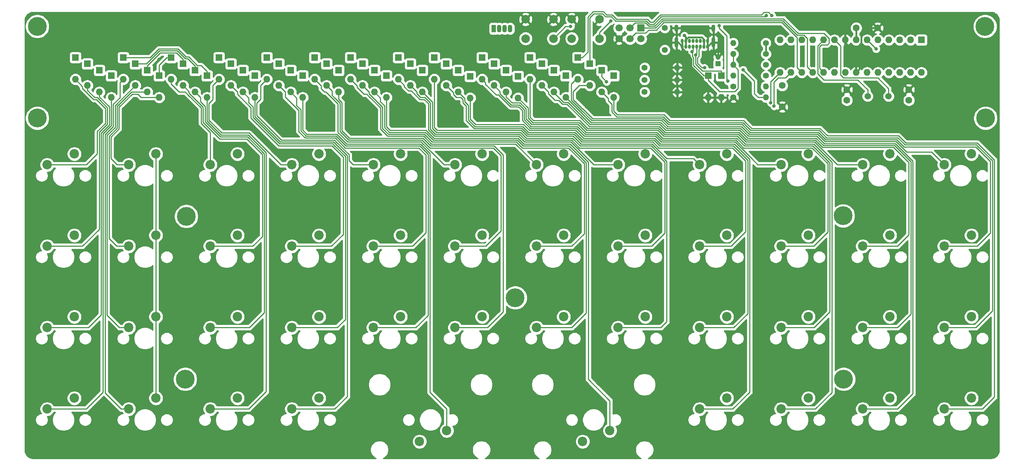
<source format=gbr>
G04 #@! TF.GenerationSoftware,KiCad,Pcbnew,(5.1.4-0-10_14)*
G04 #@! TF.CreationDate,2019-12-01T00:02:32-05:00*
G04 #@! TF.ProjectId,Negligence,4e65676c-6967-4656-9e63-652e6b696361,rev?*
G04 #@! TF.SameCoordinates,Original*
G04 #@! TF.FileFunction,Copper,L1,Top*
G04 #@! TF.FilePolarity,Positive*
%FSLAX46Y46*%
G04 Gerber Fmt 4.6, Leading zero omitted, Abs format (unit mm)*
G04 Created by KiCad (PCBNEW (5.1.4-0-10_14)) date 2019-12-01 00:02:32*
%MOMM*%
%LPD*%
G04 APERTURE LIST*
%ADD10C,1.400000*%
%ADD11O,1.400000X1.400000*%
%ADD12O,1.070000X1.800000*%
%ADD13R,1.070000X1.800000*%
%ADD14C,4.400000*%
%ADD15O,1.600000X1.600000*%
%ADD16R,1.600000X1.600000*%
%ADD17C,2.200000*%
%ADD18C,1.700000*%
%ADD19R,1.700000X1.700000*%
%ADD20R,1.200000X1.200000*%
%ADD21C,1.200000*%
%ADD22C,1.600000*%
%ADD23C,1.500000*%
%ADD24O,0.650000X1.000000*%
%ADD25O,0.900000X2.400000*%
%ADD26O,0.900000X1.700000*%
%ADD27C,2.000000*%
%ADD28C,0.800000*%
%ADD29C,0.400000*%
%ADD30C,0.254000*%
G04 APERTURE END LIST*
D10*
X158623000Y-63627000D03*
D11*
X166243000Y-63627000D03*
D10*
X158575000Y-66482000D03*
D11*
X166195000Y-66482000D03*
D10*
X158623000Y-69342000D03*
D11*
X166243000Y-69342000D03*
D12*
X127190500Y-54483000D03*
X125920500Y-54483000D03*
X124650500Y-54483000D03*
D13*
X123380500Y-54483000D03*
D14*
X51308000Y-136525000D03*
X205105000Y-136525000D03*
X204978000Y-98298000D03*
X51562000Y-98425000D03*
X128397000Y-117475000D03*
D15*
X223266000Y-64770000D03*
X190246000Y-57150000D03*
X220726000Y-64770000D03*
X192786000Y-57150000D03*
X218186000Y-64770000D03*
X195326000Y-57150000D03*
X215646000Y-64770000D03*
X197866000Y-57150000D03*
X213106000Y-64770000D03*
X200406000Y-57150000D03*
X210566000Y-64770000D03*
X202946000Y-57150000D03*
X208026000Y-64770000D03*
X205486000Y-57150000D03*
X205486000Y-64770000D03*
X208026000Y-57150000D03*
X202946000Y-64770000D03*
X210566000Y-57150000D03*
X200406000Y-64770000D03*
X213106000Y-57150000D03*
X197866000Y-64770000D03*
X215646000Y-57150000D03*
X195326000Y-64770000D03*
X218186000Y-57150000D03*
X192786000Y-64770000D03*
X220726000Y-57150000D03*
X190246000Y-64770000D03*
D16*
X223266000Y-57150000D03*
D17*
X101600000Y-83820000D03*
X95250000Y-86360000D03*
D18*
X152654000Y-56896000D03*
X152654000Y-54356000D03*
X155194000Y-56896000D03*
X155194000Y-54356000D03*
X157734000Y-56896000D03*
D19*
X157734000Y-54356000D03*
D20*
X175768000Y-62714000D03*
D21*
X175768000Y-61214000D03*
D17*
X144145000Y-151130000D03*
X150495000Y-148590000D03*
X120650000Y-102870000D03*
X114300000Y-105410000D03*
X101600000Y-102870000D03*
X95250000Y-105410000D03*
D22*
X220345000Y-71270500D03*
X220345000Y-68770500D03*
X205867000Y-68770500D03*
X205867000Y-71270500D03*
X190754000Y-67818000D03*
X190754000Y-72818000D03*
X213026000Y-54356000D03*
X208026000Y-54356000D03*
D14*
X16764000Y-75438000D03*
X16764000Y-53975000D03*
X238252000Y-75438000D03*
X238125000Y-53975000D03*
D17*
X106045000Y-151130000D03*
X112395000Y-148590000D03*
D23*
X210702500Y-70326250D03*
X215582500Y-70326250D03*
D24*
X171645500Y-58729000D03*
X173345500Y-58729000D03*
X172495500Y-58729000D03*
X170795500Y-58729000D03*
X169945500Y-58729000D03*
X169095500Y-58729000D03*
X168245500Y-58729000D03*
X167395500Y-58729000D03*
X173345500Y-57404000D03*
X172490500Y-57404000D03*
X171640500Y-57404000D03*
X170790500Y-57404000D03*
X169940500Y-57404000D03*
X169090500Y-57404000D03*
X168240500Y-57404000D03*
X167390500Y-57404000D03*
D25*
X174695500Y-57749000D03*
X166045500Y-57749000D03*
D26*
X174695500Y-54369000D03*
X166045500Y-54369000D03*
D27*
X148082000Y-52324000D03*
X148082000Y-56824000D03*
X141582000Y-52324000D03*
X141582000Y-56824000D03*
X137310000Y-52324000D03*
X137310000Y-56824000D03*
X130810000Y-52324000D03*
X130810000Y-56824000D03*
D17*
X234950000Y-140970000D03*
X228600000Y-143510000D03*
X215900000Y-140970000D03*
X209550000Y-143510000D03*
X196850000Y-140970000D03*
X190500000Y-143510000D03*
X177800000Y-140970000D03*
X171450000Y-143510000D03*
X82550000Y-140970000D03*
X76200000Y-143510000D03*
X63500000Y-140970000D03*
X57150000Y-143510000D03*
X44450000Y-140970000D03*
X38100000Y-143510000D03*
X25400000Y-140970000D03*
X19050000Y-143510000D03*
X234950000Y-121920000D03*
X228600000Y-124460000D03*
X215900000Y-121920000D03*
X209550000Y-124460000D03*
X196850000Y-121920000D03*
X190500000Y-124460000D03*
X177800000Y-121920000D03*
X171450000Y-124460000D03*
X158750000Y-121920000D03*
X152400000Y-124460000D03*
X139700000Y-121920000D03*
X133350000Y-124460000D03*
X120650000Y-121920000D03*
X114300000Y-124460000D03*
X101600000Y-121920000D03*
X95250000Y-124460000D03*
X82550000Y-121920000D03*
X76200000Y-124460000D03*
X63500000Y-121920000D03*
X57150000Y-124460000D03*
X44450000Y-121920000D03*
X38100000Y-124460000D03*
X25400000Y-121920000D03*
X19050000Y-124460000D03*
X234950000Y-102870000D03*
X228600000Y-105410000D03*
X215900000Y-102870000D03*
X209550000Y-105410000D03*
X196850000Y-102870000D03*
X190500000Y-105410000D03*
X177800000Y-102870000D03*
X171450000Y-105410000D03*
X158750000Y-102870000D03*
X152400000Y-105410000D03*
X139700000Y-102870000D03*
X133350000Y-105410000D03*
X82550000Y-102870000D03*
X76200000Y-105410000D03*
X63500000Y-102870000D03*
X57150000Y-105410000D03*
X44450000Y-102870000D03*
X38100000Y-105410000D03*
X25400000Y-102870000D03*
X19050000Y-105410000D03*
X234950000Y-83820000D03*
X228600000Y-86360000D03*
X215900000Y-83820000D03*
X209550000Y-86360000D03*
X196850000Y-83820000D03*
X190500000Y-86360000D03*
X177800000Y-83820000D03*
X171450000Y-86360000D03*
X158750000Y-83820000D03*
X152400000Y-86360000D03*
X139700000Y-83820000D03*
X133350000Y-86360000D03*
X120650000Y-83820000D03*
X114300000Y-86360000D03*
X82550000Y-83820000D03*
X76200000Y-86360000D03*
X63500000Y-83820000D03*
X57150000Y-86360000D03*
X44450000Y-83820000D03*
X38100000Y-86360000D03*
X25400000Y-83820000D03*
X19050000Y-86360000D03*
D10*
X186944000Y-65532000D03*
D11*
X179324000Y-65532000D03*
D10*
X186944000Y-62992000D03*
D11*
X179324000Y-62992000D03*
D10*
X179324000Y-68072000D03*
D11*
X186944000Y-68072000D03*
D10*
X179324000Y-70612000D03*
D11*
X186944000Y-70612000D03*
D10*
X186944000Y-60452000D03*
D11*
X179324000Y-60452000D03*
D10*
X186909499Y-57848500D03*
D11*
X179289499Y-57848500D03*
D10*
X163322000Y-54356000D03*
X163322000Y-59456000D03*
D15*
X176530000Y-70612000D03*
D16*
X176530000Y-65532000D03*
D15*
X173482000Y-70612000D03*
D16*
X173482000Y-65532000D03*
D15*
X151384000Y-70612000D03*
D16*
X151384000Y-65532000D03*
D15*
X140208000Y-70612000D03*
D16*
X140208000Y-65532000D03*
D15*
X129032000Y-70739000D03*
D16*
X129032000Y-65659000D03*
D15*
X117856000Y-70739000D03*
D16*
X117856000Y-65659000D03*
X98298000Y-65532000D03*
D15*
X98298000Y-70612000D03*
D16*
X78740000Y-65532000D03*
D15*
X78740000Y-70612000D03*
X67564000Y-70612000D03*
D16*
X67564000Y-65532000D03*
D15*
X56388000Y-70612000D03*
D16*
X56388000Y-65532000D03*
D15*
X36830000Y-66350000D03*
D16*
X36830000Y-61270000D03*
D15*
X34036000Y-70612000D03*
D16*
X34036000Y-65532000D03*
D15*
X148590000Y-69342000D03*
D16*
X148590000Y-64262000D03*
D15*
X137414000Y-69342000D03*
D16*
X137414000Y-64262000D03*
D15*
X126238000Y-69342000D03*
D16*
X126238000Y-64262000D03*
D15*
X115062000Y-69342000D03*
D16*
X115062000Y-64262000D03*
D15*
X106680000Y-69342000D03*
D16*
X106680000Y-64262000D03*
D15*
X95504000Y-69342000D03*
D16*
X95504000Y-64262000D03*
D15*
X87122000Y-69342000D03*
D16*
X87122000Y-64262000D03*
D15*
X75946000Y-69342000D03*
D16*
X75946000Y-64262000D03*
D15*
X64770000Y-69342000D03*
D16*
X64770000Y-64262000D03*
D15*
X53594000Y-69342000D03*
D16*
X53594000Y-64262000D03*
D15*
X39624000Y-67818000D03*
D16*
X39624000Y-62738000D03*
D15*
X31242000Y-69342000D03*
D16*
X31242000Y-64262000D03*
D15*
X145796000Y-67818000D03*
D16*
X145796000Y-62738000D03*
D15*
X134620000Y-67818000D03*
D16*
X134620000Y-62738000D03*
D15*
X123444000Y-67818000D03*
D16*
X123444000Y-62738000D03*
D15*
X112268000Y-67818000D03*
D16*
X112268000Y-62738000D03*
D15*
X103886000Y-67818000D03*
D16*
X103886000Y-62738000D03*
D15*
X92710000Y-67818000D03*
D16*
X92710000Y-62738000D03*
D15*
X84328000Y-67818000D03*
D16*
X84328000Y-62738000D03*
D15*
X73152000Y-67818000D03*
D16*
X73152000Y-62738000D03*
D15*
X61976000Y-67818000D03*
D16*
X61976000Y-62738000D03*
D15*
X50800000Y-67818000D03*
D16*
X50800000Y-62738000D03*
D15*
X42418000Y-69342000D03*
D16*
X42418000Y-64262000D03*
X28448000Y-62738000D03*
D15*
X28448000Y-67818000D03*
X143002000Y-66350000D03*
D16*
X143002000Y-61270000D03*
D15*
X131826000Y-66350000D03*
D16*
X131826000Y-61270000D03*
D15*
X120650000Y-66350000D03*
D16*
X120650000Y-61270000D03*
D15*
X109474000Y-66350000D03*
D16*
X109474000Y-61270000D03*
D15*
X101092000Y-66350000D03*
D16*
X101092000Y-61270000D03*
X89916000Y-61270000D03*
D15*
X89916000Y-66350000D03*
X81534000Y-66350000D03*
D16*
X81534000Y-61270000D03*
X70358000Y-61270000D03*
D15*
X70358000Y-66350000D03*
X59182000Y-66350000D03*
D16*
X59182000Y-61270000D03*
D15*
X48006000Y-66350000D03*
D16*
X48006000Y-61270000D03*
D15*
X45212000Y-70612000D03*
D16*
X45212000Y-65532000D03*
D15*
X25654000Y-66350000D03*
D16*
X25654000Y-61270000D03*
D28*
X183896000Y-58547000D03*
X179959000Y-54737000D03*
X186182000Y-54864000D03*
X191770000Y-60579000D03*
X195326000Y-60579000D03*
X197866000Y-60579000D03*
X201930000Y-60579000D03*
X183388000Y-62865000D03*
X176403000Y-67818000D03*
X170434000Y-54356000D03*
X207010000Y-59309000D03*
X214630000Y-62230000D03*
X231648000Y-61849000D03*
X182245000Y-68199000D03*
X154813000Y-51054000D03*
X157734000Y-51054000D03*
X160782000Y-51054000D03*
X48006000Y-64008000D03*
X50800000Y-65532000D03*
X53594000Y-67183000D03*
X56388000Y-68453000D03*
X45212000Y-61722000D03*
X209550000Y-63246000D03*
X209804000Y-59182000D03*
X188341000Y-51450980D03*
X187071000Y-51450980D03*
X188849000Y-72644000D03*
X149733000Y-66929000D03*
X188087000Y-71882000D03*
X169672000Y-59944000D03*
X170504051Y-60671000D03*
X167894000Y-56134000D03*
X141351000Y-53975000D03*
X172599067Y-63677999D03*
X181610000Y-64135000D03*
X176022000Y-53848000D03*
X178054000Y-66802000D03*
X212671101Y-59255101D03*
X150749000Y-52705000D03*
D29*
X167390500Y-58724000D02*
X167395500Y-58729000D01*
X167390500Y-57404000D02*
X167390500Y-58724000D01*
X166415500Y-57749000D02*
X167395500Y-58729000D01*
X166045500Y-57749000D02*
X166415500Y-57749000D01*
X173345500Y-57404000D02*
X173345500Y-58729000D01*
X174325500Y-57749000D02*
X173345500Y-58729000D01*
X174695500Y-57749000D02*
X174325500Y-57749000D01*
X174695500Y-54369000D02*
X174695500Y-57749000D01*
X166045500Y-54369000D02*
X166045500Y-57749000D01*
X213026000Y-54356000D02*
X210312000Y-54356000D01*
X208825999Y-63970001D02*
X208026000Y-64770000D01*
X210312000Y-54356000D02*
X209226001Y-55441999D01*
X173482000Y-68072000D02*
X173482000Y-70612000D01*
X173482000Y-67818000D02*
X173482000Y-68072000D01*
X172212000Y-66548000D02*
X173482000Y-67818000D01*
X172212000Y-66061304D02*
X172212000Y-66548000D01*
X169144990Y-61133205D02*
X169523031Y-61511246D01*
X169144990Y-60828808D02*
X169144990Y-61133205D01*
X169523032Y-63372336D02*
X172212000Y-66061304D01*
X167395500Y-59079318D02*
X169144990Y-60828808D01*
X169523031Y-61511246D02*
X169523032Y-63372336D01*
X167395500Y-58729000D02*
X167395500Y-59079318D01*
X175545500Y-57749000D02*
X174695500Y-57749000D01*
X175768000Y-57971500D02*
X175545500Y-57749000D01*
X175768000Y-61214000D02*
X175768000Y-57971500D01*
X170421000Y-54369000D02*
X170434000Y-54356000D01*
X166045500Y-54369000D02*
X170421000Y-54369000D01*
X170447000Y-54369000D02*
X170434000Y-54356000D01*
X174695500Y-54369000D02*
X170447000Y-54369000D01*
X205486000Y-57785000D02*
X207010000Y-59309000D01*
X205486000Y-57150000D02*
X205486000Y-57785000D01*
X166243000Y-69342000D02*
X166243000Y-63627000D01*
X208825999Y-63970001D02*
X208825999Y-58318501D01*
X209226001Y-57918499D02*
X209226001Y-55441999D01*
X208825999Y-58318501D02*
X209226001Y-57918499D01*
D30*
X210702500Y-68843500D02*
X210702500Y-70326250D01*
X208353010Y-66494010D02*
X210702500Y-68843500D01*
X200462048Y-66494010D02*
X208353010Y-66494010D01*
X199018500Y-65050462D02*
X200462048Y-66494010D01*
X199018500Y-58537500D02*
X199018500Y-65050462D01*
X200406000Y-57150000D02*
X199018500Y-58537500D01*
X204358999Y-65310961D02*
X205088038Y-66040000D01*
X215582500Y-68516500D02*
X215582500Y-70326250D01*
X205088038Y-66040000D02*
X213106000Y-66040000D01*
X204358999Y-58562999D02*
X204358999Y-65310961D01*
X213106000Y-66040000D02*
X215582500Y-68516500D01*
X202946000Y-57150000D02*
X204358999Y-58562999D01*
D29*
X186909499Y-60671499D02*
X186944000Y-60706000D01*
X186909499Y-60417499D02*
X186944000Y-60452000D01*
X186909499Y-57848500D02*
X186909499Y-60417499D01*
X208026000Y-54356000D02*
X208026000Y-57150000D01*
D30*
X30768970Y-78556829D02*
X30768970Y-83785030D01*
X32673970Y-76651830D02*
X30768970Y-78556829D01*
X30768970Y-83785030D02*
X28194000Y-86360000D01*
X32673970Y-73189472D02*
X32673970Y-76651830D01*
X28194000Y-86360000D02*
X19050000Y-86360000D01*
X31312507Y-71828009D02*
X32673970Y-73189472D01*
X31307943Y-71828009D02*
X31312507Y-71828009D01*
X29922573Y-71066010D02*
X30545944Y-71066010D01*
X27305000Y-68448436D02*
X29922573Y-71066010D01*
X25654000Y-66350000D02*
X27305000Y-68001000D01*
X30545944Y-71066010D02*
X31307943Y-71828009D01*
X27305000Y-68001000D02*
X27305000Y-68448436D01*
X46952000Y-61270000D02*
X48006000Y-61270000D01*
X45212000Y-63010000D02*
X46952000Y-61270000D01*
X45212000Y-65532000D02*
X45212000Y-63010000D01*
X187613999Y-50723979D02*
X188341000Y-51450980D01*
X186473981Y-50723979D02*
X187613999Y-50723979D01*
X185928000Y-51269960D02*
X186473981Y-50723979D01*
X162319810Y-51269960D02*
X185928000Y-51269960D01*
X160595801Y-52993970D02*
X162319810Y-51269960D01*
X149702027Y-51269960D02*
X151031989Y-51269960D01*
X151031989Y-51269960D02*
X152033007Y-52270979D01*
X148975056Y-50542989D02*
X149702027Y-51269960D01*
X159942104Y-52993970D02*
X160595801Y-52993970D01*
X159219113Y-52270979D02*
X159942104Y-52993970D01*
X144056000Y-61270000D02*
X145341990Y-59984010D01*
X146553944Y-50542989D02*
X148975056Y-50542989D01*
X152033007Y-52270979D02*
X159219113Y-52270979D01*
X145341990Y-59984010D02*
X145341991Y-51754943D01*
X145341991Y-51754943D02*
X146553944Y-50542989D01*
X143002000Y-61270000D02*
X144056000Y-61270000D01*
X35433000Y-86360000D02*
X38100000Y-86360000D01*
X35852036Y-77968229D02*
X33947040Y-79873225D01*
X35852038Y-77304962D02*
X35852036Y-77968229D01*
X33947040Y-79873225D02*
X33947040Y-84874040D01*
X38930122Y-69796010D02*
X35852040Y-72874092D01*
X35852040Y-72874092D02*
X35852040Y-77304960D01*
X40205010Y-69796010D02*
X38930122Y-69796010D01*
X33947040Y-84874040D02*
X35433000Y-86360000D01*
X41021000Y-70612000D02*
X40205010Y-69796010D01*
X35852040Y-77304960D02*
X35852038Y-77304962D01*
X45212000Y-70612000D02*
X41021000Y-70612000D01*
X55025970Y-76637170D02*
X57150000Y-78761198D01*
X55025970Y-73074102D02*
X55025970Y-76637170D01*
X52008945Y-70057077D02*
X55025970Y-73074102D01*
X51293866Y-69342000D02*
X52008945Y-70057077D01*
X57150000Y-78761198D02*
X57150000Y-86360000D01*
X48006000Y-67481370D02*
X49866630Y-69342000D01*
X49866630Y-69342000D02*
X51293866Y-69342000D01*
X48006000Y-66350000D02*
X48006000Y-67481370D01*
X73660000Y-86360000D02*
X76200000Y-86360000D01*
X67059533Y-79752467D02*
X71374000Y-84066934D01*
X66228057Y-78920990D02*
X67059533Y-79752467D01*
X59878056Y-78920990D02*
X66228057Y-78920990D01*
X57785000Y-67747000D02*
X57785000Y-71120000D01*
X56842010Y-75884944D02*
X59878056Y-78920990D01*
X56842010Y-72062990D02*
X56842010Y-75884944D01*
X57785000Y-71120000D02*
X56842010Y-72062990D01*
X71374000Y-84074000D02*
X73660000Y-86360000D01*
X71374000Y-84066934D02*
X71374000Y-84074000D01*
X59182000Y-66350000D02*
X57785000Y-67747000D01*
X89608010Y-85417010D02*
X90551000Y-86360000D01*
X86487000Y-80877801D02*
X89608010Y-83998811D01*
X89608010Y-83998811D02*
X89608010Y-85417010D01*
X86162170Y-80552970D02*
X86487000Y-80877801D01*
X90551000Y-86360000D02*
X95250000Y-86360000D01*
X68961000Y-70993000D02*
X68018010Y-71935990D01*
X68018010Y-74854812D02*
X73716168Y-80552970D01*
X70358000Y-66350000D02*
X68961000Y-67747000D01*
X68018010Y-71935990D02*
X68018010Y-74854812D01*
X73716168Y-80552970D02*
X86162170Y-80552970D01*
X68961000Y-67747000D02*
X68961000Y-70993000D01*
X111760000Y-86360000D02*
X114300000Y-86360000D01*
X108966000Y-83558933D02*
X108966000Y-83566000D01*
X89208433Y-81030969D02*
X106438038Y-81030969D01*
X86995000Y-72136000D02*
X86995000Y-78817535D01*
X86044943Y-71193010D02*
X86052010Y-71193010D01*
X83820000Y-69342000D02*
X84193933Y-69342000D01*
X86995000Y-78817535D02*
X89208433Y-81030969D01*
X84193933Y-69342000D02*
X86044943Y-71193010D01*
X83058000Y-68580000D02*
X83820000Y-69342000D01*
X83058000Y-67874000D02*
X83058000Y-68580000D01*
X108966000Y-83566000D02*
X111760000Y-86360000D01*
X106438038Y-81030969D02*
X106703991Y-81296923D01*
X106703991Y-81296923D02*
X108966000Y-83558933D01*
X86052010Y-71193010D02*
X86995000Y-72136000D01*
X81534000Y-66350000D02*
X83058000Y-67874000D01*
X107002208Y-79668939D02*
X107268161Y-79934893D01*
X89916000Y-66350000D02*
X91440000Y-67874000D01*
X94353934Y-70485000D02*
X96935970Y-73067036D01*
X98591939Y-79668939D02*
X107002208Y-79668939D01*
X93074038Y-69850000D02*
X93718933Y-69850000D01*
X128474979Y-81484979D02*
X133350000Y-86360000D01*
X108818247Y-81484979D02*
X128474979Y-81484979D01*
X107268161Y-79934893D02*
X108818247Y-81484979D01*
X91440000Y-67874000D02*
X91440000Y-68215962D01*
X93718933Y-69850000D02*
X94353934Y-70485000D01*
X96935970Y-73067036D02*
X96935970Y-78012970D01*
X91440000Y-68215962D02*
X93074038Y-69850000D01*
X96935970Y-78012970D02*
X98591939Y-79668939D01*
X141377171Y-81030972D02*
X146706199Y-86360000D01*
X130589235Y-81030969D02*
X141101969Y-81030969D01*
X146706199Y-86360000D02*
X152400000Y-86360000D01*
X129493159Y-79934893D02*
X130589235Y-81030969D01*
X109570474Y-79668939D02*
X129227206Y-79668939D01*
X141101969Y-81030969D02*
X141101971Y-81030971D01*
X129227206Y-79668939D02*
X129493159Y-79934893D01*
X108111970Y-78210435D02*
X109570474Y-79668939D01*
X141101971Y-81030971D02*
X141377171Y-81030972D01*
X108111970Y-72058102D02*
X108111970Y-78210435D01*
X107119878Y-71066010D02*
X108111970Y-72058102D01*
X106093981Y-71066010D02*
X107119878Y-71066010D01*
X101092000Y-66350000D02*
X102489000Y-67747000D01*
X104115971Y-69088000D02*
X106093981Y-71066010D01*
X102489000Y-68088962D02*
X103488038Y-69088000D01*
X102489000Y-67747000D02*
X102489000Y-68088962D01*
X103488038Y-69088000D02*
X104115971Y-69088000D01*
X169982433Y-84892433D02*
X171450000Y-86360000D01*
X163773566Y-84892433D02*
X169982433Y-84892433D01*
X159990000Y-81484979D02*
X160366114Y-81484981D01*
X143757376Y-81484979D02*
X159990000Y-81484979D01*
X141941339Y-79668941D02*
X143757376Y-81484979D01*
X141565225Y-79668939D02*
X141941339Y-79668941D01*
X131153405Y-79668939D02*
X141565225Y-79668939D01*
X130057329Y-78572863D02*
X131153405Y-79668939D01*
X129791376Y-78306909D02*
X130057329Y-78572863D01*
X160366114Y-81484981D02*
X163773566Y-84892433D01*
X109474000Y-77646267D02*
X110134642Y-78306909D01*
X110134642Y-78306909D02*
X129791376Y-78306909D01*
X109474000Y-66350000D02*
X109474000Y-77646267D01*
X123935038Y-69977000D02*
X124457497Y-69977000D01*
X121449999Y-67491961D02*
X123935038Y-69977000D01*
X121449999Y-67149999D02*
X121449999Y-67491961D01*
X120650000Y-66350000D02*
X121449999Y-67149999D01*
X124457497Y-69977000D02*
X126362498Y-71882000D01*
X126362498Y-71882000D02*
X127270516Y-72790020D01*
X127270516Y-72790020D02*
X129156822Y-72790020D01*
X129156822Y-72790020D02*
X130009960Y-73643158D01*
X130009960Y-73643158D02*
X130009960Y-74549000D01*
X130009960Y-75957229D02*
X131905630Y-77852899D01*
X130009960Y-74549000D02*
X130009960Y-75957229D01*
X142693562Y-77852899D02*
X142693565Y-77852902D01*
X131905630Y-77852899D02*
X142693562Y-77852899D01*
X183607029Y-84928029D02*
X185039000Y-86360000D01*
X185039000Y-86360000D02*
X190500000Y-86360000D01*
X161118336Y-79668939D02*
X162480366Y-81030969D01*
X144565939Y-79668939D02*
X161118336Y-79668939D01*
X183607029Y-84906829D02*
X183607029Y-84928029D01*
X142749899Y-77852899D02*
X144565939Y-79668939D01*
X162480366Y-81030969D02*
X179731169Y-81030969D01*
X179731169Y-81030969D02*
X183607029Y-84906829D01*
X142693562Y-77852899D02*
X142749899Y-77852899D01*
X198273168Y-81030969D02*
X203602199Y-86360000D01*
X180483394Y-79214929D02*
X182299434Y-81030969D01*
X163232592Y-79214929D02*
X180483394Y-79214929D01*
X203602199Y-86360000D02*
X209550000Y-86360000D01*
X143768078Y-76302813D02*
X145318164Y-77852899D01*
X162136516Y-78118853D02*
X163232592Y-79214929D01*
X145318164Y-77852899D02*
X161870563Y-77852899D01*
X132657854Y-76036859D02*
X143502125Y-76036859D01*
X161870563Y-77852899D02*
X162136516Y-78118853D01*
X143502125Y-76036859D02*
X143768078Y-76302813D01*
X182299434Y-81030969D02*
X198273168Y-81030969D01*
X131826000Y-75205005D02*
X132657854Y-76036859D01*
X131826000Y-66350000D02*
X131826000Y-75205005D01*
X199025393Y-79214929D02*
X199025397Y-79214933D01*
X199025393Y-79214933D02*
X200744430Y-80933970D01*
X199025393Y-79214929D02*
X199025393Y-79214933D01*
X217353171Y-80933970D02*
X217619124Y-81199924D01*
X200744430Y-80933970D02*
X217353171Y-80933970D01*
X217619124Y-81199924D02*
X219784100Y-83364900D01*
X225604900Y-83364900D02*
X228600000Y-86360000D01*
X219784100Y-83364900D02*
X225604900Y-83364900D01*
X183051659Y-79214929D02*
X199025393Y-79214929D01*
X181501573Y-77664843D02*
X183051659Y-79214929D01*
X141478000Y-71239934D02*
X143952056Y-73713990D01*
X162622792Y-76036864D02*
X163984817Y-77398889D01*
X161531773Y-76036859D02*
X162622792Y-76036864D01*
X146289058Y-76036859D02*
X161531773Y-76036859D01*
X163984817Y-77398889D02*
X181235620Y-77398889D01*
X141478000Y-67437000D02*
X141478000Y-71239934D01*
X142565000Y-66350000D02*
X141478000Y-67437000D01*
X143952056Y-73713990D02*
X143966190Y-73713991D01*
X181235620Y-77398889D02*
X181501573Y-77664843D01*
X143966190Y-73713991D02*
X146289058Y-76036859D01*
X143002000Y-66350000D02*
X142565000Y-66350000D01*
X19050000Y-105410000D02*
X27285980Y-105410000D01*
X27285980Y-105410000D02*
X31222980Y-101473000D01*
X31222980Y-78744886D02*
X33127980Y-76839886D01*
X31222980Y-101473000D02*
X31222980Y-78744886D01*
X33127980Y-76839886D02*
X33127980Y-73001416D01*
X33127980Y-73001416D02*
X31500564Y-71374000D01*
X31500564Y-71374000D02*
X31496000Y-71374000D01*
X31496000Y-71374000D02*
X30734000Y-70612000D01*
X28448000Y-68949370D02*
X28448000Y-67818000D01*
X30110630Y-70612000D02*
X28448000Y-68949370D01*
X30734000Y-70612000D02*
X30110630Y-70612000D01*
X50800000Y-61684000D02*
X50800000Y-62738000D01*
X49258999Y-60142999D02*
X50800000Y-61684000D01*
X45483001Y-60142999D02*
X49258999Y-60142999D01*
X42418000Y-64262000D02*
X42418000Y-63208000D01*
X42418000Y-63208000D02*
X45483001Y-60142999D01*
X186798010Y-51723970D02*
X187071000Y-51450980D01*
X162507867Y-51723970D02*
X186798010Y-51723970D01*
X159754046Y-53447980D02*
X160783858Y-53447980D01*
X159031056Y-52724989D02*
X159754046Y-53447980D01*
X150843932Y-51723970D02*
X151844951Y-52724989D01*
X149513970Y-51723970D02*
X150843932Y-51723970D01*
X151844951Y-52724989D02*
X159031056Y-52724989D01*
X148786999Y-50996999D02*
X149513970Y-51723970D01*
X145796000Y-62738000D02*
X145796000Y-51943000D01*
X145796000Y-51943000D02*
X146742001Y-50996999D01*
X160783858Y-53447980D02*
X162507867Y-51723970D01*
X146742001Y-50996999D02*
X148786999Y-50996999D01*
X35306000Y-105410000D02*
X38100000Y-105410000D01*
X33493030Y-103597030D02*
X35306000Y-105410000D01*
X33493030Y-79685169D02*
X33493030Y-103597030D01*
X35398027Y-77780172D02*
X33493030Y-79685169D01*
X35398030Y-77089000D02*
X35398027Y-77780172D01*
X38742066Y-69342000D02*
X35398030Y-72686036D01*
X35398030Y-72686036D02*
X35398030Y-77089000D01*
X42418000Y-69342000D02*
X38742066Y-69342000D01*
X67056000Y-105410000D02*
X57150000Y-105410000D01*
X52197000Y-69215000D02*
X52197000Y-69603067D01*
X65663888Y-80283020D02*
X69322980Y-83942112D01*
X55977384Y-76946516D02*
X59313886Y-80283020D01*
X55479982Y-76449115D02*
X55977384Y-76946516D01*
X52197000Y-69603067D02*
X55479980Y-72886046D01*
X69322980Y-83942112D02*
X69322980Y-103143020D01*
X59313886Y-80283020D02*
X65663888Y-80283020D01*
X55479980Y-72886046D02*
X55479980Y-76073001D01*
X55479980Y-76073001D02*
X55479982Y-76449115D01*
X69322980Y-103143020D02*
X67056000Y-105410000D01*
X50800000Y-67818000D02*
X52197000Y-69215000D01*
X85471000Y-105410000D02*
X76200000Y-105410000D01*
X88245980Y-102635020D02*
X85471000Y-105410000D01*
X88245980Y-84562980D02*
X88245980Y-102635020D01*
X73152000Y-81915000D02*
X85598000Y-81915000D01*
X63500000Y-69857066D02*
X66655980Y-73013046D01*
X66655980Y-73013046D02*
X66655980Y-75418980D01*
X85598000Y-81915000D02*
X88245980Y-84562980D01*
X66655980Y-75418980D02*
X73152000Y-81915000D01*
X63500000Y-69342000D02*
X63500000Y-69857066D01*
X61976000Y-67818000D02*
X63500000Y-69342000D01*
X107549980Y-102254020D02*
X104394000Y-105410000D01*
X74676000Y-70485000D02*
X77831980Y-73640980D01*
X107549980Y-84069112D02*
X107549980Y-102254020D01*
X105873867Y-82392999D02*
X107549980Y-84069112D01*
X77831980Y-78593980D02*
X79336960Y-80098960D01*
X86350228Y-80098961D02*
X88644264Y-82392999D01*
X104394000Y-105410000D02*
X95250000Y-105410000D01*
X88644264Y-82392999D02*
X105873867Y-82392999D01*
X79336960Y-80098960D02*
X86350228Y-80098961D01*
X74676000Y-69342000D02*
X74676000Y-70485000D01*
X77831980Y-73640980D02*
X77831980Y-78593980D01*
X73152000Y-67818000D02*
X74676000Y-69342000D01*
X121539000Y-105410000D02*
X114300000Y-105410000D01*
X123286999Y-82392999D02*
X125095000Y-84201000D01*
X87449010Y-78559010D02*
X89466959Y-80576959D01*
X86233000Y-70739000D02*
X86240067Y-70739001D01*
X85598000Y-70104000D02*
X86233000Y-70739000D01*
X85598000Y-69088000D02*
X85598000Y-70104000D01*
X108442133Y-82392999D02*
X123286999Y-82392999D01*
X106626096Y-80576961D02*
X108442133Y-82392999D01*
X89466959Y-80576959D02*
X106249982Y-80576959D01*
X87449010Y-71947943D02*
X87449010Y-78559010D01*
X86240067Y-70739001D02*
X87449010Y-71947943D01*
X125095000Y-101854000D02*
X121539000Y-105410000D01*
X106249982Y-80576959D02*
X106626096Y-80576961D01*
X125095000Y-84201000D02*
X125095000Y-101854000D01*
X84328000Y-67818000D02*
X85598000Y-69088000D01*
X141605000Y-105410000D02*
X133350000Y-105410000D01*
X140812999Y-82392999D02*
X144526000Y-86106000D01*
X97389980Y-72878980D02*
X97389980Y-77824914D01*
X128928989Y-81296923D02*
X130025065Y-82392999D01*
X128663036Y-81030969D02*
X128928989Y-81296923D01*
X144526000Y-102489000D02*
X141605000Y-105410000D01*
X107190266Y-79214931D02*
X109006303Y-81030969D01*
X98779995Y-79214929D02*
X106814152Y-79214929D01*
X109006303Y-81030969D02*
X128663036Y-81030969D01*
X130025065Y-82392999D02*
X140812999Y-82392999D01*
X94234000Y-69723000D02*
X97389980Y-72878980D01*
X97389980Y-77824914D02*
X98779995Y-79214929D01*
X106814152Y-79214929D02*
X107190266Y-79214931D01*
X94234000Y-69342000D02*
X94234000Y-69723000D01*
X144526000Y-86106000D02*
X144526000Y-102489000D01*
X92710000Y-67818000D02*
X94234000Y-69342000D01*
X163322000Y-85725000D02*
X163322000Y-102362000D01*
X160274000Y-105410000D02*
X152400000Y-105410000D01*
X143381264Y-82392999D02*
X159989999Y-82392999D01*
X130777292Y-80576959D02*
X141565224Y-80576959D01*
X129415264Y-79214931D02*
X130777292Y-80576959D01*
X109758530Y-79214929D02*
X129039150Y-79214929D01*
X159989999Y-82392999D02*
X163322000Y-85725000D01*
X108565980Y-78022379D02*
X109758530Y-79214929D01*
X106282038Y-70612000D02*
X107307934Y-70612000D01*
X163322000Y-102362000D02*
X160274000Y-105410000D01*
X105410000Y-69342000D02*
X105410000Y-69739962D01*
X129039150Y-79214929D02*
X129415264Y-79214931D01*
X141565224Y-80576959D02*
X143381264Y-82392999D01*
X103886000Y-67818000D02*
X105410000Y-69342000D01*
X105410000Y-69739962D02*
X106282038Y-70612000D01*
X108565980Y-71870046D02*
X108565980Y-78022379D01*
X107307934Y-70612000D02*
X108565980Y-71870046D01*
X178816000Y-105410000D02*
X171450000Y-105410000D01*
X182245000Y-85471000D02*
X182245000Y-101981000D01*
X179166999Y-82392999D02*
X182245000Y-85471000D01*
X160178057Y-81030969D02*
X160554171Y-81030972D01*
X182245000Y-101981000D02*
X178816000Y-105410000D01*
X142129393Y-79214929D02*
X143945433Y-81030969D01*
X129979434Y-77852901D02*
X131341461Y-79214929D01*
X116131990Y-71054056D02*
X116131990Y-71816057D01*
X161916198Y-82392999D02*
X179166999Y-82392999D01*
X131341461Y-79214929D02*
X142129393Y-79214929D01*
X113934999Y-69484999D02*
X113934999Y-69882961D01*
X116947980Y-72632046D02*
X116947980Y-76007057D01*
X115689934Y-70612000D02*
X116131990Y-71054056D01*
X114664038Y-70612000D02*
X115689934Y-70612000D01*
X129603320Y-77852899D02*
X129979434Y-77852901D01*
X116947980Y-76007057D02*
X118793822Y-77852899D01*
X160554171Y-81030972D02*
X161916198Y-82392999D01*
X143945433Y-81030969D02*
X160178057Y-81030969D01*
X113934999Y-69882961D02*
X114664038Y-70612000D01*
X118793822Y-77852899D02*
X129603320Y-77852899D01*
X116131990Y-71816057D02*
X116947980Y-72632046D01*
X112268000Y-67818000D02*
X113934999Y-69484999D01*
X201422000Y-102108000D02*
X198120000Y-105410000D01*
X201422000Y-86106000D02*
X201422000Y-102108000D01*
X197708999Y-82392999D02*
X201422000Y-86106000D01*
X181735265Y-82392999D02*
X197708999Y-82392999D01*
X180185179Y-80842913D02*
X181735265Y-82392999D01*
X161306393Y-79214929D02*
X161572346Y-79480883D01*
X127458573Y-72336010D02*
X129344878Y-72336010D01*
X144753995Y-79214929D02*
X161306393Y-79214929D01*
X123444000Y-67818000D02*
X124841000Y-69215000D01*
X143203909Y-77664843D02*
X144753995Y-79214929D01*
X142937956Y-77398889D02*
X143203909Y-77664843D01*
X130463970Y-75769173D02*
X132093686Y-77398889D01*
X179919226Y-80576959D02*
X180185179Y-80842913D01*
X162668422Y-80576959D02*
X179919226Y-80576959D01*
X161572346Y-79480883D02*
X162668422Y-80576959D01*
X130463970Y-73455102D02*
X130463970Y-75769173D01*
X129344878Y-72336010D02*
X130463970Y-73455102D01*
X198120000Y-105410000D02*
X190500000Y-105410000D01*
X132093686Y-77398889D02*
X142937956Y-77398889D01*
X124841000Y-69215000D02*
X124841000Y-69718436D01*
X124841000Y-69718436D02*
X127458573Y-72336010D01*
X220345000Y-102743000D02*
X217678000Y-105410000D01*
X200180265Y-82296000D02*
X216789000Y-82296000D01*
X180671451Y-78760919D02*
X182487490Y-80576959D01*
X140504879Y-72193011D02*
X143894716Y-75582848D01*
X143908849Y-75582849D02*
X145724889Y-77398889D01*
X220345000Y-85852000D02*
X220345000Y-102743000D01*
X216789000Y-82296000D02*
X220345000Y-85852000D01*
X182487490Y-80576959D02*
X198461225Y-80576960D01*
X138532972Y-71247000D02*
X139478982Y-72193011D01*
X136144000Y-69342000D02*
X136144000Y-69739962D01*
X145724889Y-77398889D02*
X161682507Y-77398889D01*
X161682507Y-77398889D02*
X162058621Y-77398891D01*
X143894716Y-75582848D02*
X143908849Y-75582849D01*
X139478982Y-72193011D02*
X140504879Y-72193011D01*
X198461225Y-80576960D02*
X200180265Y-82296000D01*
X137651038Y-71247000D02*
X138532972Y-71247000D01*
X217678000Y-105410000D02*
X209550000Y-105410000D01*
X163420649Y-78760919D02*
X180671451Y-78760919D01*
X136144000Y-69739962D02*
X137651038Y-71247000D01*
X162058621Y-77398891D02*
X163420649Y-78760919D01*
X134620000Y-67818000D02*
X136144000Y-69342000D01*
X239395000Y-102362000D02*
X236347000Y-105410000D01*
X239395000Y-85598000D02*
X239395000Y-102362000D01*
X235966000Y-82169000D02*
X239395000Y-85598000D01*
X219230266Y-82169000D02*
X235966000Y-82169000D01*
X200932486Y-80479960D02*
X217165115Y-80479960D01*
X217541229Y-80479962D02*
X219230266Y-82169000D01*
X199213445Y-78760919D02*
X200932486Y-80479960D01*
X183239716Y-78760919D02*
X199213445Y-78760919D01*
X181423678Y-76944881D02*
X183239716Y-78760919D01*
X181047564Y-76944879D02*
X181423678Y-76944881D01*
X164172873Y-76944879D02*
X181047564Y-76944879D01*
X217165115Y-80479960D02*
X217541229Y-80479962D01*
X141932010Y-71051878D02*
X144140114Y-73259982D01*
X146477114Y-75582849D02*
X162810843Y-75582849D01*
X145796000Y-67818000D02*
X143329010Y-67818000D01*
X144140114Y-73259982D02*
X144154247Y-73259982D01*
X162810843Y-75582849D02*
X164172873Y-76944879D01*
X144154247Y-73259982D02*
X146477114Y-75582849D01*
X141932010Y-69215000D02*
X141932010Y-71051878D01*
X236347000Y-105410000D02*
X228600000Y-105410000D01*
X143329010Y-67818000D02*
X141932010Y-69215000D01*
X28702000Y-124460000D02*
X19050000Y-124460000D01*
X33581990Y-72813360D02*
X33581990Y-77027944D01*
X31676990Y-121485010D02*
X28702000Y-124460000D01*
X31676990Y-78932943D02*
X31676990Y-121485010D01*
X31242000Y-70473370D02*
X33581990Y-72813360D01*
X33581990Y-77027944D02*
X31676990Y-78932943D01*
X31242000Y-69342000D02*
X31242000Y-70473370D01*
X53594000Y-63208000D02*
X53594000Y-64262000D01*
X51935934Y-61549934D02*
X53594000Y-63208000D01*
X51308000Y-61549934D02*
X51935934Y-61549934D01*
X49713009Y-59954943D02*
X51308000Y-61549934D01*
X49447056Y-59688989D02*
X49713009Y-59954943D01*
X45294944Y-59688989D02*
X49447056Y-59688989D01*
X42245934Y-62738000D02*
X45294944Y-59688989D01*
X39624000Y-62738000D02*
X42245934Y-62738000D01*
X192786000Y-64770000D02*
X191516000Y-66040000D01*
X191516000Y-66040000D02*
X189865000Y-66040000D01*
X189865000Y-66040000D02*
X188849000Y-67056000D01*
X188849000Y-67056000D02*
X188849000Y-72644000D01*
X148590000Y-65786000D02*
X149733000Y-66929000D01*
X148590000Y-64262000D02*
X148590000Y-65786000D01*
X35941000Y-124460000D02*
X38100000Y-124460000D01*
X33039020Y-121558020D02*
X35941000Y-124460000D01*
X33039020Y-79497113D02*
X33039020Y-121558020D01*
X34944020Y-72497980D02*
X34944020Y-77216001D01*
X34944018Y-77592115D02*
X33039020Y-79497113D01*
X34944020Y-77216001D02*
X34944018Y-77592115D01*
X39624000Y-67818000D02*
X34944020Y-72497980D01*
X69776990Y-83754056D02*
X69776990Y-120977010D01*
X65851944Y-79829010D02*
X69776990Y-83754056D01*
X56199944Y-76527010D02*
X59501943Y-79829010D01*
X54864000Y-70612000D02*
X54864000Y-71628000D01*
X55933990Y-76261057D02*
X56199944Y-76527010D01*
X59501943Y-79829010D02*
X65851944Y-79829010D01*
X55933990Y-72697990D02*
X55933990Y-76261057D01*
X69776990Y-120977010D02*
X66294000Y-124460000D01*
X54864000Y-71628000D02*
X55933990Y-72697990D01*
X66294000Y-124460000D02*
X57150000Y-124460000D01*
X53594000Y-69342000D02*
X54864000Y-70612000D01*
X86794990Y-124460000D02*
X76200000Y-124460000D01*
X88699990Y-122555000D02*
X86794990Y-124460000D01*
X86052010Y-81726944D02*
X88699990Y-84374924D01*
X73340056Y-81460990D02*
X85786057Y-81460990D01*
X66167000Y-71882000D02*
X67109990Y-72824990D01*
X67109990Y-75230924D02*
X73340056Y-81460990D01*
X85786057Y-81460990D02*
X86052010Y-81726944D01*
X67109990Y-72824990D02*
X67109990Y-75230924D01*
X88699990Y-84374924D02*
X88699990Y-122555000D01*
X66167000Y-70739000D02*
X66167000Y-71882000D01*
X64770000Y-69342000D02*
X66167000Y-70739000D01*
X77343000Y-72509934D02*
X78285990Y-73452923D01*
X108003990Y-121612010D02*
X105156000Y-124460000D01*
X79525017Y-79644951D02*
X86538285Y-79644952D01*
X108003990Y-83881056D02*
X108003990Y-121612010D01*
X106061924Y-81938989D02*
X108003990Y-83881056D01*
X88832320Y-81938989D02*
X106061924Y-81938989D01*
X78285990Y-78405924D02*
X79525017Y-79644951D01*
X105156000Y-124460000D02*
X95250000Y-124460000D01*
X77343000Y-70739000D02*
X77343000Y-72509934D01*
X86538285Y-79644952D02*
X88832320Y-81938989D01*
X78285990Y-73452923D02*
X78285990Y-78405924D01*
X75946000Y-69342000D02*
X77343000Y-70739000D01*
X121920000Y-124460000D02*
X114300000Y-124460000D01*
X87122000Y-70978867D02*
X87903019Y-71759886D01*
X125549010Y-84012943D02*
X125549010Y-120830990D01*
X87122000Y-69342000D02*
X87122000Y-70978867D01*
X108630190Y-81938989D02*
X123475056Y-81938989D01*
X89655015Y-80122949D02*
X106814151Y-80122949D01*
X125549010Y-120830990D02*
X121920000Y-124460000D01*
X87903020Y-72782953D02*
X87903020Y-78370954D01*
X87903019Y-71759886D02*
X87903020Y-72782953D01*
X87903020Y-78370954D02*
X89655015Y-80122949D01*
X123475056Y-81938989D02*
X125549010Y-84012943D01*
X106814151Y-80122949D02*
X108630190Y-81938989D01*
X141605000Y-124460000D02*
X133350000Y-124460000D01*
X144980010Y-121084990D02*
X141605000Y-124460000D01*
X144980010Y-85917943D02*
X144980010Y-121084990D01*
X141267009Y-82204943D02*
X144980010Y-85917943D01*
X141001056Y-81938989D02*
X141267009Y-82204943D01*
X130213122Y-81938989D02*
X141001056Y-81938989D01*
X95504000Y-69342000D02*
X96901000Y-70739000D01*
X107378321Y-78760919D02*
X107696000Y-79078599D01*
X98968051Y-78760919D02*
X107378321Y-78760919D01*
X97843990Y-77636858D02*
X98968051Y-78760919D01*
X97843990Y-72570990D02*
X97843990Y-77636858D01*
X128851094Y-80576961D02*
X130213122Y-81938989D01*
X107696000Y-79078599D02*
X109194360Y-80576959D01*
X96901000Y-70739000D02*
X96901000Y-71628000D01*
X109194360Y-80576959D02*
X128474980Y-80576959D01*
X96901000Y-71628000D02*
X97843990Y-72570990D01*
X128474980Y-80576959D02*
X128851094Y-80576961D01*
X162433000Y-124460000D02*
X152400000Y-124460000D01*
X163776010Y-123116990D02*
X162433000Y-124460000D01*
X160178056Y-81938989D02*
X160444009Y-82204943D01*
X141753281Y-80122949D02*
X142019234Y-80388903D01*
X163776010Y-85536943D02*
X163776010Y-123116990D01*
X130965348Y-80122949D02*
X141753281Y-80122949D01*
X160444009Y-82204943D02*
X163776010Y-85536943D01*
X109946586Y-78760919D02*
X129603319Y-78760919D01*
X106680000Y-69342000D02*
X109019990Y-71681990D01*
X143569320Y-81938989D02*
X160178056Y-81938989D01*
X142019234Y-80388903D02*
X143569320Y-81938989D01*
X109019990Y-77834323D02*
X109946586Y-78760919D01*
X129603319Y-78760919D02*
X130965348Y-80122949D01*
X109019990Y-71681990D02*
X109019990Y-77834323D01*
X182699010Y-121211990D02*
X179451000Y-124460000D01*
X179355056Y-81938989D02*
X179621009Y-82204943D01*
X160742228Y-80576963D02*
X162104254Y-81938989D01*
X115062000Y-69342000D02*
X116586000Y-70866000D01*
X142583403Y-79026873D02*
X144133489Y-80576959D01*
X130167489Y-77398889D02*
X131529518Y-78760919D01*
X182699010Y-85282943D02*
X182699010Y-121211990D01*
X159990004Y-80576959D02*
X160742228Y-80576963D01*
X117401990Y-75819000D02*
X118981878Y-77398889D01*
X117401990Y-72443990D02*
X117401990Y-75819000D01*
X162104254Y-81938989D02*
X179355056Y-81938989D01*
X118981878Y-77398889D02*
X130167489Y-77398889D01*
X131529518Y-78760919D02*
X142317450Y-78760919D01*
X144133489Y-80576959D02*
X159990004Y-80576959D01*
X179621009Y-82204943D02*
X182699010Y-85282943D01*
X116586000Y-71628000D02*
X117401990Y-72443990D01*
X116586000Y-70866000D02*
X116586000Y-71628000D01*
X179451000Y-124460000D02*
X171450000Y-124460000D01*
X142317450Y-78760919D02*
X142583403Y-79026873D01*
X198247000Y-124460000D02*
X190500000Y-124460000D01*
X198163009Y-82204943D02*
X201876010Y-85917943D01*
X181923321Y-81938989D02*
X197897056Y-81938989D01*
X197897056Y-81938989D02*
X198163009Y-82204943D01*
X179731170Y-80122949D02*
X180107284Y-80122951D01*
X162856478Y-80122949D02*
X179731170Y-80122949D01*
X161494451Y-78760921D02*
X162856478Y-80122949D01*
X201876010Y-85917943D02*
X201876010Y-120830990D01*
X142749900Y-76944879D02*
X143126014Y-76944881D01*
X161118337Y-78760919D02*
X161494451Y-78760921D01*
X126238000Y-70473370D02*
X127646630Y-71882000D01*
X130917980Y-75581117D02*
X132281742Y-76944879D01*
X144942051Y-78760919D02*
X161118337Y-78760919D01*
X132281742Y-76944879D02*
X142749900Y-76944879D01*
X130917980Y-73267046D02*
X130917980Y-75581117D01*
X129532934Y-71882000D02*
X130917980Y-73267046D01*
X180107284Y-80122951D02*
X181923321Y-81938989D01*
X127646630Y-71882000D02*
X129532934Y-71882000D01*
X143126014Y-76944881D02*
X144942051Y-78760919D01*
X201876010Y-120830990D02*
X198247000Y-124460000D01*
X126238000Y-69342000D02*
X126238000Y-70473370D01*
X220799010Y-121338990D02*
X217678000Y-124460000D01*
X216977057Y-81841990D02*
X220799010Y-85663943D01*
X198273169Y-80122949D02*
X198649282Y-80122951D01*
X180483395Y-78306909D02*
X180859509Y-78306911D01*
X220799010Y-85663943D02*
X220799010Y-121338990D01*
X162246678Y-76944882D02*
X163608705Y-78306909D01*
X217678000Y-124460000D02*
X209550000Y-124460000D01*
X161907879Y-76944879D02*
X162246678Y-76944882D01*
X198649282Y-80122951D02*
X200368321Y-81841990D01*
X145912945Y-76944879D02*
X161907879Y-76944879D01*
X200368321Y-81841990D02*
X216977057Y-81841990D01*
X163608705Y-78306909D02*
X180483395Y-78306909D01*
X144096906Y-75128839D02*
X145912945Y-76944879D01*
X137414000Y-69485962D02*
X139667039Y-71739001D01*
X140692935Y-71739001D02*
X144082773Y-75128839D01*
X139667039Y-71739001D02*
X140692935Y-71739001D01*
X144082773Y-75128839D02*
X144096906Y-75128839D01*
X182675546Y-80122949D02*
X198273169Y-80122949D01*
X180859509Y-78306911D02*
X182675546Y-80122949D01*
X137414000Y-69342000D02*
X137414000Y-69485962D01*
X239849010Y-120576990D02*
X235966000Y-124460000D01*
X236420010Y-81980944D02*
X239849010Y-85409943D01*
X236154057Y-81714990D02*
X236420010Y-81980944D01*
X219418323Y-81714990D02*
X236154057Y-81714990D01*
X217729283Y-80025950D02*
X219418323Y-81714990D01*
X201120542Y-80025950D02*
X217729283Y-80025950D01*
X199401502Y-78306909D02*
X199667455Y-78572863D01*
X239849010Y-85409943D02*
X239849010Y-120576990D01*
X163264853Y-75394793D02*
X164360929Y-76490869D01*
X183427772Y-78306909D02*
X199401502Y-78306909D01*
X164360929Y-76490869D02*
X181611732Y-76490869D01*
X152083772Y-75128839D02*
X162998900Y-75128839D01*
X150929990Y-73975057D02*
X152083772Y-75128839D01*
X181611732Y-76490869D02*
X183427772Y-78306909D01*
X150114000Y-70866000D02*
X150114000Y-71374000D01*
X199667455Y-78572863D02*
X201120542Y-80025950D01*
X162998900Y-75128839D02*
X163264853Y-75394793D01*
X235966000Y-124460000D02*
X228600000Y-124460000D01*
X150929990Y-72189990D02*
X150929990Y-73975057D01*
X150114000Y-71374000D02*
X150929990Y-72189990D01*
X148590000Y-69342000D02*
X150114000Y-70866000D01*
X32131000Y-139573000D02*
X32131000Y-137541000D01*
X28194000Y-143510000D02*
X32131000Y-139573000D01*
X19050000Y-143510000D02*
X28194000Y-143510000D01*
X32131000Y-79629000D02*
X32131000Y-79121000D01*
X32131000Y-137541000D02*
X32131000Y-79629000D01*
X32131000Y-79629000D02*
X32131000Y-79502000D01*
X34036000Y-77216000D02*
X34036000Y-70612000D01*
X32131000Y-79121000D02*
X34036000Y-77216000D01*
X190246000Y-64770000D02*
X188722000Y-66294000D01*
X188722000Y-66294000D02*
X188087000Y-66929000D01*
X188087000Y-66929000D02*
X188087000Y-71247000D01*
X188087000Y-71247000D02*
X188087000Y-71882000D01*
X54117999Y-63134999D02*
X55044999Y-63134999D01*
X54048009Y-63065009D02*
X54117999Y-63134999D01*
X52389944Y-61361878D02*
X54048009Y-63019943D01*
X54048009Y-63019943D02*
X54048009Y-63065009D01*
X52123991Y-61095924D02*
X52389944Y-61361878D01*
X51496057Y-61095924D02*
X52123991Y-61095924D01*
X49259000Y-59234979D02*
X49635114Y-59234981D01*
X55044999Y-63134999D02*
X56388000Y-64478000D01*
X49635114Y-59234981D02*
X51496057Y-61095924D01*
X36830000Y-61270000D02*
X43071867Y-61270000D01*
X45106887Y-59234979D02*
X49259000Y-59234979D01*
X56388000Y-64478000D02*
X56388000Y-65532000D01*
X43071867Y-61270000D02*
X45106887Y-59234979D01*
X32585010Y-139761057D02*
X36333953Y-143510000D01*
X36030001Y-70649999D02*
X34490010Y-72189990D01*
X34224056Y-77670010D02*
X32585010Y-79309056D01*
X34490010Y-77404057D02*
X34224056Y-77670010D01*
X32585010Y-79309056D02*
X32585010Y-139761057D01*
X36030001Y-67149999D02*
X36030001Y-70649999D01*
X36333953Y-143510000D02*
X38100000Y-143510000D01*
X34490010Y-72189990D02*
X34490010Y-77404057D01*
X36830000Y-66350000D02*
X36030001Y-67149999D01*
X66167000Y-143510000D02*
X57150000Y-143510000D01*
X70231000Y-139446000D02*
X66167000Y-143510000D01*
X70231000Y-83566000D02*
X70231000Y-139446000D01*
X56388000Y-70612000D02*
X56388000Y-76073000D01*
X66040000Y-79375000D02*
X70231000Y-83566000D01*
X59690000Y-79375000D02*
X66040000Y-79375000D01*
X56388000Y-76073000D02*
X59690000Y-79375000D01*
X86233000Y-143510000D02*
X76200000Y-143510000D01*
X89154000Y-140589000D02*
X86233000Y-143510000D01*
X89154000Y-84186867D02*
X89154000Y-140589000D01*
X85598001Y-81006980D02*
X85974115Y-81006982D01*
X85974115Y-81006982D02*
X86741000Y-81773868D01*
X86741000Y-81773868D02*
X89154000Y-84186867D01*
X67564000Y-75042868D02*
X73528112Y-81006980D01*
X73528112Y-81006980D02*
X85598001Y-81006980D01*
X67564000Y-70612000D02*
X67564000Y-75042868D01*
X112395000Y-143510000D02*
X112395000Y-148590000D01*
X108458000Y-139573000D02*
X112395000Y-143510000D01*
X106249981Y-81484979D02*
X108458000Y-83693000D01*
X108458000Y-83693000D02*
X108458000Y-139573000D01*
X89020376Y-81484979D02*
X106249981Y-81484979D01*
X86726342Y-79190943D02*
X89020376Y-81484979D01*
X78740000Y-70612000D02*
X78740000Y-78217868D01*
X79713074Y-79190942D02*
X86726342Y-79190943D01*
X78740000Y-78217868D02*
X79713074Y-79190942D01*
X150495000Y-141605000D02*
X150495000Y-148590000D01*
X145434020Y-85729886D02*
X145434020Y-136544020D01*
X145434020Y-136544020D02*
X150495000Y-141605000D01*
X130401178Y-81484979D02*
X140813000Y-81484979D01*
X98298000Y-70612000D02*
X98298000Y-77448802D01*
X129039149Y-80122949D02*
X130401178Y-81484979D01*
X141189114Y-81484981D02*
X145434020Y-85729886D01*
X109382418Y-80122949D02*
X129039149Y-80122949D01*
X140813000Y-81484979D02*
X141189114Y-81484981D01*
X99156107Y-78306909D02*
X107566379Y-78306910D01*
X107566379Y-78306910D02*
X109382418Y-80122949D01*
X98298000Y-77448802D02*
X99156107Y-78306909D01*
X179197000Y-143510000D02*
X171450000Y-143510000D01*
X183153020Y-139553980D02*
X179197000Y-143510000D01*
X183153020Y-85094886D02*
X183153020Y-139553980D01*
X162292310Y-81484979D02*
X179167000Y-81484979D01*
X160930285Y-80122954D02*
X162292310Y-81484979D01*
X142505508Y-78306911D02*
X144321545Y-80122949D01*
X142129394Y-78306909D02*
X142505508Y-78306911D01*
X159801950Y-80122949D02*
X160930285Y-80122954D01*
X179543114Y-81484981D02*
X183153020Y-85094886D01*
X117856000Y-70739000D02*
X117856000Y-75630944D01*
X117856000Y-75630944D02*
X119169935Y-76944879D01*
X131717574Y-78306909D02*
X142129394Y-78306909D01*
X130908832Y-77498167D02*
X131717574Y-78306909D01*
X179167000Y-81484979D02*
X179543114Y-81484981D01*
X130355546Y-76944879D02*
X130908832Y-77498167D01*
X119169935Y-76944879D02*
X130355546Y-76944879D01*
X144321545Y-80122949D02*
X159801950Y-80122949D01*
X198501000Y-143510000D02*
X190500000Y-143510000D01*
X202330020Y-139680980D02*
X198501000Y-143510000D01*
X198085114Y-81484981D02*
X202330020Y-85729886D01*
X182111378Y-81484979D02*
X197709000Y-81484979D01*
X180295341Y-79668942D02*
X182111378Y-81484979D01*
X179998939Y-79668939D02*
X179998941Y-79668941D01*
X145130108Y-78306909D02*
X161682506Y-78306909D01*
X143314068Y-76490869D02*
X145130108Y-78306909D01*
X163044535Y-79668939D02*
X179998939Y-79668939D01*
X132469798Y-76490869D02*
X143314068Y-76490869D01*
X161682506Y-78306909D02*
X163044535Y-79668939D01*
X131371990Y-75393061D02*
X132469798Y-76490869D01*
X197709000Y-81484979D02*
X198085114Y-81484981D01*
X131371990Y-73078990D02*
X131371990Y-75393061D01*
X179998941Y-79668941D02*
X180295341Y-79668942D01*
X202330020Y-85729886D02*
X202330020Y-139680980D01*
X129032000Y-70739000D02*
X131371990Y-73078990D01*
X221253020Y-85475886D02*
X221253020Y-139934980D01*
X221253020Y-139934980D02*
X217678000Y-143510000D01*
X217165114Y-81387980D02*
X221253020Y-85475886D01*
X200556377Y-81387980D02*
X217165114Y-81387980D01*
X198837339Y-79668942D02*
X200556377Y-81387980D01*
X198667941Y-79668941D02*
X198837339Y-79668942D01*
X198667939Y-79668939D02*
X198667941Y-79668941D01*
X217678000Y-143510000D02*
X209550000Y-143510000D01*
X181047563Y-77852899D02*
X182863603Y-79668939D01*
X140208000Y-70612000D02*
X143764000Y-74168000D01*
X162434735Y-76490873D02*
X163796761Y-77852899D01*
X146101002Y-76490869D02*
X161719827Y-76490869D01*
X161719827Y-76490869D02*
X162434735Y-76490873D01*
X143778133Y-74168000D02*
X146101002Y-76490869D01*
X182863603Y-79668939D02*
X198667939Y-79668939D01*
X143764000Y-74168000D02*
X143778133Y-74168000D01*
X163796761Y-77852899D02*
X181047563Y-77852899D01*
X237490000Y-143510000D02*
X228600000Y-143510000D01*
X240303020Y-85221886D02*
X240303020Y-140696980D01*
X235966001Y-81260980D02*
X236342115Y-81260982D01*
X236342115Y-81260982D02*
X240303020Y-85221886D01*
X218183293Y-79837894D02*
X219606379Y-81260980D01*
X217917340Y-79571940D02*
X218183293Y-79837894D01*
X240303020Y-140696980D02*
X237490000Y-143510000D01*
X182065742Y-76302813D02*
X183615828Y-77852899D01*
X181799789Y-76036859D02*
X182065742Y-76302813D01*
X199589560Y-77852901D02*
X201308598Y-79571940D01*
X199213446Y-77852899D02*
X199589560Y-77852901D01*
X164548985Y-76036859D02*
X181799789Y-76036859D01*
X219606379Y-81260980D02*
X235966001Y-81260980D01*
X201308598Y-79571940D02*
X217917340Y-79571940D01*
X163186958Y-74674831D02*
X164548985Y-76036859D01*
X151384000Y-73787000D02*
X152271828Y-74674829D01*
X162810844Y-74674829D02*
X163186958Y-74674831D01*
X152271828Y-74674829D02*
X162810844Y-74674829D01*
X183615828Y-77852899D02*
X199213446Y-77852899D01*
X151384000Y-70612000D02*
X151384000Y-73787000D01*
X179324000Y-61441949D02*
X179324000Y-62992000D01*
X179324000Y-60452000D02*
X179324000Y-61441949D01*
X169945500Y-59670500D02*
X169945500Y-58729000D01*
X169672000Y-59944000D02*
X169945500Y-59670500D01*
X172428000Y-65532000D02*
X173482000Y-65532000D01*
X170050041Y-61292952D02*
X170050041Y-63154041D01*
X169777050Y-61019961D02*
X170050041Y-61292952D01*
X169777050Y-60049050D02*
X169777050Y-61019961D01*
X170050041Y-63154041D02*
X172428000Y-65532000D01*
X169672000Y-59944000D02*
X169777050Y-60049050D01*
X180467000Y-64135000D02*
X180467000Y-68448962D01*
X180467000Y-68448962D02*
X179700962Y-69215000D01*
X179324000Y-62992000D02*
X180467000Y-64135000D01*
X173482000Y-66586000D02*
X173482000Y-65532000D01*
X176111000Y-69215000D02*
X173482000Y-66586000D01*
X179700962Y-69215000D02*
X176111000Y-69215000D01*
X170795500Y-60379551D02*
X170504051Y-60671000D01*
X170795500Y-58729000D02*
X170795500Y-60379551D01*
X176530000Y-64770000D02*
X176530000Y-65532000D01*
X176530000Y-64478000D02*
X176530000Y-65532000D01*
X172100999Y-64404999D02*
X176456999Y-64404999D01*
X170504051Y-62808051D02*
X172100999Y-64404999D01*
X176456999Y-64404999D02*
X176530000Y-64478000D01*
X170504051Y-60671000D02*
X170504051Y-62808051D01*
D29*
X168245500Y-57409000D02*
X168240500Y-57404000D01*
X168245500Y-58729000D02*
X168245500Y-57409000D01*
X172495500Y-57058682D02*
X172495500Y-58729000D01*
X171940808Y-56503990D02*
X172495500Y-57058682D01*
X168240500Y-57053682D02*
X168790192Y-56503990D01*
X168790192Y-56503990D02*
X171940808Y-56503990D01*
X168240500Y-57404000D02*
X168240500Y-57053682D01*
X168240500Y-56480500D02*
X167894000Y-56134000D01*
X168240500Y-57404000D02*
X168240500Y-56480500D01*
D30*
X140159000Y-53975000D02*
X141351000Y-53975000D01*
X137310000Y-56824000D02*
X140159000Y-53975000D01*
X171249510Y-59372071D02*
X171249510Y-61001503D01*
X171645500Y-58976081D02*
X171249510Y-59372071D01*
X171645500Y-58729000D02*
X171645500Y-58976081D01*
X171249510Y-61001503D02*
X170958061Y-61292952D01*
X170958061Y-61292952D02*
X170958061Y-62103000D01*
X170958061Y-62103000D02*
X170958061Y-62619995D01*
X172016065Y-63677999D02*
X172599067Y-63677999D01*
X170958061Y-62619995D02*
X172016065Y-63677999D01*
X184277000Y-66802000D02*
X184277000Y-69723000D01*
X185166000Y-70612000D02*
X186944000Y-70612000D01*
X184277000Y-69723000D02*
X185166000Y-70612000D01*
X181610000Y-64135000D02*
X184277000Y-66802000D01*
X176022000Y-53848000D02*
X176022000Y-54413685D01*
X186944000Y-68072000D02*
X186436000Y-67564000D01*
X186436000Y-67564000D02*
X186690000Y-67818000D01*
X176022000Y-54413685D02*
X177800000Y-56191685D01*
X177800000Y-66548000D02*
X178054000Y-66802000D01*
X177800000Y-56191685D02*
X177800000Y-66548000D01*
X194198999Y-56609039D02*
X194198999Y-63642999D01*
X194198999Y-63642999D02*
X195326000Y-64770000D01*
X155194000Y-56896000D02*
X156556999Y-55533001D01*
X190675960Y-53086000D02*
X194198999Y-56609039D01*
X163072038Y-53086000D02*
X190675960Y-53086000D01*
X158845601Y-55533001D02*
X159568592Y-54810010D01*
X156556999Y-55533001D02*
X158845601Y-55533001D01*
X161348028Y-54810010D02*
X163072038Y-53086000D01*
X159568592Y-54810010D02*
X161348028Y-54810010D01*
X44450000Y-127903962D02*
X44450000Y-140970000D01*
X44450000Y-83820000D02*
X44450000Y-127903962D01*
X196596000Y-63500000D02*
X197866000Y-64770000D01*
X195866961Y-56022999D02*
X196596000Y-56752038D01*
X194255025Y-56022999D02*
X195866961Y-56022999D01*
X196596000Y-56752038D02*
X196596000Y-63500000D01*
X161159971Y-54356000D02*
X162883981Y-52631990D01*
X190864017Y-52631990D02*
X194255025Y-56022999D01*
X162883981Y-52631990D02*
X190864017Y-52631990D01*
X157734000Y-54356000D02*
X161159971Y-54356000D01*
X199472510Y-63836510D02*
X200406000Y-64770000D01*
X199472510Y-58725556D02*
X199472510Y-63836510D01*
X201310999Y-58277001D02*
X199921065Y-58277001D01*
X191052074Y-52177980D02*
X194443082Y-55568989D01*
X162695924Y-52177980D02*
X191052074Y-52177980D01*
X200492951Y-55568989D02*
X201676000Y-56752038D01*
X201676000Y-56752038D02*
X201676000Y-57912000D01*
X194443082Y-55568989D02*
X200492951Y-55568989D01*
X160971915Y-53901990D02*
X162695924Y-52177980D01*
X199921065Y-58277001D02*
X199472510Y-58725556D01*
X156371001Y-53178999D02*
X158842999Y-53178999D01*
X159565990Y-53901990D02*
X160971915Y-53901990D01*
X201676000Y-57912000D02*
X201310999Y-58277001D01*
X158842999Y-53178999D02*
X159565990Y-53901990D01*
X155194000Y-54356000D02*
X156371001Y-53178999D01*
X210566000Y-57150000D02*
X212671101Y-59255101D01*
X148082000Y-55372000D02*
X150749000Y-52705000D01*
X148082000Y-56824000D02*
X148082000Y-55372000D01*
G36*
X144829645Y-51189660D02*
G01*
X144800570Y-51213521D01*
X144754253Y-51269959D01*
X144705346Y-51329551D01*
X144634590Y-51461928D01*
X144591018Y-51605565D01*
X144576305Y-51754943D01*
X144579992Y-51792376D01*
X144579990Y-59668379D01*
X144240206Y-60008163D01*
X144156494Y-59939463D01*
X144046180Y-59880498D01*
X143926482Y-59844188D01*
X143802000Y-59831928D01*
X142202000Y-59831928D01*
X142077518Y-59844188D01*
X141957820Y-59880498D01*
X141847506Y-59939463D01*
X141750815Y-60018815D01*
X141671463Y-60115506D01*
X141612498Y-60225820D01*
X141576188Y-60345518D01*
X141563928Y-60470000D01*
X141563928Y-62070000D01*
X141576188Y-62194482D01*
X141612498Y-62314180D01*
X141671463Y-62424494D01*
X141750815Y-62521185D01*
X141847506Y-62600537D01*
X141957820Y-62659502D01*
X142077518Y-62695812D01*
X142202000Y-62708072D01*
X143802000Y-62708072D01*
X143926482Y-62695812D01*
X144046180Y-62659502D01*
X144156494Y-62600537D01*
X144253185Y-62521185D01*
X144332537Y-62424494D01*
X144357928Y-62376992D01*
X144357928Y-63538000D01*
X144370188Y-63662482D01*
X144406498Y-63782180D01*
X144465463Y-63892494D01*
X144544815Y-63989185D01*
X144641506Y-64068537D01*
X144751820Y-64127502D01*
X144871518Y-64163812D01*
X144996000Y-64176072D01*
X146596000Y-64176072D01*
X146720482Y-64163812D01*
X146840180Y-64127502D01*
X146950494Y-64068537D01*
X147047185Y-63989185D01*
X147126537Y-63892494D01*
X147151928Y-63844992D01*
X147151928Y-65062000D01*
X147164188Y-65186482D01*
X147200498Y-65306180D01*
X147259463Y-65416494D01*
X147338815Y-65513185D01*
X147435506Y-65592537D01*
X147545820Y-65651502D01*
X147665518Y-65687812D01*
X147790000Y-65700072D01*
X147828001Y-65700072D01*
X147828001Y-65748567D01*
X147824314Y-65786000D01*
X147839027Y-65935378D01*
X147882599Y-66079015D01*
X147953355Y-66211392D01*
X148018125Y-66290314D01*
X148048579Y-66327422D01*
X148077649Y-66351279D01*
X148698000Y-66971631D01*
X148698000Y-67030939D01*
X148737774Y-67230898D01*
X148815795Y-67419256D01*
X148929063Y-67588774D01*
X149073226Y-67732937D01*
X149242744Y-67846205D01*
X149431102Y-67924226D01*
X149631061Y-67964000D01*
X149834939Y-67964000D01*
X150034898Y-67924226D01*
X150223256Y-67846205D01*
X150392774Y-67732937D01*
X150536937Y-67588774D01*
X150650205Y-67419256D01*
X150728226Y-67230898D01*
X150768000Y-67030939D01*
X150768000Y-66970072D01*
X152184000Y-66970072D01*
X152308482Y-66957812D01*
X152428180Y-66921502D01*
X152538494Y-66862537D01*
X152635185Y-66783185D01*
X152714537Y-66686494D01*
X152773502Y-66576180D01*
X152809812Y-66456482D01*
X152820248Y-66350514D01*
X157240000Y-66350514D01*
X157240000Y-66613486D01*
X157291304Y-66871405D01*
X157391939Y-67114359D01*
X157538038Y-67333013D01*
X157723987Y-67518962D01*
X157942641Y-67665061D01*
X158185595Y-67765696D01*
X158443514Y-67817000D01*
X158706486Y-67817000D01*
X158964405Y-67765696D01*
X159207359Y-67665061D01*
X159426013Y-67518962D01*
X159611962Y-67333013D01*
X159758061Y-67114359D01*
X159858696Y-66871405D01*
X159869850Y-66815329D01*
X164902284Y-66815329D01*
X164934953Y-66923044D01*
X165045208Y-67160392D01*
X165199649Y-67371670D01*
X165392340Y-67548759D01*
X165615877Y-67684853D01*
X165861670Y-67774722D01*
X166068000Y-67652201D01*
X166068000Y-66609000D01*
X166322000Y-66609000D01*
X166322000Y-67652201D01*
X166528330Y-67774722D01*
X166774123Y-67684853D01*
X166997660Y-67548759D01*
X167190351Y-67371670D01*
X167344792Y-67160392D01*
X167455047Y-66923044D01*
X167487716Y-66815329D01*
X167364374Y-66609000D01*
X166322000Y-66609000D01*
X166068000Y-66609000D01*
X165025626Y-66609000D01*
X164902284Y-66815329D01*
X159869850Y-66815329D01*
X159910000Y-66613486D01*
X159910000Y-66350514D01*
X159869851Y-66148671D01*
X164902284Y-66148671D01*
X165025626Y-66355000D01*
X166068000Y-66355000D01*
X166068000Y-65311799D01*
X166322000Y-65311799D01*
X166322000Y-66355000D01*
X167364374Y-66355000D01*
X167487716Y-66148671D01*
X167455047Y-66040956D01*
X167344792Y-65803608D01*
X167190351Y-65592330D01*
X166997660Y-65415241D01*
X166774123Y-65279147D01*
X166528330Y-65189278D01*
X166322000Y-65311799D01*
X166068000Y-65311799D01*
X165861670Y-65189278D01*
X165615877Y-65279147D01*
X165392340Y-65415241D01*
X165199649Y-65592330D01*
X165045208Y-65803608D01*
X164934953Y-66040956D01*
X164902284Y-66148671D01*
X159869851Y-66148671D01*
X159858696Y-66092595D01*
X159758061Y-65849641D01*
X159611962Y-65630987D01*
X159426013Y-65445038D01*
X159207359Y-65298939D01*
X158964405Y-65198304D01*
X158706486Y-65147000D01*
X158443514Y-65147000D01*
X158185595Y-65198304D01*
X157942641Y-65298939D01*
X157723987Y-65445038D01*
X157538038Y-65630987D01*
X157391939Y-65849641D01*
X157291304Y-66092595D01*
X157240000Y-66350514D01*
X152820248Y-66350514D01*
X152822072Y-66332000D01*
X152822072Y-64732000D01*
X152809812Y-64607518D01*
X152773502Y-64487820D01*
X152714537Y-64377506D01*
X152635185Y-64280815D01*
X152538494Y-64201463D01*
X152428180Y-64142498D01*
X152308482Y-64106188D01*
X152184000Y-64093928D01*
X150584000Y-64093928D01*
X150459518Y-64106188D01*
X150339820Y-64142498D01*
X150229506Y-64201463D01*
X150132815Y-64280815D01*
X150053463Y-64377506D01*
X150028072Y-64425008D01*
X150028072Y-63495514D01*
X157288000Y-63495514D01*
X157288000Y-63758486D01*
X157339304Y-64016405D01*
X157439939Y-64259359D01*
X157586038Y-64478013D01*
X157771987Y-64663962D01*
X157990641Y-64810061D01*
X158233595Y-64910696D01*
X158491514Y-64962000D01*
X158754486Y-64962000D01*
X159012405Y-64910696D01*
X159255359Y-64810061D01*
X159474013Y-64663962D01*
X159659962Y-64478013D01*
X159806061Y-64259359D01*
X159906696Y-64016405D01*
X159917850Y-63960329D01*
X164950284Y-63960329D01*
X164982953Y-64068044D01*
X165093208Y-64305392D01*
X165247649Y-64516670D01*
X165440340Y-64693759D01*
X165663877Y-64829853D01*
X165909670Y-64919722D01*
X166116000Y-64797201D01*
X166116000Y-63754000D01*
X166370000Y-63754000D01*
X166370000Y-64797201D01*
X166576330Y-64919722D01*
X166822123Y-64829853D01*
X167045660Y-64693759D01*
X167238351Y-64516670D01*
X167392792Y-64305392D01*
X167503047Y-64068044D01*
X167535716Y-63960329D01*
X167412374Y-63754000D01*
X166370000Y-63754000D01*
X166116000Y-63754000D01*
X165073626Y-63754000D01*
X164950284Y-63960329D01*
X159917850Y-63960329D01*
X159958000Y-63758486D01*
X159958000Y-63495514D01*
X159917851Y-63293671D01*
X164950284Y-63293671D01*
X165073626Y-63500000D01*
X166116000Y-63500000D01*
X166116000Y-62456799D01*
X166370000Y-62456799D01*
X166370000Y-63500000D01*
X167412374Y-63500000D01*
X167535716Y-63293671D01*
X167503047Y-63185956D01*
X167392792Y-62948608D01*
X167238351Y-62737330D01*
X167045660Y-62560241D01*
X166822123Y-62424147D01*
X166576330Y-62334278D01*
X166370000Y-62456799D01*
X166116000Y-62456799D01*
X165909670Y-62334278D01*
X165663877Y-62424147D01*
X165440340Y-62560241D01*
X165247649Y-62737330D01*
X165093208Y-62948608D01*
X164982953Y-63185956D01*
X164950284Y-63293671D01*
X159917851Y-63293671D01*
X159906696Y-63237595D01*
X159806061Y-62994641D01*
X159659962Y-62775987D01*
X159474013Y-62590038D01*
X159255359Y-62443939D01*
X159012405Y-62343304D01*
X158754486Y-62292000D01*
X158491514Y-62292000D01*
X158233595Y-62343304D01*
X157990641Y-62443939D01*
X157771987Y-62590038D01*
X157586038Y-62775987D01*
X157439939Y-62994641D01*
X157339304Y-63237595D01*
X157288000Y-63495514D01*
X150028072Y-63495514D01*
X150028072Y-63462000D01*
X150015812Y-63337518D01*
X149979502Y-63217820D01*
X149920537Y-63107506D01*
X149841185Y-63010815D01*
X149744494Y-62931463D01*
X149634180Y-62872498D01*
X149514482Y-62836188D01*
X149390000Y-62823928D01*
X147790000Y-62823928D01*
X147665518Y-62836188D01*
X147545820Y-62872498D01*
X147435506Y-62931463D01*
X147338815Y-63010815D01*
X147259463Y-63107506D01*
X147234072Y-63155008D01*
X147234072Y-61938000D01*
X147221812Y-61813518D01*
X147185502Y-61693820D01*
X147126537Y-61583506D01*
X147047185Y-61486815D01*
X146950494Y-61407463D01*
X146840180Y-61348498D01*
X146720482Y-61312188D01*
X146596000Y-61299928D01*
X146558000Y-61299928D01*
X146558000Y-59324514D01*
X161987000Y-59324514D01*
X161987000Y-59587486D01*
X162038304Y-59845405D01*
X162138939Y-60088359D01*
X162285038Y-60307013D01*
X162470987Y-60492962D01*
X162689641Y-60639061D01*
X162932595Y-60739696D01*
X163190514Y-60791000D01*
X163453486Y-60791000D01*
X163711405Y-60739696D01*
X163954359Y-60639061D01*
X164173013Y-60492962D01*
X164358962Y-60307013D01*
X164505061Y-60088359D01*
X164605696Y-59845405D01*
X164657000Y-59587486D01*
X164657000Y-59324514D01*
X164605696Y-59066595D01*
X164505061Y-58823641D01*
X164358962Y-58604987D01*
X164173013Y-58419038D01*
X163954359Y-58272939D01*
X163711405Y-58172304D01*
X163453486Y-58121000D01*
X163190514Y-58121000D01*
X162932595Y-58172304D01*
X162689641Y-58272939D01*
X162470987Y-58419038D01*
X162285038Y-58604987D01*
X162138939Y-58823641D01*
X162038304Y-59066595D01*
X161987000Y-59324514D01*
X146558000Y-59324514D01*
X146558000Y-57417200D01*
X146633082Y-57598463D01*
X146812013Y-57866252D01*
X147039748Y-58093987D01*
X147307537Y-58272918D01*
X147605088Y-58396168D01*
X147920967Y-58459000D01*
X148243033Y-58459000D01*
X148558912Y-58396168D01*
X148856463Y-58272918D01*
X149124252Y-58093987D01*
X149293842Y-57924397D01*
X151805208Y-57924397D01*
X151882843Y-58173472D01*
X152146883Y-58299371D01*
X152430411Y-58371339D01*
X152722531Y-58386611D01*
X153012019Y-58344599D01*
X153287747Y-58246919D01*
X153425157Y-58173472D01*
X153502792Y-57924397D01*
X152654000Y-57075605D01*
X151805208Y-57924397D01*
X149293842Y-57924397D01*
X149351987Y-57866252D01*
X149530918Y-57598463D01*
X149654168Y-57300912D01*
X149717000Y-56985033D01*
X149717000Y-56964531D01*
X151163389Y-56964531D01*
X151205401Y-57254019D01*
X151303081Y-57529747D01*
X151376528Y-57667157D01*
X151625603Y-57744792D01*
X152474395Y-56896000D01*
X151625603Y-56047208D01*
X151376528Y-56124843D01*
X151250629Y-56388883D01*
X151178661Y-56672411D01*
X151163389Y-56964531D01*
X149717000Y-56964531D01*
X149717000Y-56662967D01*
X149654168Y-56347088D01*
X149530918Y-56049537D01*
X149351987Y-55781748D01*
X149124252Y-55554013D01*
X149036351Y-55495279D01*
X150791630Y-53740000D01*
X150850939Y-53740000D01*
X151050898Y-53700226D01*
X151239256Y-53622205D01*
X151408774Y-53508937D01*
X151484782Y-53432929D01*
X151338010Y-53652589D01*
X151226068Y-53922842D01*
X151169000Y-54209740D01*
X151169000Y-54502260D01*
X151226068Y-54789158D01*
X151338010Y-55059411D01*
X151500525Y-55302632D01*
X151707368Y-55509475D01*
X151880729Y-55625311D01*
X151805208Y-55867603D01*
X152654000Y-56716395D01*
X153502792Y-55867603D01*
X153427271Y-55625311D01*
X153600632Y-55509475D01*
X153807475Y-55302632D01*
X153924000Y-55128240D01*
X154040525Y-55302632D01*
X154247368Y-55509475D01*
X154421760Y-55626000D01*
X154247368Y-55742525D01*
X154040525Y-55949368D01*
X153924689Y-56122729D01*
X153682397Y-56047208D01*
X152833605Y-56896000D01*
X153682397Y-57744792D01*
X153924689Y-57669271D01*
X154040525Y-57842632D01*
X154247368Y-58049475D01*
X154490589Y-58211990D01*
X154760842Y-58323932D01*
X155047740Y-58381000D01*
X155340260Y-58381000D01*
X155627158Y-58323932D01*
X155897411Y-58211990D01*
X156140632Y-58049475D01*
X156347475Y-57842632D01*
X156464000Y-57668240D01*
X156580525Y-57842632D01*
X156787368Y-58049475D01*
X157030589Y-58211990D01*
X157300842Y-58323932D01*
X157587740Y-58381000D01*
X157880260Y-58381000D01*
X158167158Y-58323932D01*
X158437411Y-58211990D01*
X158680632Y-58049475D01*
X158854107Y-57876000D01*
X164960500Y-57876000D01*
X164960500Y-58626000D01*
X165006124Y-58835233D01*
X165091691Y-59031545D01*
X165213913Y-59207391D01*
X165368092Y-59356014D01*
X165548303Y-59471702D01*
X165751499Y-59543408D01*
X165918500Y-59416502D01*
X165918500Y-57876000D01*
X164960500Y-57876000D01*
X158854107Y-57876000D01*
X158887475Y-57842632D01*
X159049990Y-57599411D01*
X159161932Y-57329158D01*
X159219000Y-57042260D01*
X159219000Y-56872000D01*
X164960500Y-56872000D01*
X164960500Y-57622000D01*
X165918500Y-57622000D01*
X165918500Y-56081498D01*
X165751499Y-55954592D01*
X165548303Y-56026298D01*
X165368092Y-56141986D01*
X165213913Y-56290609D01*
X165091691Y-56466455D01*
X165006124Y-56662767D01*
X164960500Y-56872000D01*
X159219000Y-56872000D01*
X159219000Y-56749740D01*
X159161932Y-56462842D01*
X159077477Y-56258949D01*
X159138616Y-56240403D01*
X159270993Y-56169646D01*
X159387023Y-56074423D01*
X159410885Y-56045347D01*
X159884222Y-55572010D01*
X161310605Y-55572010D01*
X161348028Y-55575696D01*
X161385451Y-55572010D01*
X161385454Y-55572010D01*
X161497406Y-55560984D01*
X161641043Y-55517412D01*
X161773420Y-55446655D01*
X161889450Y-55351432D01*
X161913312Y-55322356D01*
X162182346Y-55053322D01*
X162285038Y-55207013D01*
X162470987Y-55392962D01*
X162689641Y-55539061D01*
X162932595Y-55639696D01*
X163190514Y-55691000D01*
X163453486Y-55691000D01*
X163711405Y-55639696D01*
X163954359Y-55539061D01*
X164173013Y-55392962D01*
X164358962Y-55207013D01*
X164505061Y-54988359D01*
X164605696Y-54745405D01*
X164655306Y-54496000D01*
X164960500Y-54496000D01*
X164960500Y-54896000D01*
X165006124Y-55105233D01*
X165091691Y-55301545D01*
X165213913Y-55477391D01*
X165368092Y-55626014D01*
X165548303Y-55741702D01*
X165751499Y-55813408D01*
X165918500Y-55686502D01*
X165918500Y-54496000D01*
X166172500Y-54496000D01*
X166172500Y-55686502D01*
X166339501Y-55813408D01*
X166542697Y-55741702D01*
X166722908Y-55626014D01*
X166877087Y-55477391D01*
X166999309Y-55301545D01*
X167084876Y-55105233D01*
X167130500Y-54896000D01*
X167130500Y-54496000D01*
X173610500Y-54496000D01*
X173610500Y-54896000D01*
X173656124Y-55105233D01*
X173741691Y-55301545D01*
X173863913Y-55477391D01*
X174018092Y-55626014D01*
X174198303Y-55741702D01*
X174401499Y-55813408D01*
X174568500Y-55686502D01*
X174568500Y-54496000D01*
X173610500Y-54496000D01*
X167130500Y-54496000D01*
X166172500Y-54496000D01*
X165918500Y-54496000D01*
X164960500Y-54496000D01*
X164655306Y-54496000D01*
X164657000Y-54487486D01*
X164657000Y-54224514D01*
X164605696Y-53966595D01*
X164556572Y-53848000D01*
X164960500Y-53848000D01*
X164960500Y-54242000D01*
X165918500Y-54242000D01*
X165918500Y-54222000D01*
X166172500Y-54222000D01*
X166172500Y-54242000D01*
X167130500Y-54242000D01*
X167130500Y-53848000D01*
X173610500Y-53848000D01*
X173610500Y-54242000D01*
X174568500Y-54242000D01*
X174568500Y-54222000D01*
X174822500Y-54222000D01*
X174822500Y-54242000D01*
X174842500Y-54242000D01*
X174842500Y-54496000D01*
X174822500Y-54496000D01*
X174822500Y-55686502D01*
X174989501Y-55813408D01*
X175192697Y-55741702D01*
X175372908Y-55626014D01*
X175527087Y-55477391D01*
X175649309Y-55301545D01*
X175704836Y-55174151D01*
X177038000Y-56507315D01*
X177038001Y-63908371D01*
X177022283Y-63892653D01*
X176998421Y-63863577D01*
X176882391Y-63768354D01*
X176836649Y-63743905D01*
X176898537Y-63668494D01*
X176957502Y-63558180D01*
X176993812Y-63438482D01*
X177006072Y-63314000D01*
X177006072Y-62114000D01*
X176993812Y-61989518D01*
X176957502Y-61869820D01*
X176898537Y-61759506D01*
X176884432Y-61742319D01*
X176942237Y-61615484D01*
X176998000Y-61378687D01*
X177006495Y-61135562D01*
X176967395Y-60895451D01*
X176882202Y-60667582D01*
X176841348Y-60591148D01*
X176617764Y-60543841D01*
X175947605Y-61214000D01*
X175961748Y-61228143D01*
X175782143Y-61407748D01*
X175768000Y-61393605D01*
X175753858Y-61407748D01*
X175574253Y-61228143D01*
X175588395Y-61214000D01*
X174918236Y-60543841D01*
X174694652Y-60591148D01*
X174593763Y-60812516D01*
X174538000Y-61049313D01*
X174529505Y-61292438D01*
X174568605Y-61532549D01*
X174648451Y-61746117D01*
X174637463Y-61759506D01*
X174578498Y-61869820D01*
X174542188Y-61989518D01*
X174529928Y-62114000D01*
X174529928Y-63314000D01*
X174542188Y-63438482D01*
X174578498Y-63558180D01*
X174623835Y-63642999D01*
X173634067Y-63642999D01*
X173634067Y-63576060D01*
X173594293Y-63376101D01*
X173516272Y-63187743D01*
X173403004Y-63018225D01*
X173258841Y-62874062D01*
X173089323Y-62760794D01*
X172900965Y-62682773D01*
X172701006Y-62642999D01*
X172497128Y-62642999D01*
X172297169Y-62682773D01*
X172156667Y-62740971D01*
X171720061Y-62304365D01*
X171720061Y-61608582D01*
X171761856Y-61566787D01*
X171790932Y-61542925D01*
X171886155Y-61426895D01*
X171956912Y-61294518D01*
X172000484Y-61150881D01*
X172011510Y-61038929D01*
X172011510Y-61038927D01*
X172015196Y-61001504D01*
X172011510Y-60964081D01*
X172011510Y-60364236D01*
X175097841Y-60364236D01*
X175768000Y-61034395D01*
X176438159Y-60364236D01*
X176390852Y-60140652D01*
X176169484Y-60039763D01*
X175932687Y-59984000D01*
X175689562Y-59975505D01*
X175449451Y-60014605D01*
X175221582Y-60099798D01*
X175145148Y-60140652D01*
X175097841Y-60364236D01*
X172011510Y-60364236D01*
X172011510Y-59796169D01*
X172014653Y-59795216D01*
X172070500Y-59765365D01*
X172126346Y-59795216D01*
X172307307Y-59850110D01*
X172495500Y-59868645D01*
X172683692Y-59850110D01*
X172864653Y-59795216D01*
X172918853Y-59766246D01*
X173071206Y-59823980D01*
X173218500Y-59695121D01*
X173218500Y-59536279D01*
X173297573Y-59439928D01*
X173386716Y-59273154D01*
X173441610Y-59092193D01*
X173455500Y-58951162D01*
X173455500Y-58582000D01*
X173472500Y-58582000D01*
X173472500Y-58602000D01*
X173492500Y-58602000D01*
X173492500Y-58856000D01*
X173472500Y-58856000D01*
X173472500Y-59695121D01*
X173619794Y-59823980D01*
X173792331Y-59758597D01*
X173950469Y-59655004D01*
X174085358Y-59522550D01*
X174143835Y-59436736D01*
X174198303Y-59471702D01*
X174401499Y-59543408D01*
X174568500Y-59416502D01*
X174568500Y-57876000D01*
X174822500Y-57876000D01*
X174822500Y-59416502D01*
X174989501Y-59543408D01*
X175192697Y-59471702D01*
X175372908Y-59356014D01*
X175527087Y-59207391D01*
X175649309Y-59031545D01*
X175734876Y-58835233D01*
X175780500Y-58626000D01*
X175780500Y-57876000D01*
X174822500Y-57876000D01*
X174568500Y-57876000D01*
X174548500Y-57876000D01*
X174548500Y-57622000D01*
X174568500Y-57622000D01*
X174568500Y-56081498D01*
X174822500Y-56081498D01*
X174822500Y-57622000D01*
X175780500Y-57622000D01*
X175780500Y-56872000D01*
X175734876Y-56662767D01*
X175649309Y-56466455D01*
X175527087Y-56290609D01*
X175372908Y-56141986D01*
X175192697Y-56026298D01*
X174989501Y-55954592D01*
X174822500Y-56081498D01*
X174568500Y-56081498D01*
X174401499Y-55954592D01*
X174198303Y-56026298D01*
X174018092Y-56141986D01*
X173863913Y-56290609D01*
X173801498Y-56380408D01*
X173792331Y-56374403D01*
X173619794Y-56309020D01*
X173472500Y-56437879D01*
X173472500Y-57277000D01*
X173492500Y-57277000D01*
X173492500Y-57531000D01*
X173472500Y-57531000D01*
X173472500Y-57551000D01*
X173450500Y-57551000D01*
X173450500Y-57181839D01*
X173436610Y-57040807D01*
X173381716Y-56859846D01*
X173292573Y-56693072D01*
X173218500Y-56602814D01*
X173218500Y-56437879D01*
X173071206Y-56309020D01*
X172966416Y-56348730D01*
X172560253Y-55942568D01*
X172534099Y-55910699D01*
X172406954Y-55806354D01*
X172261895Y-55728818D01*
X172104497Y-55681072D01*
X171981827Y-55668990D01*
X171981826Y-55668990D01*
X171940808Y-55664950D01*
X171899790Y-55668990D01*
X168831210Y-55668990D01*
X168821256Y-55668010D01*
X168811205Y-55643744D01*
X168697937Y-55474226D01*
X168553774Y-55330063D01*
X168384256Y-55216795D01*
X168195898Y-55138774D01*
X167995939Y-55099000D01*
X167792061Y-55099000D01*
X167592102Y-55138774D01*
X167403744Y-55216795D01*
X167234226Y-55330063D01*
X167090063Y-55474226D01*
X166976795Y-55643744D01*
X166898774Y-55832102D01*
X166859000Y-56032061D01*
X166859000Y-56235939D01*
X166868163Y-56282007D01*
X166722908Y-56141986D01*
X166542697Y-56026298D01*
X166339501Y-55954592D01*
X166172500Y-56081498D01*
X166172500Y-57622000D01*
X166192500Y-57622000D01*
X166192500Y-57876000D01*
X166172500Y-57876000D01*
X166172500Y-59416502D01*
X166339501Y-59543408D01*
X166542697Y-59471702D01*
X166597165Y-59436736D01*
X166655642Y-59522550D01*
X166790531Y-59655004D01*
X166948669Y-59758597D01*
X167121206Y-59823980D01*
X167268500Y-59695121D01*
X167268500Y-58856000D01*
X167248500Y-58856000D01*
X167248500Y-58602000D01*
X167268500Y-58602000D01*
X167268500Y-58582000D01*
X167285500Y-58582000D01*
X167285500Y-58951161D01*
X167299390Y-59092192D01*
X167354284Y-59273153D01*
X167443427Y-59439928D01*
X167522500Y-59536279D01*
X167522500Y-59695121D01*
X167669794Y-59823980D01*
X167822147Y-59766246D01*
X167876346Y-59795216D01*
X168057307Y-59850110D01*
X168245500Y-59868645D01*
X168433692Y-59850110D01*
X168614653Y-59795216D01*
X168650085Y-59776277D01*
X168637000Y-59842061D01*
X168637000Y-60045939D01*
X168676774Y-60245898D01*
X168754795Y-60434256D01*
X168868063Y-60603774D01*
X169012226Y-60747937D01*
X169015051Y-60749824D01*
X169015051Y-60982528D01*
X169011364Y-61019961D01*
X169026077Y-61169339D01*
X169069649Y-61312976D01*
X169140405Y-61445353D01*
X169196623Y-61513854D01*
X169235629Y-61561383D01*
X169264700Y-61585241D01*
X169288041Y-61608582D01*
X169288042Y-63116608D01*
X169284355Y-63154041D01*
X169299068Y-63303419D01*
X169342640Y-63447056D01*
X169413396Y-63579433D01*
X169476715Y-63656587D01*
X169508620Y-63695463D01*
X169537690Y-63719320D01*
X171862721Y-66044352D01*
X171886578Y-66073422D01*
X171915648Y-66097279D01*
X172002607Y-66168645D01*
X172043928Y-66190731D01*
X172043928Y-66332000D01*
X172056188Y-66456482D01*
X172092498Y-66576180D01*
X172151463Y-66686494D01*
X172230815Y-66783185D01*
X172327506Y-66862537D01*
X172437820Y-66921502D01*
X172557518Y-66957812D01*
X172682000Y-66970072D01*
X172823269Y-66970072D01*
X172845355Y-67011392D01*
X172875811Y-67048502D01*
X172940578Y-67127422D01*
X172969654Y-67151284D01*
X175471598Y-69653229D01*
X175377615Y-69756869D01*
X175232930Y-69998119D01*
X175138091Y-70262960D01*
X175259376Y-70485000D01*
X176403000Y-70485000D01*
X176403000Y-70465000D01*
X176657000Y-70465000D01*
X176657000Y-70485000D01*
X177800624Y-70485000D01*
X177921909Y-70262960D01*
X177827070Y-69998119D01*
X177814404Y-69977000D01*
X178147010Y-69977000D01*
X178058066Y-70168242D01*
X177995817Y-70423740D01*
X177984610Y-70686473D01*
X178024875Y-70946344D01*
X178115065Y-71193366D01*
X178168963Y-71294203D01*
X178402731Y-71353664D01*
X179144395Y-70612000D01*
X179130253Y-70597858D01*
X179309858Y-70418253D01*
X179324000Y-70432395D01*
X179338143Y-70418253D01*
X179517748Y-70597858D01*
X179503605Y-70612000D01*
X180245269Y-71353664D01*
X180479037Y-71294203D01*
X180589934Y-71055758D01*
X180652183Y-70800260D01*
X180663390Y-70537527D01*
X180623125Y-70277656D01*
X180532935Y-70030634D01*
X180479037Y-69929797D01*
X180245271Y-69870337D01*
X180361925Y-69753683D01*
X180300918Y-69692676D01*
X180979351Y-69014242D01*
X181008422Y-68990384D01*
X181103645Y-68874354D01*
X181174402Y-68741977D01*
X181217974Y-68598340D01*
X181229000Y-68486388D01*
X181229000Y-68486386D01*
X181232686Y-68448963D01*
X181229000Y-68411540D01*
X181229000Y-65097461D01*
X181308102Y-65130226D01*
X181508061Y-65170000D01*
X181567370Y-65170000D01*
X183515000Y-67117630D01*
X183515001Y-69685567D01*
X183511314Y-69723000D01*
X183526027Y-69872378D01*
X183569599Y-70016015D01*
X183640355Y-70148392D01*
X183708700Y-70231670D01*
X183735579Y-70264422D01*
X183764649Y-70288279D01*
X184600721Y-71124351D01*
X184624578Y-71153422D01*
X184653648Y-71177279D01*
X184740607Y-71248645D01*
X184810522Y-71286015D01*
X184872985Y-71319402D01*
X185016622Y-71362974D01*
X185128574Y-71374000D01*
X185128577Y-71374000D01*
X185166000Y-71377686D01*
X185203423Y-71374000D01*
X185842344Y-71374000D01*
X185995445Y-71560555D01*
X186198725Y-71727382D01*
X186430646Y-71851347D01*
X186682294Y-71927683D01*
X186878421Y-71947000D01*
X187009579Y-71947000D01*
X187052000Y-71942822D01*
X187052000Y-71983939D01*
X187091774Y-72183898D01*
X187169795Y-72372256D01*
X187283063Y-72541774D01*
X187427226Y-72685937D01*
X187596744Y-72799205D01*
X187785102Y-72877226D01*
X187842381Y-72888619D01*
X187853774Y-72945898D01*
X187931795Y-73134256D01*
X188045063Y-73303774D01*
X188189226Y-73447937D01*
X188358744Y-73561205D01*
X188547102Y-73639226D01*
X188747061Y-73679000D01*
X188950939Y-73679000D01*
X189150898Y-73639226D01*
X189339256Y-73561205D01*
X189471133Y-73473088D01*
X189517329Y-73559514D01*
X189761298Y-73631097D01*
X190574395Y-72818000D01*
X190933605Y-72818000D01*
X191746702Y-73631097D01*
X191990671Y-73559514D01*
X192111571Y-73304004D01*
X192180300Y-73029816D01*
X192194217Y-72747488D01*
X192152787Y-72467870D01*
X192057603Y-72201708D01*
X191990671Y-72076486D01*
X191746702Y-72004903D01*
X190933605Y-72818000D01*
X190574395Y-72818000D01*
X189761298Y-72004903D01*
X189682250Y-72028096D01*
X189652937Y-71984226D01*
X189611000Y-71942289D01*
X189611000Y-71825298D01*
X189940903Y-71825298D01*
X190754000Y-72638395D01*
X191567097Y-71825298D01*
X191495514Y-71581329D01*
X191240004Y-71460429D01*
X190965816Y-71391700D01*
X190683488Y-71377783D01*
X190403870Y-71419213D01*
X190137708Y-71514397D01*
X190012486Y-71581329D01*
X189940903Y-71825298D01*
X189611000Y-71825298D01*
X189611000Y-71129165D01*
X204432000Y-71129165D01*
X204432000Y-71411835D01*
X204487147Y-71689074D01*
X204595320Y-71950227D01*
X204752363Y-72185259D01*
X204952241Y-72385137D01*
X205187273Y-72542180D01*
X205448426Y-72650353D01*
X205725665Y-72705500D01*
X206008335Y-72705500D01*
X206285574Y-72650353D01*
X206546727Y-72542180D01*
X206781759Y-72385137D01*
X206981637Y-72185259D01*
X207138680Y-71950227D01*
X207246853Y-71689074D01*
X207302000Y-71411835D01*
X207302000Y-71129165D01*
X207246853Y-70851926D01*
X207138680Y-70590773D01*
X206981637Y-70355741D01*
X206781759Y-70155863D01*
X206581131Y-70021808D01*
X206608514Y-70007171D01*
X206680097Y-69763202D01*
X205867000Y-68950105D01*
X205053903Y-69763202D01*
X205125486Y-70007171D01*
X205154341Y-70020824D01*
X204952241Y-70155863D01*
X204752363Y-70355741D01*
X204595320Y-70590773D01*
X204487147Y-70851926D01*
X204432000Y-71129165D01*
X189611000Y-71129165D01*
X189611000Y-68690311D01*
X189639363Y-68732759D01*
X189839241Y-68932637D01*
X190074273Y-69089680D01*
X190335426Y-69197853D01*
X190612665Y-69253000D01*
X190895335Y-69253000D01*
X191172574Y-69197853D01*
X191433727Y-69089680D01*
X191668759Y-68932637D01*
X191760384Y-68841012D01*
X204426783Y-68841012D01*
X204468213Y-69120630D01*
X204563397Y-69386792D01*
X204630329Y-69512014D01*
X204874298Y-69583597D01*
X205687395Y-68770500D01*
X206046605Y-68770500D01*
X206859702Y-69583597D01*
X207103671Y-69512014D01*
X207224571Y-69256504D01*
X207293300Y-68982316D01*
X207307217Y-68699988D01*
X207265787Y-68420370D01*
X207170603Y-68154208D01*
X207103671Y-68028986D01*
X206859702Y-67957403D01*
X206046605Y-68770500D01*
X205687395Y-68770500D01*
X204874298Y-67957403D01*
X204630329Y-68028986D01*
X204509429Y-68284496D01*
X204440700Y-68558684D01*
X204426783Y-68841012D01*
X191760384Y-68841012D01*
X191868637Y-68732759D01*
X192025680Y-68497727D01*
X192133853Y-68236574D01*
X192189000Y-67959335D01*
X192189000Y-67777798D01*
X205053903Y-67777798D01*
X205867000Y-68590895D01*
X206680097Y-67777798D01*
X206608514Y-67533829D01*
X206353004Y-67412929D01*
X206078816Y-67344200D01*
X205796488Y-67330283D01*
X205516870Y-67371713D01*
X205250708Y-67466897D01*
X205125486Y-67533829D01*
X205053903Y-67777798D01*
X192189000Y-67777798D01*
X192189000Y-67676665D01*
X192133853Y-67399426D01*
X192025680Y-67138273D01*
X191868637Y-66903241D01*
X191735192Y-66769796D01*
X191809015Y-66747402D01*
X191941392Y-66676645D01*
X192057422Y-66581422D01*
X192081284Y-66552346D01*
X192462264Y-66171366D01*
X192504691Y-66184236D01*
X192715508Y-66205000D01*
X192856492Y-66205000D01*
X193067309Y-66184236D01*
X193337808Y-66102182D01*
X193587101Y-65968932D01*
X193805608Y-65789608D01*
X193984932Y-65571101D01*
X194056000Y-65438142D01*
X194127068Y-65571101D01*
X194306392Y-65789608D01*
X194524899Y-65968932D01*
X194774192Y-66102182D01*
X195044691Y-66184236D01*
X195255508Y-66205000D01*
X195396492Y-66205000D01*
X195607309Y-66184236D01*
X195877808Y-66102182D01*
X196127101Y-65968932D01*
X196345608Y-65789608D01*
X196524932Y-65571101D01*
X196596000Y-65438142D01*
X196667068Y-65571101D01*
X196846392Y-65789608D01*
X197064899Y-65968932D01*
X197314192Y-66102182D01*
X197584691Y-66184236D01*
X197795508Y-66205000D01*
X197936492Y-66205000D01*
X198147309Y-66184236D01*
X198417808Y-66102182D01*
X198667101Y-65968932D01*
X198772687Y-65882280D01*
X199896768Y-67006361D01*
X199920626Y-67035432D01*
X200036656Y-67130655D01*
X200169033Y-67201412D01*
X200312670Y-67244984D01*
X200424622Y-67256010D01*
X200424624Y-67256010D01*
X200462047Y-67259696D01*
X200499470Y-67256010D01*
X208037380Y-67256010D01*
X209940500Y-69159130D01*
X209940500Y-69169677D01*
X209819614Y-69250451D01*
X209626701Y-69443364D01*
X209475129Y-69670207D01*
X209370725Y-69922261D01*
X209317500Y-70189839D01*
X209317500Y-70462661D01*
X209370725Y-70730239D01*
X209475129Y-70982293D01*
X209626701Y-71209136D01*
X209819614Y-71402049D01*
X210046457Y-71553621D01*
X210298511Y-71658025D01*
X210566089Y-71711250D01*
X210838911Y-71711250D01*
X211106489Y-71658025D01*
X211358543Y-71553621D01*
X211585386Y-71402049D01*
X211778299Y-71209136D01*
X211929871Y-70982293D01*
X212034275Y-70730239D01*
X212087500Y-70462661D01*
X212087500Y-70189839D01*
X212034275Y-69922261D01*
X211929871Y-69670207D01*
X211778299Y-69443364D01*
X211585386Y-69250451D01*
X211464500Y-69169677D01*
X211464500Y-68880923D01*
X211468186Y-68843500D01*
X211463959Y-68800579D01*
X211453474Y-68694122D01*
X211409902Y-68550485D01*
X211363689Y-68464026D01*
X211339145Y-68418107D01*
X211297301Y-68367121D01*
X211243922Y-68302078D01*
X211214847Y-68278217D01*
X209738630Y-66802000D01*
X212790370Y-66802000D01*
X214820500Y-68832131D01*
X214820500Y-69169677D01*
X214699614Y-69250451D01*
X214506701Y-69443364D01*
X214355129Y-69670207D01*
X214250725Y-69922261D01*
X214197500Y-70189839D01*
X214197500Y-70462661D01*
X214250725Y-70730239D01*
X214355129Y-70982293D01*
X214506701Y-71209136D01*
X214699614Y-71402049D01*
X214926457Y-71553621D01*
X215178511Y-71658025D01*
X215446089Y-71711250D01*
X215718911Y-71711250D01*
X215986489Y-71658025D01*
X216238543Y-71553621D01*
X216465386Y-71402049D01*
X216658299Y-71209136D01*
X216711734Y-71129165D01*
X218910000Y-71129165D01*
X218910000Y-71411835D01*
X218965147Y-71689074D01*
X219073320Y-71950227D01*
X219230363Y-72185259D01*
X219430241Y-72385137D01*
X219665273Y-72542180D01*
X219926426Y-72650353D01*
X220203665Y-72705500D01*
X220486335Y-72705500D01*
X220763574Y-72650353D01*
X221024727Y-72542180D01*
X221259759Y-72385137D01*
X221459637Y-72185259D01*
X221616680Y-71950227D01*
X221724853Y-71689074D01*
X221780000Y-71411835D01*
X221780000Y-71129165D01*
X221724853Y-70851926D01*
X221616680Y-70590773D01*
X221459637Y-70355741D01*
X221259759Y-70155863D01*
X221059131Y-70021808D01*
X221086514Y-70007171D01*
X221158097Y-69763202D01*
X220345000Y-68950105D01*
X219531903Y-69763202D01*
X219603486Y-70007171D01*
X219632341Y-70020824D01*
X219430241Y-70155863D01*
X219230363Y-70355741D01*
X219073320Y-70590773D01*
X218965147Y-70851926D01*
X218910000Y-71129165D01*
X216711734Y-71129165D01*
X216809871Y-70982293D01*
X216914275Y-70730239D01*
X216967500Y-70462661D01*
X216967500Y-70189839D01*
X216914275Y-69922261D01*
X216809871Y-69670207D01*
X216658299Y-69443364D01*
X216465386Y-69250451D01*
X216344500Y-69169677D01*
X216344500Y-68841012D01*
X218904783Y-68841012D01*
X218946213Y-69120630D01*
X219041397Y-69386792D01*
X219108329Y-69512014D01*
X219352298Y-69583597D01*
X220165395Y-68770500D01*
X220524605Y-68770500D01*
X221337702Y-69583597D01*
X221581671Y-69512014D01*
X221702571Y-69256504D01*
X221771300Y-68982316D01*
X221785217Y-68699988D01*
X221743787Y-68420370D01*
X221648603Y-68154208D01*
X221581671Y-68028986D01*
X221337702Y-67957403D01*
X220524605Y-68770500D01*
X220165395Y-68770500D01*
X219352298Y-67957403D01*
X219108329Y-68028986D01*
X218987429Y-68284496D01*
X218918700Y-68558684D01*
X218904783Y-68841012D01*
X216344500Y-68841012D01*
X216344500Y-68553923D01*
X216348186Y-68516500D01*
X216341534Y-68448963D01*
X216333474Y-68367122D01*
X216289902Y-68223485D01*
X216253521Y-68155421D01*
X216219145Y-68091107D01*
X216147779Y-68004148D01*
X216123922Y-67975078D01*
X216094853Y-67951222D01*
X215921429Y-67777798D01*
X219531903Y-67777798D01*
X220345000Y-68590895D01*
X221158097Y-67777798D01*
X221086514Y-67533829D01*
X220831004Y-67412929D01*
X220556816Y-67344200D01*
X220274488Y-67330283D01*
X219994870Y-67371713D01*
X219728708Y-67466897D01*
X219603486Y-67533829D01*
X219531903Y-67777798D01*
X215921429Y-67777798D01*
X214019950Y-65876320D01*
X214125608Y-65789608D01*
X214304932Y-65571101D01*
X214376000Y-65438142D01*
X214447068Y-65571101D01*
X214626392Y-65789608D01*
X214844899Y-65968932D01*
X215094192Y-66102182D01*
X215364691Y-66184236D01*
X215575508Y-66205000D01*
X215716492Y-66205000D01*
X215927309Y-66184236D01*
X216197808Y-66102182D01*
X216447101Y-65968932D01*
X216665608Y-65789608D01*
X216844932Y-65571101D01*
X216916000Y-65438142D01*
X216987068Y-65571101D01*
X217166392Y-65789608D01*
X217384899Y-65968932D01*
X217634192Y-66102182D01*
X217904691Y-66184236D01*
X218115508Y-66205000D01*
X218256492Y-66205000D01*
X218467309Y-66184236D01*
X218737808Y-66102182D01*
X218987101Y-65968932D01*
X219205608Y-65789608D01*
X219384932Y-65571101D01*
X219456000Y-65438142D01*
X219527068Y-65571101D01*
X219706392Y-65789608D01*
X219924899Y-65968932D01*
X220174192Y-66102182D01*
X220444691Y-66184236D01*
X220655508Y-66205000D01*
X220796492Y-66205000D01*
X221007309Y-66184236D01*
X221277808Y-66102182D01*
X221527101Y-65968932D01*
X221745608Y-65789608D01*
X221924932Y-65571101D01*
X221996000Y-65438142D01*
X222067068Y-65571101D01*
X222246392Y-65789608D01*
X222464899Y-65968932D01*
X222714192Y-66102182D01*
X222984691Y-66184236D01*
X223195508Y-66205000D01*
X223336492Y-66205000D01*
X223547309Y-66184236D01*
X223817808Y-66102182D01*
X224067101Y-65968932D01*
X224285608Y-65789608D01*
X224464932Y-65571101D01*
X224598182Y-65321808D01*
X224680236Y-65051309D01*
X224707943Y-64770000D01*
X224680236Y-64488691D01*
X224598182Y-64218192D01*
X224464932Y-63968899D01*
X224285608Y-63750392D01*
X224067101Y-63571068D01*
X223817808Y-63437818D01*
X223547309Y-63355764D01*
X223336492Y-63335000D01*
X223195508Y-63335000D01*
X222984691Y-63355764D01*
X222714192Y-63437818D01*
X222464899Y-63571068D01*
X222246392Y-63750392D01*
X222067068Y-63968899D01*
X221996000Y-64101858D01*
X221924932Y-63968899D01*
X221745608Y-63750392D01*
X221527101Y-63571068D01*
X221277808Y-63437818D01*
X221007309Y-63355764D01*
X220796492Y-63335000D01*
X220655508Y-63335000D01*
X220444691Y-63355764D01*
X220174192Y-63437818D01*
X219924899Y-63571068D01*
X219706392Y-63750392D01*
X219527068Y-63968899D01*
X219456000Y-64101858D01*
X219384932Y-63968899D01*
X219205608Y-63750392D01*
X218987101Y-63571068D01*
X218737808Y-63437818D01*
X218467309Y-63355764D01*
X218256492Y-63335000D01*
X218115508Y-63335000D01*
X217904691Y-63355764D01*
X217634192Y-63437818D01*
X217384899Y-63571068D01*
X217166392Y-63750392D01*
X216987068Y-63968899D01*
X216916000Y-64101858D01*
X216844932Y-63968899D01*
X216665608Y-63750392D01*
X216447101Y-63571068D01*
X216197808Y-63437818D01*
X215927309Y-63355764D01*
X215716492Y-63335000D01*
X215575508Y-63335000D01*
X215364691Y-63355764D01*
X215094192Y-63437818D01*
X214844899Y-63571068D01*
X214626392Y-63750392D01*
X214447068Y-63968899D01*
X214376000Y-64101858D01*
X214304932Y-63968899D01*
X214125608Y-63750392D01*
X213907101Y-63571068D01*
X213657808Y-63437818D01*
X213387309Y-63355764D01*
X213176492Y-63335000D01*
X213035508Y-63335000D01*
X212824691Y-63355764D01*
X212554192Y-63437818D01*
X212304899Y-63571068D01*
X212086392Y-63750392D01*
X211907068Y-63968899D01*
X211836000Y-64101858D01*
X211764932Y-63968899D01*
X211585608Y-63750392D01*
X211367101Y-63571068D01*
X211117808Y-63437818D01*
X210847309Y-63355764D01*
X210636492Y-63335000D01*
X210495508Y-63335000D01*
X210284691Y-63355764D01*
X210014192Y-63437818D01*
X209764899Y-63571068D01*
X209546392Y-63750392D01*
X209367068Y-63968899D01*
X209293421Y-64106682D01*
X209178385Y-63914869D01*
X208989414Y-63706481D01*
X208763420Y-63538963D01*
X208509087Y-63418754D01*
X208375039Y-63378096D01*
X208153000Y-63500085D01*
X208153000Y-64643000D01*
X208173000Y-64643000D01*
X208173000Y-64897000D01*
X208153000Y-64897000D01*
X208153000Y-64917000D01*
X207899000Y-64917000D01*
X207899000Y-64897000D01*
X207879000Y-64897000D01*
X207879000Y-64643000D01*
X207899000Y-64643000D01*
X207899000Y-63500085D01*
X207676961Y-63378096D01*
X207542913Y-63418754D01*
X207288580Y-63538963D01*
X207062586Y-63706481D01*
X206873615Y-63914869D01*
X206758579Y-64106682D01*
X206684932Y-63968899D01*
X206505608Y-63750392D01*
X206287101Y-63571068D01*
X206037808Y-63437818D01*
X205767309Y-63355764D01*
X205556492Y-63335000D01*
X205415508Y-63335000D01*
X205204691Y-63355764D01*
X205120999Y-63381151D01*
X205120999Y-58600421D01*
X205124685Y-58562998D01*
X205122165Y-58537416D01*
X205136961Y-58541904D01*
X205359000Y-58419915D01*
X205359000Y-57277000D01*
X205339000Y-57277000D01*
X205339000Y-57023000D01*
X205359000Y-57023000D01*
X205359000Y-55880085D01*
X205613000Y-55880085D01*
X205613000Y-57023000D01*
X205633000Y-57023000D01*
X205633000Y-57277000D01*
X205613000Y-57277000D01*
X205613000Y-58419915D01*
X205835039Y-58541904D01*
X205969087Y-58501246D01*
X206223420Y-58381037D01*
X206449414Y-58213519D01*
X206638385Y-58005131D01*
X206753421Y-57813318D01*
X206827068Y-57951101D01*
X207006392Y-58169608D01*
X207224899Y-58348932D01*
X207474192Y-58482182D01*
X207744691Y-58564236D01*
X207955508Y-58585000D01*
X208096492Y-58585000D01*
X208307309Y-58564236D01*
X208577808Y-58482182D01*
X208827101Y-58348932D01*
X209045608Y-58169608D01*
X209224932Y-57951101D01*
X209296000Y-57818142D01*
X209367068Y-57951101D01*
X209546392Y-58169608D01*
X209764899Y-58348932D01*
X210014192Y-58482182D01*
X210284691Y-58564236D01*
X210495508Y-58585000D01*
X210636492Y-58585000D01*
X210847309Y-58564236D01*
X210889736Y-58551366D01*
X211636101Y-59297732D01*
X211636101Y-59357040D01*
X211675875Y-59556999D01*
X211753896Y-59745357D01*
X211867164Y-59914875D01*
X212011327Y-60059038D01*
X212180845Y-60172306D01*
X212369203Y-60250327D01*
X212569162Y-60290101D01*
X212773040Y-60290101D01*
X212972999Y-60250327D01*
X213161357Y-60172306D01*
X213330875Y-60059038D01*
X213475038Y-59914875D01*
X213588306Y-59745357D01*
X213666327Y-59556999D01*
X213706101Y-59357040D01*
X213706101Y-59153162D01*
X213666327Y-58953203D01*
X213588306Y-58764845D01*
X213475038Y-58595327D01*
X213430765Y-58551054D01*
X213657808Y-58482182D01*
X213907101Y-58348932D01*
X214125608Y-58169608D01*
X214304932Y-57951101D01*
X214376000Y-57818142D01*
X214447068Y-57951101D01*
X214626392Y-58169608D01*
X214844899Y-58348932D01*
X215094192Y-58482182D01*
X215364691Y-58564236D01*
X215575508Y-58585000D01*
X215716492Y-58585000D01*
X215927309Y-58564236D01*
X216197808Y-58482182D01*
X216447101Y-58348932D01*
X216665608Y-58169608D01*
X216844932Y-57951101D01*
X216916000Y-57818142D01*
X216987068Y-57951101D01*
X217166392Y-58169608D01*
X217384899Y-58348932D01*
X217634192Y-58482182D01*
X217904691Y-58564236D01*
X218115508Y-58585000D01*
X218256492Y-58585000D01*
X218467309Y-58564236D01*
X218737808Y-58482182D01*
X218987101Y-58348932D01*
X219205608Y-58169608D01*
X219384932Y-57951101D01*
X219456000Y-57818142D01*
X219527068Y-57951101D01*
X219706392Y-58169608D01*
X219924899Y-58348932D01*
X220174192Y-58482182D01*
X220444691Y-58564236D01*
X220655508Y-58585000D01*
X220796492Y-58585000D01*
X221007309Y-58564236D01*
X221277808Y-58482182D01*
X221527101Y-58348932D01*
X221745608Y-58169608D01*
X221838419Y-58056518D01*
X221840188Y-58074482D01*
X221876498Y-58194180D01*
X221935463Y-58304494D01*
X222014815Y-58401185D01*
X222111506Y-58480537D01*
X222221820Y-58539502D01*
X222341518Y-58575812D01*
X222466000Y-58588072D01*
X224066000Y-58588072D01*
X224190482Y-58575812D01*
X224310180Y-58539502D01*
X224420494Y-58480537D01*
X224517185Y-58401185D01*
X224596537Y-58304494D01*
X224655502Y-58194180D01*
X224691812Y-58074482D01*
X224704072Y-57950000D01*
X224704072Y-56350000D01*
X224691812Y-56225518D01*
X224655502Y-56105820D01*
X224596537Y-55995506D01*
X224517185Y-55898815D01*
X224420494Y-55819463D01*
X224310180Y-55760498D01*
X224190482Y-55724188D01*
X224066000Y-55711928D01*
X222466000Y-55711928D01*
X222341518Y-55724188D01*
X222221820Y-55760498D01*
X222111506Y-55819463D01*
X222014815Y-55898815D01*
X221935463Y-55995506D01*
X221876498Y-56105820D01*
X221840188Y-56225518D01*
X221838419Y-56243482D01*
X221745608Y-56130392D01*
X221527101Y-55951068D01*
X221277808Y-55817818D01*
X221007309Y-55735764D01*
X220796492Y-55715000D01*
X220655508Y-55715000D01*
X220444691Y-55735764D01*
X220174192Y-55817818D01*
X219924899Y-55951068D01*
X219706392Y-56130392D01*
X219527068Y-56348899D01*
X219456000Y-56481858D01*
X219384932Y-56348899D01*
X219205608Y-56130392D01*
X218987101Y-55951068D01*
X218737808Y-55817818D01*
X218467309Y-55735764D01*
X218256492Y-55715000D01*
X218115508Y-55715000D01*
X217904691Y-55735764D01*
X217634192Y-55817818D01*
X217384899Y-55951068D01*
X217166392Y-56130392D01*
X216987068Y-56348899D01*
X216916000Y-56481858D01*
X216844932Y-56348899D01*
X216665608Y-56130392D01*
X216447101Y-55951068D01*
X216197808Y-55817818D01*
X215927309Y-55735764D01*
X215716492Y-55715000D01*
X215575508Y-55715000D01*
X215364691Y-55735764D01*
X215094192Y-55817818D01*
X214844899Y-55951068D01*
X214626392Y-56130392D01*
X214447068Y-56348899D01*
X214376000Y-56481858D01*
X214304932Y-56348899D01*
X214125608Y-56130392D01*
X213907101Y-55951068D01*
X213657808Y-55817818D01*
X213410041Y-55742660D01*
X213642292Y-55659603D01*
X213767514Y-55592671D01*
X213839097Y-55348702D01*
X213026000Y-54535605D01*
X212212903Y-55348702D01*
X212284486Y-55592671D01*
X212539996Y-55713571D01*
X212735938Y-55762687D01*
X212554192Y-55817818D01*
X212304899Y-55951068D01*
X212086392Y-56130392D01*
X211907068Y-56348899D01*
X211836000Y-56481858D01*
X211764932Y-56348899D01*
X211585608Y-56130392D01*
X211367101Y-55951068D01*
X211117808Y-55817818D01*
X210847309Y-55735764D01*
X210636492Y-55715000D01*
X210495508Y-55715000D01*
X210284691Y-55735764D01*
X210014192Y-55817818D01*
X209764899Y-55951068D01*
X209546392Y-56130392D01*
X209367068Y-56348899D01*
X209296000Y-56481858D01*
X209224932Y-56348899D01*
X209045608Y-56130392D01*
X208861000Y-55978888D01*
X208861000Y-55523930D01*
X208940759Y-55470637D01*
X209140637Y-55270759D01*
X209297680Y-55035727D01*
X209405853Y-54774574D01*
X209461000Y-54497335D01*
X209461000Y-54426512D01*
X211585783Y-54426512D01*
X211627213Y-54706130D01*
X211722397Y-54972292D01*
X211789329Y-55097514D01*
X212033298Y-55169097D01*
X212846395Y-54356000D01*
X213205605Y-54356000D01*
X214018702Y-55169097D01*
X214262671Y-55097514D01*
X214383571Y-54842004D01*
X214452300Y-54567816D01*
X214466217Y-54285488D01*
X214424787Y-54005870D01*
X214329603Y-53739708D01*
X214306122Y-53695777D01*
X235290000Y-53695777D01*
X235290000Y-54254223D01*
X235398948Y-54801939D01*
X235612656Y-55317876D01*
X235922912Y-55782207D01*
X236317793Y-56177088D01*
X236782124Y-56487344D01*
X237298061Y-56701052D01*
X237845777Y-56810000D01*
X238404223Y-56810000D01*
X238951939Y-56701052D01*
X239467876Y-56487344D01*
X239932207Y-56177088D01*
X240327088Y-55782207D01*
X240637344Y-55317876D01*
X240851052Y-54801939D01*
X240960000Y-54254223D01*
X240960000Y-53695777D01*
X240851052Y-53148061D01*
X240637344Y-52632124D01*
X240327088Y-52167793D01*
X239932207Y-51772912D01*
X239467876Y-51462656D01*
X238951939Y-51248948D01*
X238404223Y-51140000D01*
X237845777Y-51140000D01*
X237298061Y-51248948D01*
X236782124Y-51462656D01*
X236317793Y-51772912D01*
X235922912Y-52167793D01*
X235612656Y-52632124D01*
X235398948Y-53148061D01*
X235290000Y-53695777D01*
X214306122Y-53695777D01*
X214262671Y-53614486D01*
X214018702Y-53542903D01*
X213205605Y-54356000D01*
X212846395Y-54356000D01*
X212033298Y-53542903D01*
X211789329Y-53614486D01*
X211668429Y-53869996D01*
X211599700Y-54144184D01*
X211585783Y-54426512D01*
X209461000Y-54426512D01*
X209461000Y-54214665D01*
X209405853Y-53937426D01*
X209297680Y-53676273D01*
X209140637Y-53441241D01*
X209062694Y-53363298D01*
X212212903Y-53363298D01*
X213026000Y-54176395D01*
X213839097Y-53363298D01*
X213767514Y-53119329D01*
X213512004Y-52998429D01*
X213237816Y-52929700D01*
X212955488Y-52915783D01*
X212675870Y-52957213D01*
X212409708Y-53052397D01*
X212284486Y-53119329D01*
X212212903Y-53363298D01*
X209062694Y-53363298D01*
X208940759Y-53241363D01*
X208705727Y-53084320D01*
X208444574Y-52976147D01*
X208167335Y-52921000D01*
X207884665Y-52921000D01*
X207607426Y-52976147D01*
X207346273Y-53084320D01*
X207111241Y-53241363D01*
X206911363Y-53441241D01*
X206754320Y-53676273D01*
X206646147Y-53937426D01*
X206591000Y-54214665D01*
X206591000Y-54497335D01*
X206646147Y-54774574D01*
X206754320Y-55035727D01*
X206911363Y-55270759D01*
X207111241Y-55470637D01*
X207191000Y-55523930D01*
X207191001Y-55978888D01*
X207006392Y-56130392D01*
X206827068Y-56348899D01*
X206753421Y-56486682D01*
X206638385Y-56294869D01*
X206449414Y-56086481D01*
X206223420Y-55918963D01*
X205969087Y-55798754D01*
X205835039Y-55758096D01*
X205613000Y-55880085D01*
X205359000Y-55880085D01*
X205136961Y-55758096D01*
X205002913Y-55798754D01*
X204748580Y-55918963D01*
X204522586Y-56086481D01*
X204333615Y-56294869D01*
X204218579Y-56486682D01*
X204144932Y-56348899D01*
X203965608Y-56130392D01*
X203747101Y-55951068D01*
X203497808Y-55817818D01*
X203227309Y-55735764D01*
X203016492Y-55715000D01*
X202875508Y-55715000D01*
X202664691Y-55735764D01*
X202394192Y-55817818D01*
X202144899Y-55951068D01*
X202039313Y-56037720D01*
X201058235Y-55056643D01*
X201034373Y-55027567D01*
X200918343Y-54932344D01*
X200785966Y-54861587D01*
X200642329Y-54818015D01*
X200530377Y-54806989D01*
X200530374Y-54806989D01*
X200492951Y-54803303D01*
X200455528Y-54806989D01*
X194758713Y-54806989D01*
X191617358Y-51665634D01*
X191593496Y-51636558D01*
X191477466Y-51541335D01*
X191345089Y-51470578D01*
X191201452Y-51427006D01*
X191089500Y-51415980D01*
X191089497Y-51415980D01*
X191052074Y-51412294D01*
X191014651Y-51415980D01*
X189376000Y-51415980D01*
X189376000Y-51349041D01*
X189336226Y-51149082D01*
X189258205Y-50960724D01*
X189144937Y-50791206D01*
X189019981Y-50666250D01*
X239489721Y-50666250D01*
X239886545Y-50705159D01*
X240237208Y-50811030D01*
X240560625Y-50982994D01*
X240844484Y-51214504D01*
X241077965Y-51496736D01*
X241252183Y-51818945D01*
X241360502Y-52168864D01*
X241402000Y-52563693D01*
X241402001Y-57879572D01*
X241402000Y-57879582D01*
X241402001Y-153129711D01*
X241363091Y-153526545D01*
X241257220Y-153877206D01*
X241085257Y-154200623D01*
X240853748Y-154484482D01*
X240571514Y-154717965D01*
X240249304Y-154892184D01*
X239899385Y-155000502D01*
X239504557Y-155042000D01*
X159420238Y-155042000D01*
X159608144Y-154964167D01*
X159961920Y-154727781D01*
X160262781Y-154426920D01*
X160499167Y-154073144D01*
X160661992Y-153680049D01*
X160745000Y-153262741D01*
X160745000Y-152837259D01*
X160661992Y-152419951D01*
X160499167Y-152026856D01*
X160262781Y-151673080D01*
X159961920Y-151372219D01*
X159608144Y-151135833D01*
X159215049Y-150973008D01*
X158797741Y-150890000D01*
X158372259Y-150890000D01*
X157954951Y-150973008D01*
X157561856Y-151135833D01*
X157208080Y-151372219D01*
X156907219Y-151673080D01*
X156670833Y-152026856D01*
X156508008Y-152419951D01*
X156425000Y-152837259D01*
X156425000Y-153262741D01*
X156508008Y-153680049D01*
X156670833Y-154073144D01*
X156907219Y-154426920D01*
X157208080Y-154727781D01*
X157561856Y-154964167D01*
X157749762Y-155042000D01*
X135620238Y-155042000D01*
X135808144Y-154964167D01*
X136161920Y-154727781D01*
X136462781Y-154426920D01*
X136699167Y-154073144D01*
X136861992Y-153680049D01*
X136945000Y-153262741D01*
X136945000Y-152837259D01*
X136861992Y-152419951D01*
X136699167Y-152026856D01*
X136462781Y-151673080D01*
X136161920Y-151372219D01*
X135808144Y-151135833D01*
X135415049Y-150973008D01*
X135345215Y-150959117D01*
X142410000Y-150959117D01*
X142410000Y-151300883D01*
X142476675Y-151636081D01*
X142607463Y-151951831D01*
X142797337Y-152235998D01*
X143039002Y-152477663D01*
X143323169Y-152667537D01*
X143638919Y-152798325D01*
X143974117Y-152865000D01*
X144315883Y-152865000D01*
X144651081Y-152798325D01*
X144966831Y-152667537D01*
X145250998Y-152477663D01*
X145492663Y-152235998D01*
X145682537Y-151951831D01*
X145813325Y-151636081D01*
X145880000Y-151300883D01*
X145880000Y-150959117D01*
X145813325Y-150623919D01*
X145682537Y-150308169D01*
X145492663Y-150024002D01*
X145250998Y-149782337D01*
X144966831Y-149592463D01*
X144651081Y-149461675D01*
X144315883Y-149395000D01*
X143974117Y-149395000D01*
X143638919Y-149461675D01*
X143323169Y-149592463D01*
X143039002Y-149782337D01*
X142797337Y-150024002D01*
X142607463Y-150308169D01*
X142476675Y-150623919D01*
X142410000Y-150959117D01*
X135345215Y-150959117D01*
X134997741Y-150890000D01*
X134572259Y-150890000D01*
X134154951Y-150973008D01*
X133761856Y-151135833D01*
X133408080Y-151372219D01*
X133107219Y-151673080D01*
X132870833Y-152026856D01*
X132708008Y-152419951D01*
X132625000Y-152837259D01*
X132625000Y-153262741D01*
X132708008Y-153680049D01*
X132870833Y-154073144D01*
X133107219Y-154426920D01*
X133408080Y-154727781D01*
X133761856Y-154964167D01*
X133949762Y-155042000D01*
X121320238Y-155042000D01*
X121508144Y-154964167D01*
X121861920Y-154727781D01*
X122162781Y-154426920D01*
X122399167Y-154073144D01*
X122561992Y-153680049D01*
X122645000Y-153262741D01*
X122645000Y-152837259D01*
X122561992Y-152419951D01*
X122399167Y-152026856D01*
X122162781Y-151673080D01*
X121861920Y-151372219D01*
X121508144Y-151135833D01*
X121115049Y-150973008D01*
X120697741Y-150890000D01*
X120272259Y-150890000D01*
X119854951Y-150973008D01*
X119461856Y-151135833D01*
X119108080Y-151372219D01*
X118807219Y-151673080D01*
X118570833Y-152026856D01*
X118408008Y-152419951D01*
X118325000Y-152837259D01*
X118325000Y-153262741D01*
X118408008Y-153680049D01*
X118570833Y-154073144D01*
X118807219Y-154426920D01*
X119108080Y-154727781D01*
X119461856Y-154964167D01*
X119649762Y-155042000D01*
X97520238Y-155042000D01*
X97708144Y-154964167D01*
X98061920Y-154727781D01*
X98362781Y-154426920D01*
X98599167Y-154073144D01*
X98761992Y-153680049D01*
X98845000Y-153262741D01*
X98845000Y-152837259D01*
X98761992Y-152419951D01*
X98599167Y-152026856D01*
X98362781Y-151673080D01*
X98061920Y-151372219D01*
X97708144Y-151135833D01*
X97315049Y-150973008D01*
X97245215Y-150959117D01*
X104310000Y-150959117D01*
X104310000Y-151300883D01*
X104376675Y-151636081D01*
X104507463Y-151951831D01*
X104697337Y-152235998D01*
X104939002Y-152477663D01*
X105223169Y-152667537D01*
X105538919Y-152798325D01*
X105874117Y-152865000D01*
X106215883Y-152865000D01*
X106551081Y-152798325D01*
X106866831Y-152667537D01*
X107150998Y-152477663D01*
X107392663Y-152235998D01*
X107582537Y-151951831D01*
X107713325Y-151636081D01*
X107780000Y-151300883D01*
X107780000Y-150959117D01*
X107713325Y-150623919D01*
X107582537Y-150308169D01*
X107392663Y-150024002D01*
X107150998Y-149782337D01*
X106866831Y-149592463D01*
X106551081Y-149461675D01*
X106215883Y-149395000D01*
X105874117Y-149395000D01*
X105538919Y-149461675D01*
X105223169Y-149592463D01*
X104939002Y-149782337D01*
X104697337Y-150024002D01*
X104507463Y-150308169D01*
X104376675Y-150623919D01*
X104310000Y-150959117D01*
X97245215Y-150959117D01*
X96897741Y-150890000D01*
X96472259Y-150890000D01*
X96054951Y-150973008D01*
X95661856Y-151135833D01*
X95308080Y-151372219D01*
X95007219Y-151673080D01*
X94770833Y-152026856D01*
X94608008Y-152419951D01*
X94525000Y-152837259D01*
X94525000Y-153262741D01*
X94608008Y-153680049D01*
X94770833Y-154073144D01*
X95007219Y-154426920D01*
X95308080Y-154727781D01*
X95661856Y-154964167D01*
X95849762Y-155042000D01*
X15780279Y-155042000D01*
X15383455Y-155003091D01*
X15032794Y-154897220D01*
X14709377Y-154725257D01*
X14425518Y-154493748D01*
X14192035Y-154211514D01*
X14017816Y-153889304D01*
X13909498Y-153539385D01*
X13868000Y-153144557D01*
X13868000Y-140799117D01*
X23665000Y-140799117D01*
X23665000Y-141140883D01*
X23731675Y-141476081D01*
X23862463Y-141791831D01*
X24052337Y-142075998D01*
X24294002Y-142317663D01*
X24578169Y-142507537D01*
X24893919Y-142638325D01*
X25229117Y-142705000D01*
X25570883Y-142705000D01*
X25906081Y-142638325D01*
X26221831Y-142507537D01*
X26505998Y-142317663D01*
X26747663Y-142075998D01*
X26937537Y-141791831D01*
X27068325Y-141476081D01*
X27135000Y-141140883D01*
X27135000Y-140799117D01*
X27068325Y-140463919D01*
X26937537Y-140148169D01*
X26747663Y-139864002D01*
X26505998Y-139622337D01*
X26221831Y-139432463D01*
X25906081Y-139301675D01*
X25570883Y-139235000D01*
X25229117Y-139235000D01*
X24893919Y-139301675D01*
X24578169Y-139432463D01*
X24294002Y-139622337D01*
X24052337Y-139864002D01*
X23862463Y-140148169D01*
X23731675Y-140463919D01*
X23665000Y-140799117D01*
X13868000Y-140799117D01*
X13868000Y-121749117D01*
X23665000Y-121749117D01*
X23665000Y-122090883D01*
X23731675Y-122426081D01*
X23862463Y-122741831D01*
X24052337Y-123025998D01*
X24294002Y-123267663D01*
X24578169Y-123457537D01*
X24893919Y-123588325D01*
X25229117Y-123655000D01*
X25570883Y-123655000D01*
X25906081Y-123588325D01*
X26221831Y-123457537D01*
X26505998Y-123267663D01*
X26747663Y-123025998D01*
X26937537Y-122741831D01*
X27068325Y-122426081D01*
X27135000Y-122090883D01*
X27135000Y-121749117D01*
X27068325Y-121413919D01*
X26937537Y-121098169D01*
X26747663Y-120814002D01*
X26505998Y-120572337D01*
X26221831Y-120382463D01*
X25906081Y-120251675D01*
X25570883Y-120185000D01*
X25229117Y-120185000D01*
X24893919Y-120251675D01*
X24578169Y-120382463D01*
X24294002Y-120572337D01*
X24052337Y-120814002D01*
X23862463Y-121098169D01*
X23731675Y-121413919D01*
X23665000Y-121749117D01*
X13868000Y-121749117D01*
X13868000Y-102699117D01*
X23665000Y-102699117D01*
X23665000Y-103040883D01*
X23731675Y-103376081D01*
X23862463Y-103691831D01*
X24052337Y-103975998D01*
X24294002Y-104217663D01*
X24578169Y-104407537D01*
X24893919Y-104538325D01*
X25229117Y-104605000D01*
X25570883Y-104605000D01*
X25906081Y-104538325D01*
X26221831Y-104407537D01*
X26505998Y-104217663D01*
X26747663Y-103975998D01*
X26937537Y-103691831D01*
X27068325Y-103376081D01*
X27135000Y-103040883D01*
X27135000Y-102699117D01*
X27068325Y-102363919D01*
X26937537Y-102048169D01*
X26747663Y-101764002D01*
X26505998Y-101522337D01*
X26221831Y-101332463D01*
X25906081Y-101201675D01*
X25570883Y-101135000D01*
X25229117Y-101135000D01*
X24893919Y-101201675D01*
X24578169Y-101332463D01*
X24294002Y-101522337D01*
X24052337Y-101764002D01*
X23862463Y-102048169D01*
X23731675Y-102363919D01*
X23665000Y-102699117D01*
X13868000Y-102699117D01*
X13868000Y-88753740D01*
X16295000Y-88753740D01*
X16295000Y-89046260D01*
X16352068Y-89333158D01*
X16464010Y-89603411D01*
X16626525Y-89846632D01*
X16833368Y-90053475D01*
X17076589Y-90215990D01*
X17346842Y-90327932D01*
X17633740Y-90385000D01*
X17926260Y-90385000D01*
X18213158Y-90327932D01*
X18483411Y-90215990D01*
X18726632Y-90053475D01*
X18933475Y-89846632D01*
X19095990Y-89603411D01*
X19207932Y-89333158D01*
X19265000Y-89046260D01*
X19265000Y-88753740D01*
X19207932Y-88466842D01*
X19095990Y-88196589D01*
X19028110Y-88095000D01*
X19220883Y-88095000D01*
X19556081Y-88028325D01*
X19871831Y-87897537D01*
X20155998Y-87707663D01*
X20397663Y-87465998D01*
X20587537Y-87181831D01*
X20612320Y-87122000D01*
X20911547Y-87122000D01*
X20813262Y-87220285D01*
X20524893Y-87651859D01*
X20326261Y-88131399D01*
X20225000Y-88640475D01*
X20225000Y-89159525D01*
X20326261Y-89668601D01*
X20524893Y-90148141D01*
X20813262Y-90579715D01*
X21180285Y-90946738D01*
X21611859Y-91235107D01*
X22091399Y-91433739D01*
X22600475Y-91535000D01*
X23119525Y-91535000D01*
X23628601Y-91433739D01*
X24108141Y-91235107D01*
X24539715Y-90946738D01*
X24906738Y-90579715D01*
X25195107Y-90148141D01*
X25393739Y-89668601D01*
X25495000Y-89159525D01*
X25495000Y-88753740D01*
X26455000Y-88753740D01*
X26455000Y-89046260D01*
X26512068Y-89333158D01*
X26624010Y-89603411D01*
X26786525Y-89846632D01*
X26993368Y-90053475D01*
X27236589Y-90215990D01*
X27506842Y-90327932D01*
X27793740Y-90385000D01*
X28086260Y-90385000D01*
X28373158Y-90327932D01*
X28643411Y-90215990D01*
X28886632Y-90053475D01*
X29093475Y-89846632D01*
X29255990Y-89603411D01*
X29367932Y-89333158D01*
X29425000Y-89046260D01*
X29425000Y-88753740D01*
X29367932Y-88466842D01*
X29255990Y-88196589D01*
X29093475Y-87953368D01*
X28886632Y-87746525D01*
X28643411Y-87584010D01*
X28373158Y-87472068D01*
X28086260Y-87415000D01*
X27793740Y-87415000D01*
X27506842Y-87472068D01*
X27236589Y-87584010D01*
X26993368Y-87746525D01*
X26786525Y-87953368D01*
X26624010Y-88196589D01*
X26512068Y-88466842D01*
X26455000Y-88753740D01*
X25495000Y-88753740D01*
X25495000Y-88640475D01*
X25393739Y-88131399D01*
X25195107Y-87651859D01*
X24906738Y-87220285D01*
X24808453Y-87122000D01*
X28156577Y-87122000D01*
X28194000Y-87125686D01*
X28231423Y-87122000D01*
X28231426Y-87122000D01*
X28343378Y-87110974D01*
X28487015Y-87067402D01*
X28619392Y-86996645D01*
X28735422Y-86901422D01*
X28759284Y-86872346D01*
X30460981Y-85170650D01*
X30460980Y-101157369D01*
X26970350Y-104648000D01*
X20612320Y-104648000D01*
X20587537Y-104588169D01*
X20397663Y-104304002D01*
X20155998Y-104062337D01*
X19871831Y-103872463D01*
X19556081Y-103741675D01*
X19220883Y-103675000D01*
X18879117Y-103675000D01*
X18543919Y-103741675D01*
X18228169Y-103872463D01*
X17944002Y-104062337D01*
X17702337Y-104304002D01*
X17512463Y-104588169D01*
X17381675Y-104903919D01*
X17315000Y-105239117D01*
X17315000Y-105580883D01*
X17381675Y-105916081D01*
X17512463Y-106231831D01*
X17668261Y-106465000D01*
X17633740Y-106465000D01*
X17346842Y-106522068D01*
X17076589Y-106634010D01*
X16833368Y-106796525D01*
X16626525Y-107003368D01*
X16464010Y-107246589D01*
X16352068Y-107516842D01*
X16295000Y-107803740D01*
X16295000Y-108096260D01*
X16352068Y-108383158D01*
X16464010Y-108653411D01*
X16626525Y-108896632D01*
X16833368Y-109103475D01*
X17076589Y-109265990D01*
X17346842Y-109377932D01*
X17633740Y-109435000D01*
X17926260Y-109435000D01*
X18213158Y-109377932D01*
X18483411Y-109265990D01*
X18726632Y-109103475D01*
X18933475Y-108896632D01*
X19095990Y-108653411D01*
X19207932Y-108383158D01*
X19265000Y-108096260D01*
X19265000Y-107803740D01*
X19207932Y-107516842D01*
X19095990Y-107246589D01*
X19028110Y-107145000D01*
X19220883Y-107145000D01*
X19556081Y-107078325D01*
X19871831Y-106947537D01*
X20155998Y-106757663D01*
X20397663Y-106515998D01*
X20587537Y-106231831D01*
X20612320Y-106172000D01*
X20911547Y-106172000D01*
X20813262Y-106270285D01*
X20524893Y-106701859D01*
X20326261Y-107181399D01*
X20225000Y-107690475D01*
X20225000Y-108209525D01*
X20326261Y-108718601D01*
X20524893Y-109198141D01*
X20813262Y-109629715D01*
X21180285Y-109996738D01*
X21611859Y-110285107D01*
X22091399Y-110483739D01*
X22600475Y-110585000D01*
X23119525Y-110585000D01*
X23628601Y-110483739D01*
X24108141Y-110285107D01*
X24539715Y-109996738D01*
X24906738Y-109629715D01*
X25195107Y-109198141D01*
X25393739Y-108718601D01*
X25495000Y-108209525D01*
X25495000Y-107803740D01*
X26455000Y-107803740D01*
X26455000Y-108096260D01*
X26512068Y-108383158D01*
X26624010Y-108653411D01*
X26786525Y-108896632D01*
X26993368Y-109103475D01*
X27236589Y-109265990D01*
X27506842Y-109377932D01*
X27793740Y-109435000D01*
X28086260Y-109435000D01*
X28373158Y-109377932D01*
X28643411Y-109265990D01*
X28886632Y-109103475D01*
X29093475Y-108896632D01*
X29255990Y-108653411D01*
X29367932Y-108383158D01*
X29425000Y-108096260D01*
X29425000Y-107803740D01*
X29367932Y-107516842D01*
X29255990Y-107246589D01*
X29093475Y-107003368D01*
X28886632Y-106796525D01*
X28643411Y-106634010D01*
X28373158Y-106522068D01*
X28086260Y-106465000D01*
X27793740Y-106465000D01*
X27506842Y-106522068D01*
X27236589Y-106634010D01*
X26993368Y-106796525D01*
X26786525Y-107003368D01*
X26624010Y-107246589D01*
X26512068Y-107516842D01*
X26455000Y-107803740D01*
X25495000Y-107803740D01*
X25495000Y-107690475D01*
X25393739Y-107181399D01*
X25195107Y-106701859D01*
X24906738Y-106270285D01*
X24808453Y-106172000D01*
X27248557Y-106172000D01*
X27285980Y-106175686D01*
X27323403Y-106172000D01*
X27323406Y-106172000D01*
X27435358Y-106160974D01*
X27578995Y-106117402D01*
X27711372Y-106046645D01*
X27827402Y-105951422D01*
X27851264Y-105922346D01*
X30914991Y-102858620D01*
X30914991Y-121169378D01*
X28386370Y-123698000D01*
X20612320Y-123698000D01*
X20587537Y-123638169D01*
X20397663Y-123354002D01*
X20155998Y-123112337D01*
X19871831Y-122922463D01*
X19556081Y-122791675D01*
X19220883Y-122725000D01*
X18879117Y-122725000D01*
X18543919Y-122791675D01*
X18228169Y-122922463D01*
X17944002Y-123112337D01*
X17702337Y-123354002D01*
X17512463Y-123638169D01*
X17381675Y-123953919D01*
X17315000Y-124289117D01*
X17315000Y-124630883D01*
X17381675Y-124966081D01*
X17512463Y-125281831D01*
X17668261Y-125515000D01*
X17633740Y-125515000D01*
X17346842Y-125572068D01*
X17076589Y-125684010D01*
X16833368Y-125846525D01*
X16626525Y-126053368D01*
X16464010Y-126296589D01*
X16352068Y-126566842D01*
X16295000Y-126853740D01*
X16295000Y-127146260D01*
X16352068Y-127433158D01*
X16464010Y-127703411D01*
X16626525Y-127946632D01*
X16833368Y-128153475D01*
X17076589Y-128315990D01*
X17346842Y-128427932D01*
X17633740Y-128485000D01*
X17926260Y-128485000D01*
X18213158Y-128427932D01*
X18483411Y-128315990D01*
X18726632Y-128153475D01*
X18933475Y-127946632D01*
X19095990Y-127703411D01*
X19207932Y-127433158D01*
X19265000Y-127146260D01*
X19265000Y-126853740D01*
X19207932Y-126566842D01*
X19095990Y-126296589D01*
X19028110Y-126195000D01*
X19220883Y-126195000D01*
X19556081Y-126128325D01*
X19871831Y-125997537D01*
X20155998Y-125807663D01*
X20397663Y-125565998D01*
X20587537Y-125281831D01*
X20612320Y-125222000D01*
X20911547Y-125222000D01*
X20813262Y-125320285D01*
X20524893Y-125751859D01*
X20326261Y-126231399D01*
X20225000Y-126740475D01*
X20225000Y-127259525D01*
X20326261Y-127768601D01*
X20524893Y-128248141D01*
X20813262Y-128679715D01*
X21180285Y-129046738D01*
X21611859Y-129335107D01*
X22091399Y-129533739D01*
X22600475Y-129635000D01*
X23119525Y-129635000D01*
X23628601Y-129533739D01*
X24108141Y-129335107D01*
X24539715Y-129046738D01*
X24906738Y-128679715D01*
X25195107Y-128248141D01*
X25393739Y-127768601D01*
X25495000Y-127259525D01*
X25495000Y-126853740D01*
X26455000Y-126853740D01*
X26455000Y-127146260D01*
X26512068Y-127433158D01*
X26624010Y-127703411D01*
X26786525Y-127946632D01*
X26993368Y-128153475D01*
X27236589Y-128315990D01*
X27506842Y-128427932D01*
X27793740Y-128485000D01*
X28086260Y-128485000D01*
X28373158Y-128427932D01*
X28643411Y-128315990D01*
X28886632Y-128153475D01*
X29093475Y-127946632D01*
X29255990Y-127703411D01*
X29367932Y-127433158D01*
X29425000Y-127146260D01*
X29425000Y-126853740D01*
X29367932Y-126566842D01*
X29255990Y-126296589D01*
X29093475Y-126053368D01*
X28886632Y-125846525D01*
X28643411Y-125684010D01*
X28373158Y-125572068D01*
X28086260Y-125515000D01*
X27793740Y-125515000D01*
X27506842Y-125572068D01*
X27236589Y-125684010D01*
X26993368Y-125846525D01*
X26786525Y-126053368D01*
X26624010Y-126296589D01*
X26512068Y-126566842D01*
X26455000Y-126853740D01*
X25495000Y-126853740D01*
X25495000Y-126740475D01*
X25393739Y-126231399D01*
X25195107Y-125751859D01*
X24906738Y-125320285D01*
X24808453Y-125222000D01*
X28664577Y-125222000D01*
X28702000Y-125225686D01*
X28739423Y-125222000D01*
X28739426Y-125222000D01*
X28851378Y-125210974D01*
X28995015Y-125167402D01*
X29127392Y-125096645D01*
X29243422Y-125001422D01*
X29267284Y-124972346D01*
X31369000Y-122870630D01*
X31369000Y-137578425D01*
X31369001Y-137578435D01*
X31369000Y-139257369D01*
X27878370Y-142748000D01*
X20612320Y-142748000D01*
X20587537Y-142688169D01*
X20397663Y-142404002D01*
X20155998Y-142162337D01*
X19871831Y-141972463D01*
X19556081Y-141841675D01*
X19220883Y-141775000D01*
X18879117Y-141775000D01*
X18543919Y-141841675D01*
X18228169Y-141972463D01*
X17944002Y-142162337D01*
X17702337Y-142404002D01*
X17512463Y-142688169D01*
X17381675Y-143003919D01*
X17315000Y-143339117D01*
X17315000Y-143680883D01*
X17381675Y-144016081D01*
X17512463Y-144331831D01*
X17668261Y-144565000D01*
X17633740Y-144565000D01*
X17346842Y-144622068D01*
X17076589Y-144734010D01*
X16833368Y-144896525D01*
X16626525Y-145103368D01*
X16464010Y-145346589D01*
X16352068Y-145616842D01*
X16295000Y-145903740D01*
X16295000Y-146196260D01*
X16352068Y-146483158D01*
X16464010Y-146753411D01*
X16626525Y-146996632D01*
X16833368Y-147203475D01*
X17076589Y-147365990D01*
X17346842Y-147477932D01*
X17633740Y-147535000D01*
X17926260Y-147535000D01*
X18213158Y-147477932D01*
X18483411Y-147365990D01*
X18726632Y-147203475D01*
X18933475Y-146996632D01*
X19095990Y-146753411D01*
X19207932Y-146483158D01*
X19265000Y-146196260D01*
X19265000Y-145903740D01*
X19207932Y-145616842D01*
X19095990Y-145346589D01*
X19028110Y-145245000D01*
X19220883Y-145245000D01*
X19556081Y-145178325D01*
X19871831Y-145047537D01*
X20155998Y-144857663D01*
X20397663Y-144615998D01*
X20587537Y-144331831D01*
X20612320Y-144272000D01*
X20911547Y-144272000D01*
X20813262Y-144370285D01*
X20524893Y-144801859D01*
X20326261Y-145281399D01*
X20225000Y-145790475D01*
X20225000Y-146309525D01*
X20326261Y-146818601D01*
X20524893Y-147298141D01*
X20813262Y-147729715D01*
X21180285Y-148096738D01*
X21611859Y-148385107D01*
X22091399Y-148583739D01*
X22600475Y-148685000D01*
X23119525Y-148685000D01*
X23628601Y-148583739D01*
X24108141Y-148385107D01*
X24539715Y-148096738D01*
X24906738Y-147729715D01*
X25195107Y-147298141D01*
X25393739Y-146818601D01*
X25495000Y-146309525D01*
X25495000Y-145903740D01*
X26455000Y-145903740D01*
X26455000Y-146196260D01*
X26512068Y-146483158D01*
X26624010Y-146753411D01*
X26786525Y-146996632D01*
X26993368Y-147203475D01*
X27236589Y-147365990D01*
X27506842Y-147477932D01*
X27793740Y-147535000D01*
X28086260Y-147535000D01*
X28373158Y-147477932D01*
X28643411Y-147365990D01*
X28886632Y-147203475D01*
X29093475Y-146996632D01*
X29255990Y-146753411D01*
X29367932Y-146483158D01*
X29425000Y-146196260D01*
X29425000Y-145903740D01*
X29367932Y-145616842D01*
X29255990Y-145346589D01*
X29093475Y-145103368D01*
X28886632Y-144896525D01*
X28643411Y-144734010D01*
X28373158Y-144622068D01*
X28086260Y-144565000D01*
X27793740Y-144565000D01*
X27506842Y-144622068D01*
X27236589Y-144734010D01*
X26993368Y-144896525D01*
X26786525Y-145103368D01*
X26624010Y-145346589D01*
X26512068Y-145616842D01*
X26455000Y-145903740D01*
X25495000Y-145903740D01*
X25495000Y-145790475D01*
X25393739Y-145281399D01*
X25195107Y-144801859D01*
X24906738Y-144370285D01*
X24808453Y-144272000D01*
X28156577Y-144272000D01*
X28194000Y-144275686D01*
X28231423Y-144272000D01*
X28231426Y-144272000D01*
X28343378Y-144260974D01*
X28487015Y-144217402D01*
X28619392Y-144146645D01*
X28735422Y-144051422D01*
X28759284Y-144022346D01*
X32263977Y-140517654D01*
X35768674Y-144022352D01*
X35792531Y-144051422D01*
X35908561Y-144146645D01*
X36040938Y-144217402D01*
X36184575Y-144260974D01*
X36296527Y-144272000D01*
X36296529Y-144272000D01*
X36333952Y-144275686D01*
X36371375Y-144272000D01*
X36537680Y-144272000D01*
X36562463Y-144331831D01*
X36718261Y-144565000D01*
X36683740Y-144565000D01*
X36396842Y-144622068D01*
X36126589Y-144734010D01*
X35883368Y-144896525D01*
X35676525Y-145103368D01*
X35514010Y-145346589D01*
X35402068Y-145616842D01*
X35345000Y-145903740D01*
X35345000Y-146196260D01*
X35402068Y-146483158D01*
X35514010Y-146753411D01*
X35676525Y-146996632D01*
X35883368Y-147203475D01*
X36126589Y-147365990D01*
X36396842Y-147477932D01*
X36683740Y-147535000D01*
X36976260Y-147535000D01*
X37263158Y-147477932D01*
X37533411Y-147365990D01*
X37776632Y-147203475D01*
X37983475Y-146996632D01*
X38145990Y-146753411D01*
X38257932Y-146483158D01*
X38315000Y-146196260D01*
X38315000Y-145903740D01*
X38292471Y-145790475D01*
X39275000Y-145790475D01*
X39275000Y-146309525D01*
X39376261Y-146818601D01*
X39574893Y-147298141D01*
X39863262Y-147729715D01*
X40230285Y-148096738D01*
X40661859Y-148385107D01*
X41141399Y-148583739D01*
X41650475Y-148685000D01*
X42169525Y-148685000D01*
X42678601Y-148583739D01*
X43158141Y-148385107D01*
X43589715Y-148096738D01*
X43956738Y-147729715D01*
X44245107Y-147298141D01*
X44443739Y-146818601D01*
X44545000Y-146309525D01*
X44545000Y-145903740D01*
X45505000Y-145903740D01*
X45505000Y-146196260D01*
X45562068Y-146483158D01*
X45674010Y-146753411D01*
X45836525Y-146996632D01*
X46043368Y-147203475D01*
X46286589Y-147365990D01*
X46556842Y-147477932D01*
X46843740Y-147535000D01*
X47136260Y-147535000D01*
X47423158Y-147477932D01*
X47693411Y-147365990D01*
X47936632Y-147203475D01*
X48143475Y-146996632D01*
X48305990Y-146753411D01*
X48417932Y-146483158D01*
X48475000Y-146196260D01*
X48475000Y-145903740D01*
X48417932Y-145616842D01*
X48305990Y-145346589D01*
X48143475Y-145103368D01*
X47936632Y-144896525D01*
X47693411Y-144734010D01*
X47423158Y-144622068D01*
X47136260Y-144565000D01*
X46843740Y-144565000D01*
X46556842Y-144622068D01*
X46286589Y-144734010D01*
X46043368Y-144896525D01*
X45836525Y-145103368D01*
X45674010Y-145346589D01*
X45562068Y-145616842D01*
X45505000Y-145903740D01*
X44545000Y-145903740D01*
X44545000Y-145790475D01*
X44443739Y-145281399D01*
X44245107Y-144801859D01*
X43956738Y-144370285D01*
X43589715Y-144003262D01*
X43158141Y-143714893D01*
X42678601Y-143516261D01*
X42169525Y-143415000D01*
X41650475Y-143415000D01*
X41141399Y-143516261D01*
X40661859Y-143714893D01*
X40230285Y-144003262D01*
X39863262Y-144370285D01*
X39574893Y-144801859D01*
X39376261Y-145281399D01*
X39275000Y-145790475D01*
X38292471Y-145790475D01*
X38257932Y-145616842D01*
X38145990Y-145346589D01*
X38078110Y-145245000D01*
X38270883Y-145245000D01*
X38606081Y-145178325D01*
X38921831Y-145047537D01*
X39205998Y-144857663D01*
X39447663Y-144615998D01*
X39637537Y-144331831D01*
X39768325Y-144016081D01*
X39835000Y-143680883D01*
X39835000Y-143339117D01*
X39768325Y-143003919D01*
X39637537Y-142688169D01*
X39447663Y-142404002D01*
X39205998Y-142162337D01*
X38921831Y-141972463D01*
X38606081Y-141841675D01*
X38270883Y-141775000D01*
X37929117Y-141775000D01*
X37593919Y-141841675D01*
X37278169Y-141972463D01*
X36994002Y-142162337D01*
X36752337Y-142404002D01*
X36573394Y-142671810D01*
X33347010Y-139445427D01*
X33347010Y-122943640D01*
X35375721Y-124972352D01*
X35399578Y-125001422D01*
X35515608Y-125096645D01*
X35647985Y-125167402D01*
X35791622Y-125210974D01*
X35903574Y-125222000D01*
X35903576Y-125222000D01*
X35940999Y-125225686D01*
X35978422Y-125222000D01*
X36537680Y-125222000D01*
X36562463Y-125281831D01*
X36718261Y-125515000D01*
X36683740Y-125515000D01*
X36396842Y-125572068D01*
X36126589Y-125684010D01*
X35883368Y-125846525D01*
X35676525Y-126053368D01*
X35514010Y-126296589D01*
X35402068Y-126566842D01*
X35345000Y-126853740D01*
X35345000Y-127146260D01*
X35402068Y-127433158D01*
X35514010Y-127703411D01*
X35676525Y-127946632D01*
X35883368Y-128153475D01*
X36126589Y-128315990D01*
X36396842Y-128427932D01*
X36683740Y-128485000D01*
X36976260Y-128485000D01*
X37263158Y-128427932D01*
X37533411Y-128315990D01*
X37776632Y-128153475D01*
X37983475Y-127946632D01*
X38145990Y-127703411D01*
X38257932Y-127433158D01*
X38315000Y-127146260D01*
X38315000Y-126853740D01*
X38257932Y-126566842D01*
X38145990Y-126296589D01*
X38078110Y-126195000D01*
X38270883Y-126195000D01*
X38606081Y-126128325D01*
X38921831Y-125997537D01*
X39205998Y-125807663D01*
X39447663Y-125565998D01*
X39637537Y-125281831D01*
X39768325Y-124966081D01*
X39835000Y-124630883D01*
X39835000Y-124289117D01*
X39768325Y-123953919D01*
X39637537Y-123638169D01*
X39447663Y-123354002D01*
X39205998Y-123112337D01*
X38921831Y-122922463D01*
X38606081Y-122791675D01*
X38270883Y-122725000D01*
X37929117Y-122725000D01*
X37593919Y-122791675D01*
X37278169Y-122922463D01*
X36994002Y-123112337D01*
X36752337Y-123354002D01*
X36562463Y-123638169D01*
X36537680Y-123698000D01*
X36256631Y-123698000D01*
X33801020Y-121242390D01*
X33801020Y-104982650D01*
X34740721Y-105922352D01*
X34764578Y-105951422D01*
X34793648Y-105975279D01*
X34880607Y-106046645D01*
X34951364Y-106084465D01*
X35012985Y-106117402D01*
X35156622Y-106160974D01*
X35268574Y-106172000D01*
X35268577Y-106172000D01*
X35306000Y-106175686D01*
X35343423Y-106172000D01*
X36537680Y-106172000D01*
X36562463Y-106231831D01*
X36718261Y-106465000D01*
X36683740Y-106465000D01*
X36396842Y-106522068D01*
X36126589Y-106634010D01*
X35883368Y-106796525D01*
X35676525Y-107003368D01*
X35514010Y-107246589D01*
X35402068Y-107516842D01*
X35345000Y-107803740D01*
X35345000Y-108096260D01*
X35402068Y-108383158D01*
X35514010Y-108653411D01*
X35676525Y-108896632D01*
X35883368Y-109103475D01*
X36126589Y-109265990D01*
X36396842Y-109377932D01*
X36683740Y-109435000D01*
X36976260Y-109435000D01*
X37263158Y-109377932D01*
X37533411Y-109265990D01*
X37776632Y-109103475D01*
X37983475Y-108896632D01*
X38145990Y-108653411D01*
X38257932Y-108383158D01*
X38315000Y-108096260D01*
X38315000Y-107803740D01*
X38257932Y-107516842D01*
X38145990Y-107246589D01*
X38078110Y-107145000D01*
X38270883Y-107145000D01*
X38606081Y-107078325D01*
X38921831Y-106947537D01*
X39205998Y-106757663D01*
X39447663Y-106515998D01*
X39637537Y-106231831D01*
X39768325Y-105916081D01*
X39835000Y-105580883D01*
X39835000Y-105239117D01*
X39768325Y-104903919D01*
X39637537Y-104588169D01*
X39447663Y-104304002D01*
X39205998Y-104062337D01*
X38921831Y-103872463D01*
X38606081Y-103741675D01*
X38270883Y-103675000D01*
X37929117Y-103675000D01*
X37593919Y-103741675D01*
X37278169Y-103872463D01*
X36994002Y-104062337D01*
X36752337Y-104304002D01*
X36562463Y-104588169D01*
X36537680Y-104648000D01*
X35621631Y-104648000D01*
X34255030Y-103281400D01*
X34255030Y-86259661D01*
X34867721Y-86872352D01*
X34891578Y-86901422D01*
X34920648Y-86925279D01*
X35007607Y-86996645D01*
X35078364Y-87034465D01*
X35139985Y-87067402D01*
X35283622Y-87110974D01*
X35395574Y-87122000D01*
X35395577Y-87122000D01*
X35433000Y-87125686D01*
X35470423Y-87122000D01*
X36537680Y-87122000D01*
X36562463Y-87181831D01*
X36718261Y-87415000D01*
X36683740Y-87415000D01*
X36396842Y-87472068D01*
X36126589Y-87584010D01*
X35883368Y-87746525D01*
X35676525Y-87953368D01*
X35514010Y-88196589D01*
X35402068Y-88466842D01*
X35345000Y-88753740D01*
X35345000Y-89046260D01*
X35402068Y-89333158D01*
X35514010Y-89603411D01*
X35676525Y-89846632D01*
X35883368Y-90053475D01*
X36126589Y-90215990D01*
X36396842Y-90327932D01*
X36683740Y-90385000D01*
X36976260Y-90385000D01*
X37263158Y-90327932D01*
X37533411Y-90215990D01*
X37776632Y-90053475D01*
X37983475Y-89846632D01*
X38145990Y-89603411D01*
X38257932Y-89333158D01*
X38315000Y-89046260D01*
X38315000Y-88753740D01*
X38292471Y-88640475D01*
X39275000Y-88640475D01*
X39275000Y-89159525D01*
X39376261Y-89668601D01*
X39574893Y-90148141D01*
X39863262Y-90579715D01*
X40230285Y-90946738D01*
X40661859Y-91235107D01*
X41141399Y-91433739D01*
X41650475Y-91535000D01*
X42169525Y-91535000D01*
X42678601Y-91433739D01*
X43158141Y-91235107D01*
X43589715Y-90946738D01*
X43688000Y-90848453D01*
X43688000Y-101307680D01*
X43628169Y-101332463D01*
X43344002Y-101522337D01*
X43102337Y-101764002D01*
X42912463Y-102048169D01*
X42781675Y-102363919D01*
X42715000Y-102699117D01*
X42715000Y-103040883D01*
X42781675Y-103376081D01*
X42912463Y-103691831D01*
X43102337Y-103975998D01*
X43344002Y-104217663D01*
X43628169Y-104407537D01*
X43688000Y-104432320D01*
X43688001Y-106001548D01*
X43589715Y-105903262D01*
X43158141Y-105614893D01*
X42678601Y-105416261D01*
X42169525Y-105315000D01*
X41650475Y-105315000D01*
X41141399Y-105416261D01*
X40661859Y-105614893D01*
X40230285Y-105903262D01*
X39863262Y-106270285D01*
X39574893Y-106701859D01*
X39376261Y-107181399D01*
X39275000Y-107690475D01*
X39275000Y-108209525D01*
X39376261Y-108718601D01*
X39574893Y-109198141D01*
X39863262Y-109629715D01*
X40230285Y-109996738D01*
X40661859Y-110285107D01*
X41141399Y-110483739D01*
X41650475Y-110585000D01*
X42169525Y-110585000D01*
X42678601Y-110483739D01*
X43158141Y-110285107D01*
X43589715Y-109996738D01*
X43688001Y-109898452D01*
X43688001Y-120357680D01*
X43628169Y-120382463D01*
X43344002Y-120572337D01*
X43102337Y-120814002D01*
X42912463Y-121098169D01*
X42781675Y-121413919D01*
X42715000Y-121749117D01*
X42715000Y-122090883D01*
X42781675Y-122426081D01*
X42912463Y-122741831D01*
X43102337Y-123025998D01*
X43344002Y-123267663D01*
X43628169Y-123457537D01*
X43688001Y-123482320D01*
X43688001Y-125051548D01*
X43589715Y-124953262D01*
X43158141Y-124664893D01*
X42678601Y-124466261D01*
X42169525Y-124365000D01*
X41650475Y-124365000D01*
X41141399Y-124466261D01*
X40661859Y-124664893D01*
X40230285Y-124953262D01*
X39863262Y-125320285D01*
X39574893Y-125751859D01*
X39376261Y-126231399D01*
X39275000Y-126740475D01*
X39275000Y-127259525D01*
X39376261Y-127768601D01*
X39574893Y-128248141D01*
X39863262Y-128679715D01*
X40230285Y-129046738D01*
X40661859Y-129335107D01*
X41141399Y-129533739D01*
X41650475Y-129635000D01*
X42169525Y-129635000D01*
X42678601Y-129533739D01*
X43158141Y-129335107D01*
X43589715Y-129046738D01*
X43688000Y-128948453D01*
X43688001Y-139407680D01*
X43628169Y-139432463D01*
X43344002Y-139622337D01*
X43102337Y-139864002D01*
X42912463Y-140148169D01*
X42781675Y-140463919D01*
X42715000Y-140799117D01*
X42715000Y-141140883D01*
X42781675Y-141476081D01*
X42912463Y-141791831D01*
X43102337Y-142075998D01*
X43344002Y-142317663D01*
X43628169Y-142507537D01*
X43943919Y-142638325D01*
X44279117Y-142705000D01*
X44620883Y-142705000D01*
X44956081Y-142638325D01*
X45271831Y-142507537D01*
X45555998Y-142317663D01*
X45797663Y-142075998D01*
X45987537Y-141791831D01*
X46118325Y-141476081D01*
X46185000Y-141140883D01*
X46185000Y-140799117D01*
X61765000Y-140799117D01*
X61765000Y-141140883D01*
X61831675Y-141476081D01*
X61962463Y-141791831D01*
X62152337Y-142075998D01*
X62394002Y-142317663D01*
X62678169Y-142507537D01*
X62993919Y-142638325D01*
X63329117Y-142705000D01*
X63670883Y-142705000D01*
X64006081Y-142638325D01*
X64321831Y-142507537D01*
X64605998Y-142317663D01*
X64847663Y-142075998D01*
X65037537Y-141791831D01*
X65168325Y-141476081D01*
X65235000Y-141140883D01*
X65235000Y-140799117D01*
X65168325Y-140463919D01*
X65037537Y-140148169D01*
X64847663Y-139864002D01*
X64605998Y-139622337D01*
X64321831Y-139432463D01*
X64006081Y-139301675D01*
X63670883Y-139235000D01*
X63329117Y-139235000D01*
X62993919Y-139301675D01*
X62678169Y-139432463D01*
X62394002Y-139622337D01*
X62152337Y-139864002D01*
X61962463Y-140148169D01*
X61831675Y-140463919D01*
X61765000Y-140799117D01*
X46185000Y-140799117D01*
X46118325Y-140463919D01*
X45987537Y-140148169D01*
X45797663Y-139864002D01*
X45555998Y-139622337D01*
X45271831Y-139432463D01*
X45212000Y-139407680D01*
X45212000Y-136245777D01*
X48473000Y-136245777D01*
X48473000Y-136804223D01*
X48581948Y-137351939D01*
X48795656Y-137867876D01*
X49105912Y-138332207D01*
X49500793Y-138727088D01*
X49965124Y-139037344D01*
X50481061Y-139251052D01*
X51028777Y-139360000D01*
X51587223Y-139360000D01*
X52134939Y-139251052D01*
X52650876Y-139037344D01*
X53115207Y-138727088D01*
X53510088Y-138332207D01*
X53820344Y-137867876D01*
X54034052Y-137351939D01*
X54143000Y-136804223D01*
X54143000Y-136245777D01*
X54034052Y-135698061D01*
X53820344Y-135182124D01*
X53510088Y-134717793D01*
X53115207Y-134322912D01*
X52650876Y-134012656D01*
X52134939Y-133798948D01*
X51587223Y-133690000D01*
X51028777Y-133690000D01*
X50481061Y-133798948D01*
X49965124Y-134012656D01*
X49500793Y-134322912D01*
X49105912Y-134717793D01*
X48795656Y-135182124D01*
X48581948Y-135698061D01*
X48473000Y-136245777D01*
X45212000Y-136245777D01*
X45212000Y-126853740D01*
X45505000Y-126853740D01*
X45505000Y-127146260D01*
X45562068Y-127433158D01*
X45674010Y-127703411D01*
X45836525Y-127946632D01*
X46043368Y-128153475D01*
X46286589Y-128315990D01*
X46556842Y-128427932D01*
X46843740Y-128485000D01*
X47136260Y-128485000D01*
X47423158Y-128427932D01*
X47693411Y-128315990D01*
X47936632Y-128153475D01*
X48143475Y-127946632D01*
X48305990Y-127703411D01*
X48417932Y-127433158D01*
X48475000Y-127146260D01*
X48475000Y-126853740D01*
X48417932Y-126566842D01*
X48305990Y-126296589D01*
X48143475Y-126053368D01*
X47936632Y-125846525D01*
X47693411Y-125684010D01*
X47423158Y-125572068D01*
X47136260Y-125515000D01*
X46843740Y-125515000D01*
X46556842Y-125572068D01*
X46286589Y-125684010D01*
X46043368Y-125846525D01*
X45836525Y-126053368D01*
X45674010Y-126296589D01*
X45562068Y-126566842D01*
X45505000Y-126853740D01*
X45212000Y-126853740D01*
X45212000Y-123482320D01*
X45271831Y-123457537D01*
X45555998Y-123267663D01*
X45797663Y-123025998D01*
X45987537Y-122741831D01*
X46118325Y-122426081D01*
X46185000Y-122090883D01*
X46185000Y-121749117D01*
X61765000Y-121749117D01*
X61765000Y-122090883D01*
X61831675Y-122426081D01*
X61962463Y-122741831D01*
X62152337Y-123025998D01*
X62394002Y-123267663D01*
X62678169Y-123457537D01*
X62993919Y-123588325D01*
X63329117Y-123655000D01*
X63670883Y-123655000D01*
X64006081Y-123588325D01*
X64321831Y-123457537D01*
X64605998Y-123267663D01*
X64847663Y-123025998D01*
X65037537Y-122741831D01*
X65168325Y-122426081D01*
X65235000Y-122090883D01*
X65235000Y-121749117D01*
X65168325Y-121413919D01*
X65037537Y-121098169D01*
X64847663Y-120814002D01*
X64605998Y-120572337D01*
X64321831Y-120382463D01*
X64006081Y-120251675D01*
X63670883Y-120185000D01*
X63329117Y-120185000D01*
X62993919Y-120251675D01*
X62678169Y-120382463D01*
X62394002Y-120572337D01*
X62152337Y-120814002D01*
X61962463Y-121098169D01*
X61831675Y-121413919D01*
X61765000Y-121749117D01*
X46185000Y-121749117D01*
X46118325Y-121413919D01*
X45987537Y-121098169D01*
X45797663Y-120814002D01*
X45555998Y-120572337D01*
X45271831Y-120382463D01*
X45212000Y-120357680D01*
X45212000Y-107803740D01*
X45505000Y-107803740D01*
X45505000Y-108096260D01*
X45562068Y-108383158D01*
X45674010Y-108653411D01*
X45836525Y-108896632D01*
X46043368Y-109103475D01*
X46286589Y-109265990D01*
X46556842Y-109377932D01*
X46843740Y-109435000D01*
X47136260Y-109435000D01*
X47423158Y-109377932D01*
X47693411Y-109265990D01*
X47936632Y-109103475D01*
X48143475Y-108896632D01*
X48305990Y-108653411D01*
X48417932Y-108383158D01*
X48475000Y-108096260D01*
X48475000Y-107803740D01*
X48417932Y-107516842D01*
X48305990Y-107246589D01*
X48143475Y-107003368D01*
X47936632Y-106796525D01*
X47693411Y-106634010D01*
X47423158Y-106522068D01*
X47136260Y-106465000D01*
X46843740Y-106465000D01*
X46556842Y-106522068D01*
X46286589Y-106634010D01*
X46043368Y-106796525D01*
X45836525Y-107003368D01*
X45674010Y-107246589D01*
X45562068Y-107516842D01*
X45505000Y-107803740D01*
X45212000Y-107803740D01*
X45212000Y-104432320D01*
X45271831Y-104407537D01*
X45555998Y-104217663D01*
X45797663Y-103975998D01*
X45987537Y-103691831D01*
X46118325Y-103376081D01*
X46185000Y-103040883D01*
X46185000Y-102699117D01*
X61765000Y-102699117D01*
X61765000Y-103040883D01*
X61831675Y-103376081D01*
X61962463Y-103691831D01*
X62152337Y-103975998D01*
X62394002Y-104217663D01*
X62678169Y-104407537D01*
X62993919Y-104538325D01*
X63329117Y-104605000D01*
X63670883Y-104605000D01*
X64006081Y-104538325D01*
X64321831Y-104407537D01*
X64605998Y-104217663D01*
X64847663Y-103975998D01*
X65037537Y-103691831D01*
X65168325Y-103376081D01*
X65235000Y-103040883D01*
X65235000Y-102699117D01*
X65168325Y-102363919D01*
X65037537Y-102048169D01*
X64847663Y-101764002D01*
X64605998Y-101522337D01*
X64321831Y-101332463D01*
X64006081Y-101201675D01*
X63670883Y-101135000D01*
X63329117Y-101135000D01*
X62993919Y-101201675D01*
X62678169Y-101332463D01*
X62394002Y-101522337D01*
X62152337Y-101764002D01*
X61962463Y-102048169D01*
X61831675Y-102363919D01*
X61765000Y-102699117D01*
X46185000Y-102699117D01*
X46118325Y-102363919D01*
X45987537Y-102048169D01*
X45797663Y-101764002D01*
X45555998Y-101522337D01*
X45271831Y-101332463D01*
X45212000Y-101307680D01*
X45212000Y-98145777D01*
X48727000Y-98145777D01*
X48727000Y-98704223D01*
X48835948Y-99251939D01*
X49049656Y-99767876D01*
X49359912Y-100232207D01*
X49754793Y-100627088D01*
X50219124Y-100937344D01*
X50735061Y-101151052D01*
X51282777Y-101260000D01*
X51841223Y-101260000D01*
X52388939Y-101151052D01*
X52904876Y-100937344D01*
X53369207Y-100627088D01*
X53764088Y-100232207D01*
X54074344Y-99767876D01*
X54288052Y-99251939D01*
X54397000Y-98704223D01*
X54397000Y-98145777D01*
X54288052Y-97598061D01*
X54074344Y-97082124D01*
X53764088Y-96617793D01*
X53369207Y-96222912D01*
X52904876Y-95912656D01*
X52388939Y-95698948D01*
X51841223Y-95590000D01*
X51282777Y-95590000D01*
X50735061Y-95698948D01*
X50219124Y-95912656D01*
X49754793Y-96222912D01*
X49359912Y-96617793D01*
X49049656Y-97082124D01*
X48835948Y-97598061D01*
X48727000Y-98145777D01*
X45212000Y-98145777D01*
X45212000Y-88753740D01*
X45505000Y-88753740D01*
X45505000Y-89046260D01*
X45562068Y-89333158D01*
X45674010Y-89603411D01*
X45836525Y-89846632D01*
X46043368Y-90053475D01*
X46286589Y-90215990D01*
X46556842Y-90327932D01*
X46843740Y-90385000D01*
X47136260Y-90385000D01*
X47423158Y-90327932D01*
X47693411Y-90215990D01*
X47936632Y-90053475D01*
X48143475Y-89846632D01*
X48305990Y-89603411D01*
X48417932Y-89333158D01*
X48475000Y-89046260D01*
X48475000Y-88753740D01*
X48417932Y-88466842D01*
X48305990Y-88196589D01*
X48143475Y-87953368D01*
X47936632Y-87746525D01*
X47693411Y-87584010D01*
X47423158Y-87472068D01*
X47136260Y-87415000D01*
X46843740Y-87415000D01*
X46556842Y-87472068D01*
X46286589Y-87584010D01*
X46043368Y-87746525D01*
X45836525Y-87953368D01*
X45674010Y-88196589D01*
X45562068Y-88466842D01*
X45505000Y-88753740D01*
X45212000Y-88753740D01*
X45212000Y-85382320D01*
X45271831Y-85357537D01*
X45555998Y-85167663D01*
X45797663Y-84925998D01*
X45987537Y-84641831D01*
X46118325Y-84326081D01*
X46185000Y-83990883D01*
X46185000Y-83649117D01*
X46118325Y-83313919D01*
X45987537Y-82998169D01*
X45797663Y-82714002D01*
X45555998Y-82472337D01*
X45271831Y-82282463D01*
X44956081Y-82151675D01*
X44620883Y-82085000D01*
X44279117Y-82085000D01*
X43943919Y-82151675D01*
X43628169Y-82282463D01*
X43344002Y-82472337D01*
X43102337Y-82714002D01*
X42912463Y-82998169D01*
X42781675Y-83313919D01*
X42715000Y-83649117D01*
X42715000Y-83990883D01*
X42781675Y-84326081D01*
X42912463Y-84641831D01*
X43102337Y-84925998D01*
X43344002Y-85167663D01*
X43628169Y-85357537D01*
X43688000Y-85382320D01*
X43688000Y-86951547D01*
X43589715Y-86853262D01*
X43158141Y-86564893D01*
X42678601Y-86366261D01*
X42169525Y-86265000D01*
X41650475Y-86265000D01*
X41141399Y-86366261D01*
X40661859Y-86564893D01*
X40230285Y-86853262D01*
X39863262Y-87220285D01*
X39574893Y-87651859D01*
X39376261Y-88131399D01*
X39275000Y-88640475D01*
X38292471Y-88640475D01*
X38257932Y-88466842D01*
X38145990Y-88196589D01*
X38078110Y-88095000D01*
X38270883Y-88095000D01*
X38606081Y-88028325D01*
X38921831Y-87897537D01*
X39205998Y-87707663D01*
X39447663Y-87465998D01*
X39637537Y-87181831D01*
X39768325Y-86866081D01*
X39835000Y-86530883D01*
X39835000Y-86189117D01*
X39768325Y-85853919D01*
X39637537Y-85538169D01*
X39447663Y-85254002D01*
X39205998Y-85012337D01*
X38921831Y-84822463D01*
X38606081Y-84691675D01*
X38270883Y-84625000D01*
X37929117Y-84625000D01*
X37593919Y-84691675D01*
X37278169Y-84822463D01*
X36994002Y-85012337D01*
X36752337Y-85254002D01*
X36562463Y-85538169D01*
X36537680Y-85598000D01*
X35748631Y-85598000D01*
X34709040Y-84558410D01*
X34709040Y-80188855D01*
X36364391Y-78533505D01*
X36393456Y-78509652D01*
X36417309Y-78480587D01*
X36417315Y-78480581D01*
X36488680Y-78393622D01*
X36542719Y-78292523D01*
X36559437Y-78261246D01*
X36603009Y-78117609D01*
X36607384Y-78073188D01*
X36617722Y-77968230D01*
X36614035Y-77930800D01*
X36614038Y-77342409D01*
X36614040Y-77342386D01*
X36614040Y-77342383D01*
X36617726Y-77304960D01*
X36614040Y-77267534D01*
X36614040Y-73189722D01*
X39245753Y-70558010D01*
X39889380Y-70558010D01*
X40455720Y-71124351D01*
X40479578Y-71153422D01*
X40595608Y-71248645D01*
X40727985Y-71319402D01*
X40871622Y-71362974D01*
X40983574Y-71374000D01*
X40983576Y-71374000D01*
X41020999Y-71377686D01*
X41058422Y-71374000D01*
X43992168Y-71374000D01*
X44013068Y-71413101D01*
X44192392Y-71631608D01*
X44410899Y-71810932D01*
X44660192Y-71944182D01*
X44930691Y-72026236D01*
X45141508Y-72047000D01*
X45282492Y-72047000D01*
X45493309Y-72026236D01*
X45763808Y-71944182D01*
X46013101Y-71810932D01*
X46231608Y-71631608D01*
X46410932Y-71413101D01*
X46544182Y-71163808D01*
X46626236Y-70893309D01*
X46653943Y-70612000D01*
X46626236Y-70330691D01*
X46544182Y-70060192D01*
X46410932Y-69810899D01*
X46231608Y-69592392D01*
X46013101Y-69413068D01*
X45763808Y-69279818D01*
X45493309Y-69197764D01*
X45282492Y-69177000D01*
X45141508Y-69177000D01*
X44930691Y-69197764D01*
X44660192Y-69279818D01*
X44410899Y-69413068D01*
X44192392Y-69592392D01*
X44013068Y-69810899D01*
X43992168Y-69850000D01*
X43763471Y-69850000D01*
X43832236Y-69623309D01*
X43859943Y-69342000D01*
X43832236Y-69060691D01*
X43750182Y-68790192D01*
X43616932Y-68540899D01*
X43437608Y-68322392D01*
X43219101Y-68143068D01*
X42969808Y-68009818D01*
X42699309Y-67927764D01*
X42488492Y-67907000D01*
X42347508Y-67907000D01*
X42136691Y-67927764D01*
X41866192Y-68009818D01*
X41616899Y-68143068D01*
X41398392Y-68322392D01*
X41219068Y-68540899D01*
X41198168Y-68580000D01*
X40843832Y-68580000D01*
X40956182Y-68369808D01*
X41038236Y-68099309D01*
X41065943Y-67818000D01*
X41038236Y-67536691D01*
X40956182Y-67266192D01*
X40822932Y-67016899D01*
X40643608Y-66798392D01*
X40425101Y-66619068D01*
X40175808Y-66485818D01*
X39905309Y-66403764D01*
X39694492Y-66383000D01*
X39553508Y-66383000D01*
X39342691Y-66403764D01*
X39072192Y-66485818D01*
X38822899Y-66619068D01*
X38604392Y-66798392D01*
X38425068Y-67016899D01*
X38291818Y-67266192D01*
X38209764Y-67536691D01*
X38182057Y-67818000D01*
X38209764Y-68099309D01*
X38222634Y-68141735D01*
X36792001Y-69572368D01*
X36792001Y-67785000D01*
X36900492Y-67785000D01*
X37111309Y-67764236D01*
X37381808Y-67682182D01*
X37631101Y-67548932D01*
X37849608Y-67369608D01*
X38028932Y-67151101D01*
X38162182Y-66901808D01*
X38244236Y-66631309D01*
X38271943Y-66350000D01*
X38244236Y-66068691D01*
X38162182Y-65798192D01*
X38028932Y-65548899D01*
X37849608Y-65330392D01*
X37631101Y-65151068D01*
X37381808Y-65017818D01*
X37111309Y-64935764D01*
X36900492Y-64915000D01*
X36759508Y-64915000D01*
X36548691Y-64935764D01*
X36278192Y-65017818D01*
X36028899Y-65151068D01*
X35810392Y-65330392D01*
X35631068Y-65548899D01*
X35497818Y-65798192D01*
X35474072Y-65876473D01*
X35474072Y-64732000D01*
X35461812Y-64607518D01*
X35425502Y-64487820D01*
X35366537Y-64377506D01*
X35287185Y-64280815D01*
X35190494Y-64201463D01*
X35080180Y-64142498D01*
X34960482Y-64106188D01*
X34836000Y-64093928D01*
X33236000Y-64093928D01*
X33111518Y-64106188D01*
X32991820Y-64142498D01*
X32881506Y-64201463D01*
X32784815Y-64280815D01*
X32705463Y-64377506D01*
X32680072Y-64425008D01*
X32680072Y-63462000D01*
X32667812Y-63337518D01*
X32631502Y-63217820D01*
X32572537Y-63107506D01*
X32493185Y-63010815D01*
X32396494Y-62931463D01*
X32286180Y-62872498D01*
X32166482Y-62836188D01*
X32042000Y-62823928D01*
X30442000Y-62823928D01*
X30317518Y-62836188D01*
X30197820Y-62872498D01*
X30087506Y-62931463D01*
X29990815Y-63010815D01*
X29911463Y-63107506D01*
X29886072Y-63155008D01*
X29886072Y-61938000D01*
X29873812Y-61813518D01*
X29837502Y-61693820D01*
X29778537Y-61583506D01*
X29699185Y-61486815D01*
X29602494Y-61407463D01*
X29492180Y-61348498D01*
X29372482Y-61312188D01*
X29248000Y-61299928D01*
X27648000Y-61299928D01*
X27523518Y-61312188D01*
X27403820Y-61348498D01*
X27293506Y-61407463D01*
X27196815Y-61486815D01*
X27117463Y-61583506D01*
X27092072Y-61631008D01*
X27092072Y-60470000D01*
X35391928Y-60470000D01*
X35391928Y-62070000D01*
X35404188Y-62194482D01*
X35440498Y-62314180D01*
X35499463Y-62424494D01*
X35578815Y-62521185D01*
X35675506Y-62600537D01*
X35785820Y-62659502D01*
X35905518Y-62695812D01*
X36030000Y-62708072D01*
X37630000Y-62708072D01*
X37754482Y-62695812D01*
X37874180Y-62659502D01*
X37984494Y-62600537D01*
X38081185Y-62521185D01*
X38160537Y-62424494D01*
X38185928Y-62376992D01*
X38185928Y-63538000D01*
X38198188Y-63662482D01*
X38234498Y-63782180D01*
X38293463Y-63892494D01*
X38372815Y-63989185D01*
X38469506Y-64068537D01*
X38579820Y-64127502D01*
X38699518Y-64163812D01*
X38824000Y-64176072D01*
X40424000Y-64176072D01*
X40548482Y-64163812D01*
X40668180Y-64127502D01*
X40778494Y-64068537D01*
X40875185Y-63989185D01*
X40954537Y-63892494D01*
X40979928Y-63844992D01*
X40979928Y-65062000D01*
X40992188Y-65186482D01*
X41028498Y-65306180D01*
X41087463Y-65416494D01*
X41166815Y-65513185D01*
X41263506Y-65592537D01*
X41373820Y-65651502D01*
X41493518Y-65687812D01*
X41618000Y-65700072D01*
X43218000Y-65700072D01*
X43342482Y-65687812D01*
X43462180Y-65651502D01*
X43572494Y-65592537D01*
X43669185Y-65513185D01*
X43748537Y-65416494D01*
X43773928Y-65368992D01*
X43773928Y-66332000D01*
X43786188Y-66456482D01*
X43822498Y-66576180D01*
X43881463Y-66686494D01*
X43960815Y-66783185D01*
X44057506Y-66862537D01*
X44167820Y-66921502D01*
X44287518Y-66957812D01*
X44412000Y-66970072D01*
X46012000Y-66970072D01*
X46136482Y-66957812D01*
X46256180Y-66921502D01*
X46366494Y-66862537D01*
X46463185Y-66783185D01*
X46542537Y-66686494D01*
X46588694Y-66600141D01*
X46591764Y-66631309D01*
X46673818Y-66901808D01*
X46807068Y-67151101D01*
X46986392Y-67369608D01*
X47204899Y-67548932D01*
X47249306Y-67572668D01*
X47255027Y-67630748D01*
X47298599Y-67774385D01*
X47369355Y-67906762D01*
X47425421Y-67975078D01*
X47464579Y-68022792D01*
X47493649Y-68046649D01*
X49301350Y-69854351D01*
X49325208Y-69883422D01*
X49441238Y-69978645D01*
X49573615Y-70049402D01*
X49717252Y-70092974D01*
X49829204Y-70104000D01*
X49829206Y-70104000D01*
X49866629Y-70107686D01*
X49904052Y-70104000D01*
X50978237Y-70104000D01*
X51496594Y-70622357D01*
X51496600Y-70622362D01*
X54263970Y-73389732D01*
X54263971Y-76599737D01*
X54260284Y-76637170D01*
X54274997Y-76786548D01*
X54318569Y-76930186D01*
X54389326Y-77062562D01*
X54457390Y-77145498D01*
X54484549Y-77178592D01*
X54513619Y-77202449D01*
X56388000Y-79076829D01*
X56388001Y-84797680D01*
X56328169Y-84822463D01*
X56044002Y-85012337D01*
X55802337Y-85254002D01*
X55612463Y-85538169D01*
X55481675Y-85853919D01*
X55415000Y-86189117D01*
X55415000Y-86530883D01*
X55481675Y-86866081D01*
X55612463Y-87181831D01*
X55768261Y-87415000D01*
X55733740Y-87415000D01*
X55446842Y-87472068D01*
X55176589Y-87584010D01*
X54933368Y-87746525D01*
X54726525Y-87953368D01*
X54564010Y-88196589D01*
X54452068Y-88466842D01*
X54395000Y-88753740D01*
X54395000Y-89046260D01*
X54452068Y-89333158D01*
X54564010Y-89603411D01*
X54726525Y-89846632D01*
X54933368Y-90053475D01*
X55176589Y-90215990D01*
X55446842Y-90327932D01*
X55733740Y-90385000D01*
X56026260Y-90385000D01*
X56313158Y-90327932D01*
X56583411Y-90215990D01*
X56826632Y-90053475D01*
X57033475Y-89846632D01*
X57195990Y-89603411D01*
X57307932Y-89333158D01*
X57365000Y-89046260D01*
X57365000Y-88753740D01*
X57342471Y-88640475D01*
X58325000Y-88640475D01*
X58325000Y-89159525D01*
X58426261Y-89668601D01*
X58624893Y-90148141D01*
X58913262Y-90579715D01*
X59280285Y-90946738D01*
X59711859Y-91235107D01*
X60191399Y-91433739D01*
X60700475Y-91535000D01*
X61219525Y-91535000D01*
X61728601Y-91433739D01*
X62208141Y-91235107D01*
X62639715Y-90946738D01*
X63006738Y-90579715D01*
X63295107Y-90148141D01*
X63493739Y-89668601D01*
X63595000Y-89159525D01*
X63595000Y-88753740D01*
X64555000Y-88753740D01*
X64555000Y-89046260D01*
X64612068Y-89333158D01*
X64724010Y-89603411D01*
X64886525Y-89846632D01*
X65093368Y-90053475D01*
X65336589Y-90215990D01*
X65606842Y-90327932D01*
X65893740Y-90385000D01*
X66186260Y-90385000D01*
X66473158Y-90327932D01*
X66743411Y-90215990D01*
X66986632Y-90053475D01*
X67193475Y-89846632D01*
X67355990Y-89603411D01*
X67467932Y-89333158D01*
X67525000Y-89046260D01*
X67525000Y-88753740D01*
X67467932Y-88466842D01*
X67355990Y-88196589D01*
X67193475Y-87953368D01*
X66986632Y-87746525D01*
X66743411Y-87584010D01*
X66473158Y-87472068D01*
X66186260Y-87415000D01*
X65893740Y-87415000D01*
X65606842Y-87472068D01*
X65336589Y-87584010D01*
X65093368Y-87746525D01*
X64886525Y-87953368D01*
X64724010Y-88196589D01*
X64612068Y-88466842D01*
X64555000Y-88753740D01*
X63595000Y-88753740D01*
X63595000Y-88640475D01*
X63493739Y-88131399D01*
X63295107Y-87651859D01*
X63006738Y-87220285D01*
X62639715Y-86853262D01*
X62208141Y-86564893D01*
X61728601Y-86366261D01*
X61219525Y-86265000D01*
X60700475Y-86265000D01*
X60191399Y-86366261D01*
X59711859Y-86564893D01*
X59280285Y-86853262D01*
X58913262Y-87220285D01*
X58624893Y-87651859D01*
X58426261Y-88131399D01*
X58325000Y-88640475D01*
X57342471Y-88640475D01*
X57307932Y-88466842D01*
X57195990Y-88196589D01*
X57128110Y-88095000D01*
X57320883Y-88095000D01*
X57656081Y-88028325D01*
X57971831Y-87897537D01*
X58255998Y-87707663D01*
X58497663Y-87465998D01*
X58687537Y-87181831D01*
X58818325Y-86866081D01*
X58885000Y-86530883D01*
X58885000Y-86189117D01*
X58818325Y-85853919D01*
X58687537Y-85538169D01*
X58497663Y-85254002D01*
X58255998Y-85012337D01*
X57971831Y-84822463D01*
X57912000Y-84797680D01*
X57912000Y-83649117D01*
X61765000Y-83649117D01*
X61765000Y-83990883D01*
X61831675Y-84326081D01*
X61962463Y-84641831D01*
X62152337Y-84925998D01*
X62394002Y-85167663D01*
X62678169Y-85357537D01*
X62993919Y-85488325D01*
X63329117Y-85555000D01*
X63670883Y-85555000D01*
X64006081Y-85488325D01*
X64321831Y-85357537D01*
X64605998Y-85167663D01*
X64847663Y-84925998D01*
X65037537Y-84641831D01*
X65168325Y-84326081D01*
X65235000Y-83990883D01*
X65235000Y-83649117D01*
X65168325Y-83313919D01*
X65037537Y-82998169D01*
X64847663Y-82714002D01*
X64605998Y-82472337D01*
X64321831Y-82282463D01*
X64006081Y-82151675D01*
X63670883Y-82085000D01*
X63329117Y-82085000D01*
X62993919Y-82151675D01*
X62678169Y-82282463D01*
X62394002Y-82472337D01*
X62152337Y-82714002D01*
X61962463Y-82998169D01*
X61831675Y-83313919D01*
X61765000Y-83649117D01*
X57912000Y-83649117D01*
X57912000Y-79958764D01*
X58748606Y-80795371D01*
X58772464Y-80824442D01*
X58801534Y-80848299D01*
X58888493Y-80919665D01*
X58950841Y-80952990D01*
X59020871Y-80990422D01*
X59164508Y-81033994D01*
X59276460Y-81045020D01*
X59276462Y-81045020D01*
X59313885Y-81048706D01*
X59351308Y-81045020D01*
X65348258Y-81045020D01*
X68560980Y-84257742D01*
X68560981Y-102827388D01*
X66740370Y-104648000D01*
X58712320Y-104648000D01*
X58687537Y-104588169D01*
X58497663Y-104304002D01*
X58255998Y-104062337D01*
X57971831Y-103872463D01*
X57656081Y-103741675D01*
X57320883Y-103675000D01*
X56979117Y-103675000D01*
X56643919Y-103741675D01*
X56328169Y-103872463D01*
X56044002Y-104062337D01*
X55802337Y-104304002D01*
X55612463Y-104588169D01*
X55481675Y-104903919D01*
X55415000Y-105239117D01*
X55415000Y-105580883D01*
X55481675Y-105916081D01*
X55612463Y-106231831D01*
X55768261Y-106465000D01*
X55733740Y-106465000D01*
X55446842Y-106522068D01*
X55176589Y-106634010D01*
X54933368Y-106796525D01*
X54726525Y-107003368D01*
X54564010Y-107246589D01*
X54452068Y-107516842D01*
X54395000Y-107803740D01*
X54395000Y-108096260D01*
X54452068Y-108383158D01*
X54564010Y-108653411D01*
X54726525Y-108896632D01*
X54933368Y-109103475D01*
X55176589Y-109265990D01*
X55446842Y-109377932D01*
X55733740Y-109435000D01*
X56026260Y-109435000D01*
X56313158Y-109377932D01*
X56583411Y-109265990D01*
X56826632Y-109103475D01*
X57033475Y-108896632D01*
X57195990Y-108653411D01*
X57307932Y-108383158D01*
X57365000Y-108096260D01*
X57365000Y-107803740D01*
X57307932Y-107516842D01*
X57195990Y-107246589D01*
X57128110Y-107145000D01*
X57320883Y-107145000D01*
X57656081Y-107078325D01*
X57971831Y-106947537D01*
X58255998Y-106757663D01*
X58497663Y-106515998D01*
X58687537Y-106231831D01*
X58712320Y-106172000D01*
X59011547Y-106172000D01*
X58913262Y-106270285D01*
X58624893Y-106701859D01*
X58426261Y-107181399D01*
X58325000Y-107690475D01*
X58325000Y-108209525D01*
X58426261Y-108718601D01*
X58624893Y-109198141D01*
X58913262Y-109629715D01*
X59280285Y-109996738D01*
X59711859Y-110285107D01*
X60191399Y-110483739D01*
X60700475Y-110585000D01*
X61219525Y-110585000D01*
X61728601Y-110483739D01*
X62208141Y-110285107D01*
X62639715Y-109996738D01*
X63006738Y-109629715D01*
X63295107Y-109198141D01*
X63493739Y-108718601D01*
X63595000Y-108209525D01*
X63595000Y-107803740D01*
X64555000Y-107803740D01*
X64555000Y-108096260D01*
X64612068Y-108383158D01*
X64724010Y-108653411D01*
X64886525Y-108896632D01*
X65093368Y-109103475D01*
X65336589Y-109265990D01*
X65606842Y-109377932D01*
X65893740Y-109435000D01*
X66186260Y-109435000D01*
X66473158Y-109377932D01*
X66743411Y-109265990D01*
X66986632Y-109103475D01*
X67193475Y-108896632D01*
X67355990Y-108653411D01*
X67467932Y-108383158D01*
X67525000Y-108096260D01*
X67525000Y-107803740D01*
X67467932Y-107516842D01*
X67355990Y-107246589D01*
X67193475Y-107003368D01*
X66986632Y-106796525D01*
X66743411Y-106634010D01*
X66473158Y-106522068D01*
X66186260Y-106465000D01*
X65893740Y-106465000D01*
X65606842Y-106522068D01*
X65336589Y-106634010D01*
X65093368Y-106796525D01*
X64886525Y-107003368D01*
X64724010Y-107246589D01*
X64612068Y-107516842D01*
X64555000Y-107803740D01*
X63595000Y-107803740D01*
X63595000Y-107690475D01*
X63493739Y-107181399D01*
X63295107Y-106701859D01*
X63006738Y-106270285D01*
X62908453Y-106172000D01*
X67018577Y-106172000D01*
X67056000Y-106175686D01*
X67093423Y-106172000D01*
X67093426Y-106172000D01*
X67205378Y-106160974D01*
X67349015Y-106117402D01*
X67481392Y-106046645D01*
X67597422Y-105951422D01*
X67621284Y-105922346D01*
X69014991Y-104528640D01*
X69014991Y-120661379D01*
X65978370Y-123698000D01*
X58712320Y-123698000D01*
X58687537Y-123638169D01*
X58497663Y-123354002D01*
X58255998Y-123112337D01*
X57971831Y-122922463D01*
X57656081Y-122791675D01*
X57320883Y-122725000D01*
X56979117Y-122725000D01*
X56643919Y-122791675D01*
X56328169Y-122922463D01*
X56044002Y-123112337D01*
X55802337Y-123354002D01*
X55612463Y-123638169D01*
X55481675Y-123953919D01*
X55415000Y-124289117D01*
X55415000Y-124630883D01*
X55481675Y-124966081D01*
X55612463Y-125281831D01*
X55768261Y-125515000D01*
X55733740Y-125515000D01*
X55446842Y-125572068D01*
X55176589Y-125684010D01*
X54933368Y-125846525D01*
X54726525Y-126053368D01*
X54564010Y-126296589D01*
X54452068Y-126566842D01*
X54395000Y-126853740D01*
X54395000Y-127146260D01*
X54452068Y-127433158D01*
X54564010Y-127703411D01*
X54726525Y-127946632D01*
X54933368Y-128153475D01*
X55176589Y-128315990D01*
X55446842Y-128427932D01*
X55733740Y-128485000D01*
X56026260Y-128485000D01*
X56313158Y-128427932D01*
X56583411Y-128315990D01*
X56826632Y-128153475D01*
X57033475Y-127946632D01*
X57195990Y-127703411D01*
X57307932Y-127433158D01*
X57365000Y-127146260D01*
X57365000Y-126853740D01*
X57307932Y-126566842D01*
X57195990Y-126296589D01*
X57128110Y-126195000D01*
X57320883Y-126195000D01*
X57656081Y-126128325D01*
X57971831Y-125997537D01*
X58255998Y-125807663D01*
X58497663Y-125565998D01*
X58687537Y-125281831D01*
X58712320Y-125222000D01*
X59011547Y-125222000D01*
X58913262Y-125320285D01*
X58624893Y-125751859D01*
X58426261Y-126231399D01*
X58325000Y-126740475D01*
X58325000Y-127259525D01*
X58426261Y-127768601D01*
X58624893Y-128248141D01*
X58913262Y-128679715D01*
X59280285Y-129046738D01*
X59711859Y-129335107D01*
X60191399Y-129533739D01*
X60700475Y-129635000D01*
X61219525Y-129635000D01*
X61728601Y-129533739D01*
X62208141Y-129335107D01*
X62639715Y-129046738D01*
X63006738Y-128679715D01*
X63295107Y-128248141D01*
X63493739Y-127768601D01*
X63595000Y-127259525D01*
X63595000Y-126853740D01*
X64555000Y-126853740D01*
X64555000Y-127146260D01*
X64612068Y-127433158D01*
X64724010Y-127703411D01*
X64886525Y-127946632D01*
X65093368Y-128153475D01*
X65336589Y-128315990D01*
X65606842Y-128427932D01*
X65893740Y-128485000D01*
X66186260Y-128485000D01*
X66473158Y-128427932D01*
X66743411Y-128315990D01*
X66986632Y-128153475D01*
X67193475Y-127946632D01*
X67355990Y-127703411D01*
X67467932Y-127433158D01*
X67525000Y-127146260D01*
X67525000Y-126853740D01*
X67467932Y-126566842D01*
X67355990Y-126296589D01*
X67193475Y-126053368D01*
X66986632Y-125846525D01*
X66743411Y-125684010D01*
X66473158Y-125572068D01*
X66186260Y-125515000D01*
X65893740Y-125515000D01*
X65606842Y-125572068D01*
X65336589Y-125684010D01*
X65093368Y-125846525D01*
X64886525Y-126053368D01*
X64724010Y-126296589D01*
X64612068Y-126566842D01*
X64555000Y-126853740D01*
X63595000Y-126853740D01*
X63595000Y-126740475D01*
X63493739Y-126231399D01*
X63295107Y-125751859D01*
X63006738Y-125320285D01*
X62908453Y-125222000D01*
X66256577Y-125222000D01*
X66294000Y-125225686D01*
X66331423Y-125222000D01*
X66331426Y-125222000D01*
X66443378Y-125210974D01*
X66587015Y-125167402D01*
X66719392Y-125096645D01*
X66835422Y-125001422D01*
X66859284Y-124972346D01*
X69469001Y-122362629D01*
X69469001Y-139130368D01*
X65851370Y-142748000D01*
X58712320Y-142748000D01*
X58687537Y-142688169D01*
X58497663Y-142404002D01*
X58255998Y-142162337D01*
X57971831Y-141972463D01*
X57656081Y-141841675D01*
X57320883Y-141775000D01*
X56979117Y-141775000D01*
X56643919Y-141841675D01*
X56328169Y-141972463D01*
X56044002Y-142162337D01*
X55802337Y-142404002D01*
X55612463Y-142688169D01*
X55481675Y-143003919D01*
X55415000Y-143339117D01*
X55415000Y-143680883D01*
X55481675Y-144016081D01*
X55612463Y-144331831D01*
X55768261Y-144565000D01*
X55733740Y-144565000D01*
X55446842Y-144622068D01*
X55176589Y-144734010D01*
X54933368Y-144896525D01*
X54726525Y-145103368D01*
X54564010Y-145346589D01*
X54452068Y-145616842D01*
X54395000Y-145903740D01*
X54395000Y-146196260D01*
X54452068Y-146483158D01*
X54564010Y-146753411D01*
X54726525Y-146996632D01*
X54933368Y-147203475D01*
X55176589Y-147365990D01*
X55446842Y-147477932D01*
X55733740Y-147535000D01*
X56026260Y-147535000D01*
X56313158Y-147477932D01*
X56583411Y-147365990D01*
X56826632Y-147203475D01*
X57033475Y-146996632D01*
X57195990Y-146753411D01*
X57307932Y-146483158D01*
X57365000Y-146196260D01*
X57365000Y-145903740D01*
X57307932Y-145616842D01*
X57195990Y-145346589D01*
X57128110Y-145245000D01*
X57320883Y-145245000D01*
X57656081Y-145178325D01*
X57971831Y-145047537D01*
X58255998Y-144857663D01*
X58497663Y-144615998D01*
X58687537Y-144331831D01*
X58712320Y-144272000D01*
X59011547Y-144272000D01*
X58913262Y-144370285D01*
X58624893Y-144801859D01*
X58426261Y-145281399D01*
X58325000Y-145790475D01*
X58325000Y-146309525D01*
X58426261Y-146818601D01*
X58624893Y-147298141D01*
X58913262Y-147729715D01*
X59280285Y-148096738D01*
X59711859Y-148385107D01*
X60191399Y-148583739D01*
X60700475Y-148685000D01*
X61219525Y-148685000D01*
X61728601Y-148583739D01*
X62208141Y-148385107D01*
X62639715Y-148096738D01*
X63006738Y-147729715D01*
X63295107Y-147298141D01*
X63493739Y-146818601D01*
X63595000Y-146309525D01*
X63595000Y-145903740D01*
X64555000Y-145903740D01*
X64555000Y-146196260D01*
X64612068Y-146483158D01*
X64724010Y-146753411D01*
X64886525Y-146996632D01*
X65093368Y-147203475D01*
X65336589Y-147365990D01*
X65606842Y-147477932D01*
X65893740Y-147535000D01*
X66186260Y-147535000D01*
X66473158Y-147477932D01*
X66743411Y-147365990D01*
X66986632Y-147203475D01*
X67193475Y-146996632D01*
X67355990Y-146753411D01*
X67467932Y-146483158D01*
X67525000Y-146196260D01*
X67525000Y-145903740D01*
X67467932Y-145616842D01*
X67355990Y-145346589D01*
X67193475Y-145103368D01*
X66986632Y-144896525D01*
X66743411Y-144734010D01*
X66473158Y-144622068D01*
X66186260Y-144565000D01*
X65893740Y-144565000D01*
X65606842Y-144622068D01*
X65336589Y-144734010D01*
X65093368Y-144896525D01*
X64886525Y-145103368D01*
X64724010Y-145346589D01*
X64612068Y-145616842D01*
X64555000Y-145903740D01*
X63595000Y-145903740D01*
X63595000Y-145790475D01*
X63493739Y-145281399D01*
X63295107Y-144801859D01*
X63006738Y-144370285D01*
X62908453Y-144272000D01*
X66129577Y-144272000D01*
X66167000Y-144275686D01*
X66204423Y-144272000D01*
X66204426Y-144272000D01*
X66316378Y-144260974D01*
X66460015Y-144217402D01*
X66592392Y-144146645D01*
X66708422Y-144051422D01*
X66732284Y-144022346D01*
X69955513Y-140799117D01*
X80815000Y-140799117D01*
X80815000Y-141140883D01*
X80881675Y-141476081D01*
X81012463Y-141791831D01*
X81202337Y-142075998D01*
X81444002Y-142317663D01*
X81728169Y-142507537D01*
X82043919Y-142638325D01*
X82379117Y-142705000D01*
X82720883Y-142705000D01*
X83056081Y-142638325D01*
X83371831Y-142507537D01*
X83655998Y-142317663D01*
X83897663Y-142075998D01*
X84087537Y-141791831D01*
X84218325Y-141476081D01*
X84285000Y-141140883D01*
X84285000Y-140799117D01*
X84218325Y-140463919D01*
X84087537Y-140148169D01*
X83897663Y-139864002D01*
X83655998Y-139622337D01*
X83371831Y-139432463D01*
X83056081Y-139301675D01*
X82720883Y-139235000D01*
X82379117Y-139235000D01*
X82043919Y-139301675D01*
X81728169Y-139432463D01*
X81444002Y-139622337D01*
X81202337Y-139864002D01*
X81012463Y-140148169D01*
X80881675Y-140463919D01*
X80815000Y-140799117D01*
X69955513Y-140799117D01*
X70743352Y-140011279D01*
X70772422Y-139987422D01*
X70818485Y-139931294D01*
X70867645Y-139871393D01*
X70938401Y-139739016D01*
X70938402Y-139739015D01*
X70981974Y-139595378D01*
X70993000Y-139483426D01*
X70993000Y-139483423D01*
X70996686Y-139446000D01*
X70993000Y-139408577D01*
X70993000Y-121749117D01*
X80815000Y-121749117D01*
X80815000Y-122090883D01*
X80881675Y-122426081D01*
X81012463Y-122741831D01*
X81202337Y-123025998D01*
X81444002Y-123267663D01*
X81728169Y-123457537D01*
X82043919Y-123588325D01*
X82379117Y-123655000D01*
X82720883Y-123655000D01*
X83056081Y-123588325D01*
X83371831Y-123457537D01*
X83655998Y-123267663D01*
X83897663Y-123025998D01*
X84087537Y-122741831D01*
X84218325Y-122426081D01*
X84285000Y-122090883D01*
X84285000Y-121749117D01*
X84218325Y-121413919D01*
X84087537Y-121098169D01*
X83897663Y-120814002D01*
X83655998Y-120572337D01*
X83371831Y-120382463D01*
X83056081Y-120251675D01*
X82720883Y-120185000D01*
X82379117Y-120185000D01*
X82043919Y-120251675D01*
X81728169Y-120382463D01*
X81444002Y-120572337D01*
X81202337Y-120814002D01*
X81012463Y-121098169D01*
X80881675Y-121413919D01*
X80815000Y-121749117D01*
X70993000Y-121749117D01*
X70993000Y-102699117D01*
X80815000Y-102699117D01*
X80815000Y-103040883D01*
X80881675Y-103376081D01*
X81012463Y-103691831D01*
X81202337Y-103975998D01*
X81444002Y-104217663D01*
X81728169Y-104407537D01*
X82043919Y-104538325D01*
X82379117Y-104605000D01*
X82720883Y-104605000D01*
X83056081Y-104538325D01*
X83371831Y-104407537D01*
X83655998Y-104217663D01*
X83897663Y-103975998D01*
X84087537Y-103691831D01*
X84218325Y-103376081D01*
X84285000Y-103040883D01*
X84285000Y-102699117D01*
X84218325Y-102363919D01*
X84087537Y-102048169D01*
X83897663Y-101764002D01*
X83655998Y-101522337D01*
X83371831Y-101332463D01*
X83056081Y-101201675D01*
X82720883Y-101135000D01*
X82379117Y-101135000D01*
X82043919Y-101201675D01*
X81728169Y-101332463D01*
X81444002Y-101522337D01*
X81202337Y-101764002D01*
X81012463Y-102048169D01*
X80881675Y-102363919D01*
X80815000Y-102699117D01*
X70993000Y-102699117D01*
X70993000Y-84770630D01*
X73094721Y-86872352D01*
X73118578Y-86901422D01*
X73234608Y-86996645D01*
X73366985Y-87067402D01*
X73510622Y-87110974D01*
X73622574Y-87122000D01*
X73622576Y-87122000D01*
X73659999Y-87125686D01*
X73697422Y-87122000D01*
X74637680Y-87122000D01*
X74662463Y-87181831D01*
X74818261Y-87415000D01*
X74783740Y-87415000D01*
X74496842Y-87472068D01*
X74226589Y-87584010D01*
X73983368Y-87746525D01*
X73776525Y-87953368D01*
X73614010Y-88196589D01*
X73502068Y-88466842D01*
X73445000Y-88753740D01*
X73445000Y-89046260D01*
X73502068Y-89333158D01*
X73614010Y-89603411D01*
X73776525Y-89846632D01*
X73983368Y-90053475D01*
X74226589Y-90215990D01*
X74496842Y-90327932D01*
X74783740Y-90385000D01*
X75076260Y-90385000D01*
X75363158Y-90327932D01*
X75633411Y-90215990D01*
X75876632Y-90053475D01*
X76083475Y-89846632D01*
X76245990Y-89603411D01*
X76357932Y-89333158D01*
X76415000Y-89046260D01*
X76415000Y-88753740D01*
X76392471Y-88640475D01*
X77375000Y-88640475D01*
X77375000Y-89159525D01*
X77476261Y-89668601D01*
X77674893Y-90148141D01*
X77963262Y-90579715D01*
X78330285Y-90946738D01*
X78761859Y-91235107D01*
X79241399Y-91433739D01*
X79750475Y-91535000D01*
X80269525Y-91535000D01*
X80778601Y-91433739D01*
X81258141Y-91235107D01*
X81689715Y-90946738D01*
X82056738Y-90579715D01*
X82345107Y-90148141D01*
X82543739Y-89668601D01*
X82645000Y-89159525D01*
X82645000Y-88753740D01*
X83605000Y-88753740D01*
X83605000Y-89046260D01*
X83662068Y-89333158D01*
X83774010Y-89603411D01*
X83936525Y-89846632D01*
X84143368Y-90053475D01*
X84386589Y-90215990D01*
X84656842Y-90327932D01*
X84943740Y-90385000D01*
X85236260Y-90385000D01*
X85523158Y-90327932D01*
X85793411Y-90215990D01*
X86036632Y-90053475D01*
X86243475Y-89846632D01*
X86405990Y-89603411D01*
X86517932Y-89333158D01*
X86575000Y-89046260D01*
X86575000Y-88753740D01*
X86517932Y-88466842D01*
X86405990Y-88196589D01*
X86243475Y-87953368D01*
X86036632Y-87746525D01*
X85793411Y-87584010D01*
X85523158Y-87472068D01*
X85236260Y-87415000D01*
X84943740Y-87415000D01*
X84656842Y-87472068D01*
X84386589Y-87584010D01*
X84143368Y-87746525D01*
X83936525Y-87953368D01*
X83774010Y-88196589D01*
X83662068Y-88466842D01*
X83605000Y-88753740D01*
X82645000Y-88753740D01*
X82645000Y-88640475D01*
X82543739Y-88131399D01*
X82345107Y-87651859D01*
X82056738Y-87220285D01*
X81689715Y-86853262D01*
X81258141Y-86564893D01*
X80778601Y-86366261D01*
X80269525Y-86265000D01*
X79750475Y-86265000D01*
X79241399Y-86366261D01*
X78761859Y-86564893D01*
X78330285Y-86853262D01*
X77963262Y-87220285D01*
X77674893Y-87651859D01*
X77476261Y-88131399D01*
X77375000Y-88640475D01*
X76392471Y-88640475D01*
X76357932Y-88466842D01*
X76245990Y-88196589D01*
X76178110Y-88095000D01*
X76370883Y-88095000D01*
X76706081Y-88028325D01*
X77021831Y-87897537D01*
X77305998Y-87707663D01*
X77547663Y-87465998D01*
X77737537Y-87181831D01*
X77868325Y-86866081D01*
X77935000Y-86530883D01*
X77935000Y-86189117D01*
X77868325Y-85853919D01*
X77737537Y-85538169D01*
X77547663Y-85254002D01*
X77305998Y-85012337D01*
X77021831Y-84822463D01*
X76706081Y-84691675D01*
X76370883Y-84625000D01*
X76029117Y-84625000D01*
X75693919Y-84691675D01*
X75378169Y-84822463D01*
X75094002Y-85012337D01*
X74852337Y-85254002D01*
X74662463Y-85538169D01*
X74637680Y-85598000D01*
X73975631Y-85598000D01*
X71971623Y-83593993D01*
X71939279Y-83554582D01*
X71915422Y-83525512D01*
X71886353Y-83501656D01*
X67624817Y-79240121D01*
X67624812Y-79240115D01*
X66793341Y-78408644D01*
X66769479Y-78379568D01*
X66653449Y-78284345D01*
X66521072Y-78213588D01*
X66377435Y-78170016D01*
X66265483Y-78158990D01*
X66265480Y-78158990D01*
X66228057Y-78155304D01*
X66190634Y-78158990D01*
X60193687Y-78158990D01*
X57604010Y-75569314D01*
X57604010Y-72378620D01*
X58297351Y-71685279D01*
X58326422Y-71661422D01*
X58421645Y-71545392D01*
X58492402Y-71413015D01*
X58535974Y-71269378D01*
X58547000Y-71157426D01*
X58547000Y-71157424D01*
X58550686Y-71120001D01*
X58547000Y-71082578D01*
X58547000Y-68062630D01*
X58858264Y-67751366D01*
X58900691Y-67764236D01*
X59111508Y-67785000D01*
X59252492Y-67785000D01*
X59463309Y-67764236D01*
X59733808Y-67682182D01*
X59983101Y-67548932D01*
X60201608Y-67369608D01*
X60380932Y-67151101D01*
X60514182Y-66901808D01*
X60596236Y-66631309D01*
X60623943Y-66350000D01*
X60596236Y-66068691D01*
X60514182Y-65798192D01*
X60380932Y-65548899D01*
X60201608Y-65330392D01*
X59983101Y-65151068D01*
X59733808Y-65017818D01*
X59463309Y-64935764D01*
X59252492Y-64915000D01*
X59111508Y-64915000D01*
X58900691Y-64935764D01*
X58630192Y-65017818D01*
X58380899Y-65151068D01*
X58162392Y-65330392D01*
X57983068Y-65548899D01*
X57849818Y-65798192D01*
X57826072Y-65876473D01*
X57826072Y-64732000D01*
X57813812Y-64607518D01*
X57777502Y-64487820D01*
X57718537Y-64377506D01*
X57639185Y-64280815D01*
X57542494Y-64201463D01*
X57432180Y-64142498D01*
X57312482Y-64106188D01*
X57188000Y-64093928D01*
X57046731Y-64093928D01*
X57024645Y-64052608D01*
X56929422Y-63936578D01*
X56900353Y-63912722D01*
X55610283Y-62622653D01*
X55586421Y-62593577D01*
X55470391Y-62498354D01*
X55338014Y-62427597D01*
X55194377Y-62384025D01*
X55082425Y-62372999D01*
X55082422Y-62372999D01*
X55044999Y-62369313D01*
X55007576Y-62372999D01*
X54478696Y-62372999D01*
X52902295Y-60796599D01*
X52689276Y-60583579D01*
X52665413Y-60554502D01*
X52562447Y-60470000D01*
X57743928Y-60470000D01*
X57743928Y-62070000D01*
X57756188Y-62194482D01*
X57792498Y-62314180D01*
X57851463Y-62424494D01*
X57930815Y-62521185D01*
X58027506Y-62600537D01*
X58137820Y-62659502D01*
X58257518Y-62695812D01*
X58382000Y-62708072D01*
X59982000Y-62708072D01*
X60106482Y-62695812D01*
X60226180Y-62659502D01*
X60336494Y-62600537D01*
X60433185Y-62521185D01*
X60512537Y-62424494D01*
X60537928Y-62376992D01*
X60537928Y-63538000D01*
X60550188Y-63662482D01*
X60586498Y-63782180D01*
X60645463Y-63892494D01*
X60724815Y-63989185D01*
X60821506Y-64068537D01*
X60931820Y-64127502D01*
X61051518Y-64163812D01*
X61176000Y-64176072D01*
X62776000Y-64176072D01*
X62900482Y-64163812D01*
X63020180Y-64127502D01*
X63130494Y-64068537D01*
X63227185Y-63989185D01*
X63306537Y-63892494D01*
X63331928Y-63844992D01*
X63331928Y-65062000D01*
X63344188Y-65186482D01*
X63380498Y-65306180D01*
X63439463Y-65416494D01*
X63518815Y-65513185D01*
X63615506Y-65592537D01*
X63725820Y-65651502D01*
X63845518Y-65687812D01*
X63970000Y-65700072D01*
X65570000Y-65700072D01*
X65694482Y-65687812D01*
X65814180Y-65651502D01*
X65924494Y-65592537D01*
X66021185Y-65513185D01*
X66100537Y-65416494D01*
X66125928Y-65368992D01*
X66125928Y-66332000D01*
X66138188Y-66456482D01*
X66174498Y-66576180D01*
X66233463Y-66686494D01*
X66312815Y-66783185D01*
X66409506Y-66862537D01*
X66519820Y-66921502D01*
X66639518Y-66957812D01*
X66764000Y-66970072D01*
X68364000Y-66970072D01*
X68488482Y-66957812D01*
X68608180Y-66921502D01*
X68718494Y-66862537D01*
X68815185Y-66783185D01*
X68894537Y-66686494D01*
X68940694Y-66600141D01*
X68943764Y-66631309D01*
X68956634Y-66673736D01*
X68448654Y-67181716D01*
X68419578Y-67205578D01*
X68378689Y-67255402D01*
X68324355Y-67321608D01*
X68301507Y-67364355D01*
X68253598Y-67453986D01*
X68210026Y-67597623D01*
X68199000Y-67709574D01*
X68195314Y-67747000D01*
X68199000Y-67784423D01*
X68199000Y-69324285D01*
X68115808Y-69279818D01*
X67845309Y-69197764D01*
X67634492Y-69177000D01*
X67493508Y-69177000D01*
X67282691Y-69197764D01*
X67012192Y-69279818D01*
X66762899Y-69413068D01*
X66544392Y-69592392D01*
X66365068Y-69810899D01*
X66348161Y-69842530D01*
X66171366Y-69665736D01*
X66184236Y-69623309D01*
X66211943Y-69342000D01*
X66184236Y-69060691D01*
X66102182Y-68790192D01*
X65968932Y-68540899D01*
X65789608Y-68322392D01*
X65571101Y-68143068D01*
X65321808Y-68009818D01*
X65051309Y-67927764D01*
X64840492Y-67907000D01*
X64699508Y-67907000D01*
X64488691Y-67927764D01*
X64218192Y-68009818D01*
X63968899Y-68143068D01*
X63750392Y-68322392D01*
X63663681Y-68428050D01*
X63377366Y-68141736D01*
X63390236Y-68099309D01*
X63417943Y-67818000D01*
X63390236Y-67536691D01*
X63308182Y-67266192D01*
X63174932Y-67016899D01*
X62995608Y-66798392D01*
X62777101Y-66619068D01*
X62527808Y-66485818D01*
X62257309Y-66403764D01*
X62046492Y-66383000D01*
X61905508Y-66383000D01*
X61694691Y-66403764D01*
X61424192Y-66485818D01*
X61174899Y-66619068D01*
X60956392Y-66798392D01*
X60777068Y-67016899D01*
X60643818Y-67266192D01*
X60561764Y-67536691D01*
X60534057Y-67818000D01*
X60561764Y-68099309D01*
X60643818Y-68369808D01*
X60777068Y-68619101D01*
X60956392Y-68837608D01*
X61174899Y-69016932D01*
X61424192Y-69150182D01*
X61694691Y-69232236D01*
X61905508Y-69253000D01*
X62046492Y-69253000D01*
X62257309Y-69232236D01*
X62299736Y-69219366D01*
X62738000Y-69657631D01*
X62738000Y-69819643D01*
X62734314Y-69857066D01*
X62738000Y-69894489D01*
X62738000Y-69894492D01*
X62749026Y-70006444D01*
X62792598Y-70150081D01*
X62863355Y-70282458D01*
X62958579Y-70398488D01*
X62987649Y-70422345D01*
X65893980Y-73328676D01*
X65893981Y-75381547D01*
X65890294Y-75418980D01*
X65905007Y-75568358D01*
X65948579Y-75711995D01*
X66019335Y-75844372D01*
X66085993Y-75925594D01*
X66114559Y-75960402D01*
X66143629Y-75984259D01*
X72586716Y-82427346D01*
X72610578Y-82456422D01*
X72668879Y-82504268D01*
X72726607Y-82551645D01*
X72771486Y-82575633D01*
X72858985Y-82622402D01*
X73002622Y-82665974D01*
X73114574Y-82677000D01*
X73114577Y-82677000D01*
X73152000Y-82680686D01*
X73189423Y-82677000D01*
X81239339Y-82677000D01*
X81202337Y-82714002D01*
X81012463Y-82998169D01*
X80881675Y-83313919D01*
X80815000Y-83649117D01*
X80815000Y-83990883D01*
X80881675Y-84326081D01*
X81012463Y-84641831D01*
X81202337Y-84925998D01*
X81444002Y-85167663D01*
X81728169Y-85357537D01*
X82043919Y-85488325D01*
X82379117Y-85555000D01*
X82720883Y-85555000D01*
X83056081Y-85488325D01*
X83371831Y-85357537D01*
X83655998Y-85167663D01*
X83897663Y-84925998D01*
X84087537Y-84641831D01*
X84218325Y-84326081D01*
X84285000Y-83990883D01*
X84285000Y-83649117D01*
X84218325Y-83313919D01*
X84087537Y-82998169D01*
X83897663Y-82714002D01*
X83860661Y-82677000D01*
X85282370Y-82677000D01*
X87483980Y-84878611D01*
X87483981Y-102319388D01*
X85155370Y-104648000D01*
X77762320Y-104648000D01*
X77737537Y-104588169D01*
X77547663Y-104304002D01*
X77305998Y-104062337D01*
X77021831Y-103872463D01*
X76706081Y-103741675D01*
X76370883Y-103675000D01*
X76029117Y-103675000D01*
X75693919Y-103741675D01*
X75378169Y-103872463D01*
X75094002Y-104062337D01*
X74852337Y-104304002D01*
X74662463Y-104588169D01*
X74531675Y-104903919D01*
X74465000Y-105239117D01*
X74465000Y-105580883D01*
X74531675Y-105916081D01*
X74662463Y-106231831D01*
X74818261Y-106465000D01*
X74783740Y-106465000D01*
X74496842Y-106522068D01*
X74226589Y-106634010D01*
X73983368Y-106796525D01*
X73776525Y-107003368D01*
X73614010Y-107246589D01*
X73502068Y-107516842D01*
X73445000Y-107803740D01*
X73445000Y-108096260D01*
X73502068Y-108383158D01*
X73614010Y-108653411D01*
X73776525Y-108896632D01*
X73983368Y-109103475D01*
X74226589Y-109265990D01*
X74496842Y-109377932D01*
X74783740Y-109435000D01*
X75076260Y-109435000D01*
X75363158Y-109377932D01*
X75633411Y-109265990D01*
X75876632Y-109103475D01*
X76083475Y-108896632D01*
X76245990Y-108653411D01*
X76357932Y-108383158D01*
X76415000Y-108096260D01*
X76415000Y-107803740D01*
X76357932Y-107516842D01*
X76245990Y-107246589D01*
X76178110Y-107145000D01*
X76370883Y-107145000D01*
X76706081Y-107078325D01*
X77021831Y-106947537D01*
X77305998Y-106757663D01*
X77547663Y-106515998D01*
X77737537Y-106231831D01*
X77762320Y-106172000D01*
X78061547Y-106172000D01*
X77963262Y-106270285D01*
X77674893Y-106701859D01*
X77476261Y-107181399D01*
X77375000Y-107690475D01*
X77375000Y-108209525D01*
X77476261Y-108718601D01*
X77674893Y-109198141D01*
X77963262Y-109629715D01*
X78330285Y-109996738D01*
X78761859Y-110285107D01*
X79241399Y-110483739D01*
X79750475Y-110585000D01*
X80269525Y-110585000D01*
X80778601Y-110483739D01*
X81258141Y-110285107D01*
X81689715Y-109996738D01*
X82056738Y-109629715D01*
X82345107Y-109198141D01*
X82543739Y-108718601D01*
X82645000Y-108209525D01*
X82645000Y-107803740D01*
X83605000Y-107803740D01*
X83605000Y-108096260D01*
X83662068Y-108383158D01*
X83774010Y-108653411D01*
X83936525Y-108896632D01*
X84143368Y-109103475D01*
X84386589Y-109265990D01*
X84656842Y-109377932D01*
X84943740Y-109435000D01*
X85236260Y-109435000D01*
X85523158Y-109377932D01*
X85793411Y-109265990D01*
X86036632Y-109103475D01*
X86243475Y-108896632D01*
X86405990Y-108653411D01*
X86517932Y-108383158D01*
X86575000Y-108096260D01*
X86575000Y-107803740D01*
X86517932Y-107516842D01*
X86405990Y-107246589D01*
X86243475Y-107003368D01*
X86036632Y-106796525D01*
X85793411Y-106634010D01*
X85523158Y-106522068D01*
X85236260Y-106465000D01*
X84943740Y-106465000D01*
X84656842Y-106522068D01*
X84386589Y-106634010D01*
X84143368Y-106796525D01*
X83936525Y-107003368D01*
X83774010Y-107246589D01*
X83662068Y-107516842D01*
X83605000Y-107803740D01*
X82645000Y-107803740D01*
X82645000Y-107690475D01*
X82543739Y-107181399D01*
X82345107Y-106701859D01*
X82056738Y-106270285D01*
X81958453Y-106172000D01*
X85433577Y-106172000D01*
X85471000Y-106175686D01*
X85508423Y-106172000D01*
X85508426Y-106172000D01*
X85620378Y-106160974D01*
X85764015Y-106117402D01*
X85896392Y-106046645D01*
X86012422Y-105951422D01*
X86036284Y-105922346D01*
X87937991Y-104020640D01*
X87937991Y-122239368D01*
X86479360Y-123698000D01*
X77762320Y-123698000D01*
X77737537Y-123638169D01*
X77547663Y-123354002D01*
X77305998Y-123112337D01*
X77021831Y-122922463D01*
X76706081Y-122791675D01*
X76370883Y-122725000D01*
X76029117Y-122725000D01*
X75693919Y-122791675D01*
X75378169Y-122922463D01*
X75094002Y-123112337D01*
X74852337Y-123354002D01*
X74662463Y-123638169D01*
X74531675Y-123953919D01*
X74465000Y-124289117D01*
X74465000Y-124630883D01*
X74531675Y-124966081D01*
X74662463Y-125281831D01*
X74818261Y-125515000D01*
X74783740Y-125515000D01*
X74496842Y-125572068D01*
X74226589Y-125684010D01*
X73983368Y-125846525D01*
X73776525Y-126053368D01*
X73614010Y-126296589D01*
X73502068Y-126566842D01*
X73445000Y-126853740D01*
X73445000Y-127146260D01*
X73502068Y-127433158D01*
X73614010Y-127703411D01*
X73776525Y-127946632D01*
X73983368Y-128153475D01*
X74226589Y-128315990D01*
X74496842Y-128427932D01*
X74783740Y-128485000D01*
X75076260Y-128485000D01*
X75363158Y-128427932D01*
X75633411Y-128315990D01*
X75876632Y-128153475D01*
X76083475Y-127946632D01*
X76245990Y-127703411D01*
X76357932Y-127433158D01*
X76415000Y-127146260D01*
X76415000Y-126853740D01*
X76357932Y-126566842D01*
X76245990Y-126296589D01*
X76178110Y-126195000D01*
X76370883Y-126195000D01*
X76706081Y-126128325D01*
X77021831Y-125997537D01*
X77305998Y-125807663D01*
X77547663Y-125565998D01*
X77737537Y-125281831D01*
X77762320Y-125222000D01*
X78061547Y-125222000D01*
X77963262Y-125320285D01*
X77674893Y-125751859D01*
X77476261Y-126231399D01*
X77375000Y-126740475D01*
X77375000Y-127259525D01*
X77476261Y-127768601D01*
X77674893Y-128248141D01*
X77963262Y-128679715D01*
X78330285Y-129046738D01*
X78761859Y-129335107D01*
X79241399Y-129533739D01*
X79750475Y-129635000D01*
X80269525Y-129635000D01*
X80778601Y-129533739D01*
X81258141Y-129335107D01*
X81689715Y-129046738D01*
X82056738Y-128679715D01*
X82345107Y-128248141D01*
X82543739Y-127768601D01*
X82645000Y-127259525D01*
X82645000Y-126853740D01*
X83605000Y-126853740D01*
X83605000Y-127146260D01*
X83662068Y-127433158D01*
X83774010Y-127703411D01*
X83936525Y-127946632D01*
X84143368Y-128153475D01*
X84386589Y-128315990D01*
X84656842Y-128427932D01*
X84943740Y-128485000D01*
X85236260Y-128485000D01*
X85523158Y-128427932D01*
X85793411Y-128315990D01*
X86036632Y-128153475D01*
X86243475Y-127946632D01*
X86405990Y-127703411D01*
X86517932Y-127433158D01*
X86575000Y-127146260D01*
X86575000Y-126853740D01*
X86517932Y-126566842D01*
X86405990Y-126296589D01*
X86243475Y-126053368D01*
X86036632Y-125846525D01*
X85793411Y-125684010D01*
X85523158Y-125572068D01*
X85236260Y-125515000D01*
X84943740Y-125515000D01*
X84656842Y-125572068D01*
X84386589Y-125684010D01*
X84143368Y-125846525D01*
X83936525Y-126053368D01*
X83774010Y-126296589D01*
X83662068Y-126566842D01*
X83605000Y-126853740D01*
X82645000Y-126853740D01*
X82645000Y-126740475D01*
X82543739Y-126231399D01*
X82345107Y-125751859D01*
X82056738Y-125320285D01*
X81958453Y-125222000D01*
X86757567Y-125222000D01*
X86794990Y-125225686D01*
X86832413Y-125222000D01*
X86832416Y-125222000D01*
X86944368Y-125210974D01*
X87088005Y-125167402D01*
X87220382Y-125096645D01*
X87336412Y-125001422D01*
X87360274Y-124972346D01*
X88392001Y-123940620D01*
X88392001Y-140273368D01*
X85917370Y-142748000D01*
X77762320Y-142748000D01*
X77737537Y-142688169D01*
X77547663Y-142404002D01*
X77305998Y-142162337D01*
X77021831Y-141972463D01*
X76706081Y-141841675D01*
X76370883Y-141775000D01*
X76029117Y-141775000D01*
X75693919Y-141841675D01*
X75378169Y-141972463D01*
X75094002Y-142162337D01*
X74852337Y-142404002D01*
X74662463Y-142688169D01*
X74531675Y-143003919D01*
X74465000Y-143339117D01*
X74465000Y-143680883D01*
X74531675Y-144016081D01*
X74662463Y-144331831D01*
X74818261Y-144565000D01*
X74783740Y-144565000D01*
X74496842Y-144622068D01*
X74226589Y-144734010D01*
X73983368Y-144896525D01*
X73776525Y-145103368D01*
X73614010Y-145346589D01*
X73502068Y-145616842D01*
X73445000Y-145903740D01*
X73445000Y-146196260D01*
X73502068Y-146483158D01*
X73614010Y-146753411D01*
X73776525Y-146996632D01*
X73983368Y-147203475D01*
X74226589Y-147365990D01*
X74496842Y-147477932D01*
X74783740Y-147535000D01*
X75076260Y-147535000D01*
X75363158Y-147477932D01*
X75633411Y-147365990D01*
X75876632Y-147203475D01*
X76083475Y-146996632D01*
X76245990Y-146753411D01*
X76357932Y-146483158D01*
X76415000Y-146196260D01*
X76415000Y-145903740D01*
X76357932Y-145616842D01*
X76245990Y-145346589D01*
X76178110Y-145245000D01*
X76370883Y-145245000D01*
X76706081Y-145178325D01*
X77021831Y-145047537D01*
X77305998Y-144857663D01*
X77547663Y-144615998D01*
X77737537Y-144331831D01*
X77762320Y-144272000D01*
X78061547Y-144272000D01*
X77963262Y-144370285D01*
X77674893Y-144801859D01*
X77476261Y-145281399D01*
X77375000Y-145790475D01*
X77375000Y-146309525D01*
X77476261Y-146818601D01*
X77674893Y-147298141D01*
X77963262Y-147729715D01*
X78330285Y-148096738D01*
X78761859Y-148385107D01*
X79241399Y-148583739D01*
X79750475Y-148685000D01*
X80269525Y-148685000D01*
X80778601Y-148583739D01*
X81258141Y-148385107D01*
X81689715Y-148096738D01*
X82056738Y-147729715D01*
X82345107Y-147298141D01*
X82543739Y-146818601D01*
X82645000Y-146309525D01*
X82645000Y-145903740D01*
X83605000Y-145903740D01*
X83605000Y-146196260D01*
X83662068Y-146483158D01*
X83774010Y-146753411D01*
X83936525Y-146996632D01*
X84143368Y-147203475D01*
X84386589Y-147365990D01*
X84656842Y-147477932D01*
X84943740Y-147535000D01*
X85236260Y-147535000D01*
X85523158Y-147477932D01*
X85793411Y-147365990D01*
X86036632Y-147203475D01*
X86243475Y-146996632D01*
X86405990Y-146753411D01*
X86517932Y-146483158D01*
X86575000Y-146196260D01*
X86575000Y-145903740D01*
X102020000Y-145903740D01*
X102020000Y-146196260D01*
X102077068Y-146483158D01*
X102189010Y-146753411D01*
X102351525Y-146996632D01*
X102558368Y-147203475D01*
X102801589Y-147365990D01*
X103071842Y-147477932D01*
X103358740Y-147535000D01*
X103651260Y-147535000D01*
X103938158Y-147477932D01*
X104208411Y-147365990D01*
X104451632Y-147203475D01*
X104658475Y-146996632D01*
X104820990Y-146753411D01*
X104932932Y-146483158D01*
X104990000Y-146196260D01*
X104990000Y-145903740D01*
X104967471Y-145790475D01*
X105950000Y-145790475D01*
X105950000Y-146309525D01*
X106051261Y-146818601D01*
X106249893Y-147298141D01*
X106538262Y-147729715D01*
X106905285Y-148096738D01*
X107336859Y-148385107D01*
X107816399Y-148583739D01*
X108325475Y-148685000D01*
X108844525Y-148685000D01*
X109353601Y-148583739D01*
X109833141Y-148385107D01*
X110264715Y-148096738D01*
X110631738Y-147729715D01*
X110920107Y-147298141D01*
X111118739Y-146818601D01*
X111220000Y-146309525D01*
X111220000Y-145790475D01*
X111118739Y-145281399D01*
X110920107Y-144801859D01*
X110631738Y-144370285D01*
X110264715Y-144003262D01*
X109833141Y-143714893D01*
X109353601Y-143516261D01*
X108844525Y-143415000D01*
X108325475Y-143415000D01*
X107816399Y-143516261D01*
X107336859Y-143714893D01*
X106905285Y-144003262D01*
X106538262Y-144370285D01*
X106249893Y-144801859D01*
X106051261Y-145281399D01*
X105950000Y-145790475D01*
X104967471Y-145790475D01*
X104932932Y-145616842D01*
X104820990Y-145346589D01*
X104658475Y-145103368D01*
X104451632Y-144896525D01*
X104208411Y-144734010D01*
X103938158Y-144622068D01*
X103651260Y-144565000D01*
X103358740Y-144565000D01*
X103071842Y-144622068D01*
X102801589Y-144734010D01*
X102558368Y-144896525D01*
X102351525Y-145103368D01*
X102189010Y-145346589D01*
X102077068Y-145616842D01*
X102020000Y-145903740D01*
X86575000Y-145903740D01*
X86517932Y-145616842D01*
X86405990Y-145346589D01*
X86243475Y-145103368D01*
X86036632Y-144896525D01*
X85793411Y-144734010D01*
X85523158Y-144622068D01*
X85236260Y-144565000D01*
X84943740Y-144565000D01*
X84656842Y-144622068D01*
X84386589Y-144734010D01*
X84143368Y-144896525D01*
X83936525Y-145103368D01*
X83774010Y-145346589D01*
X83662068Y-145616842D01*
X83605000Y-145903740D01*
X82645000Y-145903740D01*
X82645000Y-145790475D01*
X82543739Y-145281399D01*
X82345107Y-144801859D01*
X82056738Y-144370285D01*
X81958453Y-144272000D01*
X86195577Y-144272000D01*
X86233000Y-144275686D01*
X86270423Y-144272000D01*
X86270426Y-144272000D01*
X86382378Y-144260974D01*
X86526015Y-144217402D01*
X86658392Y-144146645D01*
X86774422Y-144051422D01*
X86798284Y-144022346D01*
X89666352Y-141154279D01*
X89695422Y-141130422D01*
X89726421Y-141092649D01*
X89790645Y-141014393D01*
X89828465Y-140943636D01*
X89861402Y-140882015D01*
X89904974Y-140738378D01*
X89916000Y-140626426D01*
X89916000Y-140626423D01*
X89919686Y-140589000D01*
X89916000Y-140551577D01*
X89916000Y-137550475D01*
X94050000Y-137550475D01*
X94050000Y-138069525D01*
X94151261Y-138578601D01*
X94349893Y-139058141D01*
X94638262Y-139489715D01*
X95005285Y-139856738D01*
X95436859Y-140145107D01*
X95916399Y-140343739D01*
X96425475Y-140445000D01*
X96944525Y-140445000D01*
X97453601Y-140343739D01*
X97933141Y-140145107D01*
X98364715Y-139856738D01*
X98731738Y-139489715D01*
X99020107Y-139058141D01*
X99218739Y-138578601D01*
X99320000Y-138069525D01*
X99320000Y-137550475D01*
X99218739Y-137041399D01*
X99020107Y-136561859D01*
X98731738Y-136130285D01*
X98364715Y-135763262D01*
X97933141Y-135474893D01*
X97453601Y-135276261D01*
X96944525Y-135175000D01*
X96425475Y-135175000D01*
X95916399Y-135276261D01*
X95436859Y-135474893D01*
X95005285Y-135763262D01*
X94638262Y-136130285D01*
X94349893Y-136561859D01*
X94151261Y-137041399D01*
X94050000Y-137550475D01*
X89916000Y-137550475D01*
X89916000Y-121749117D01*
X99865000Y-121749117D01*
X99865000Y-122090883D01*
X99931675Y-122426081D01*
X100062463Y-122741831D01*
X100252337Y-123025998D01*
X100494002Y-123267663D01*
X100778169Y-123457537D01*
X101093919Y-123588325D01*
X101429117Y-123655000D01*
X101770883Y-123655000D01*
X102106081Y-123588325D01*
X102421831Y-123457537D01*
X102705998Y-123267663D01*
X102947663Y-123025998D01*
X103137537Y-122741831D01*
X103268325Y-122426081D01*
X103335000Y-122090883D01*
X103335000Y-121749117D01*
X103268325Y-121413919D01*
X103137537Y-121098169D01*
X102947663Y-120814002D01*
X102705998Y-120572337D01*
X102421831Y-120382463D01*
X102106081Y-120251675D01*
X101770883Y-120185000D01*
X101429117Y-120185000D01*
X101093919Y-120251675D01*
X100778169Y-120382463D01*
X100494002Y-120572337D01*
X100252337Y-120814002D01*
X100062463Y-121098169D01*
X99931675Y-121413919D01*
X99865000Y-121749117D01*
X89916000Y-121749117D01*
X89916000Y-102699117D01*
X99865000Y-102699117D01*
X99865000Y-103040883D01*
X99931675Y-103376081D01*
X100062463Y-103691831D01*
X100252337Y-103975998D01*
X100494002Y-104217663D01*
X100778169Y-104407537D01*
X101093919Y-104538325D01*
X101429117Y-104605000D01*
X101770883Y-104605000D01*
X102106081Y-104538325D01*
X102421831Y-104407537D01*
X102705998Y-104217663D01*
X102947663Y-103975998D01*
X103137537Y-103691831D01*
X103268325Y-103376081D01*
X103335000Y-103040883D01*
X103335000Y-102699117D01*
X103268325Y-102363919D01*
X103137537Y-102048169D01*
X102947663Y-101764002D01*
X102705998Y-101522337D01*
X102421831Y-101332463D01*
X102106081Y-101201675D01*
X101770883Y-101135000D01*
X101429117Y-101135000D01*
X101093919Y-101201675D01*
X100778169Y-101332463D01*
X100494002Y-101522337D01*
X100252337Y-101764002D01*
X100062463Y-102048169D01*
X99931675Y-102363919D01*
X99865000Y-102699117D01*
X89916000Y-102699117D01*
X89916000Y-86802631D01*
X89985721Y-86872351D01*
X90009578Y-86901422D01*
X90125608Y-86996645D01*
X90257985Y-87067402D01*
X90401622Y-87110974D01*
X90513574Y-87122000D01*
X90513576Y-87122000D01*
X90550999Y-87125686D01*
X90588422Y-87122000D01*
X93687680Y-87122000D01*
X93712463Y-87181831D01*
X93868261Y-87415000D01*
X93833740Y-87415000D01*
X93546842Y-87472068D01*
X93276589Y-87584010D01*
X93033368Y-87746525D01*
X92826525Y-87953368D01*
X92664010Y-88196589D01*
X92552068Y-88466842D01*
X92495000Y-88753740D01*
X92495000Y-89046260D01*
X92552068Y-89333158D01*
X92664010Y-89603411D01*
X92826525Y-89846632D01*
X93033368Y-90053475D01*
X93276589Y-90215990D01*
X93546842Y-90327932D01*
X93833740Y-90385000D01*
X94126260Y-90385000D01*
X94413158Y-90327932D01*
X94683411Y-90215990D01*
X94926632Y-90053475D01*
X95133475Y-89846632D01*
X95295990Y-89603411D01*
X95407932Y-89333158D01*
X95465000Y-89046260D01*
X95465000Y-88753740D01*
X95442471Y-88640475D01*
X96425000Y-88640475D01*
X96425000Y-89159525D01*
X96526261Y-89668601D01*
X96724893Y-90148141D01*
X97013262Y-90579715D01*
X97380285Y-90946738D01*
X97811859Y-91235107D01*
X98291399Y-91433739D01*
X98800475Y-91535000D01*
X99319525Y-91535000D01*
X99828601Y-91433739D01*
X100308141Y-91235107D01*
X100739715Y-90946738D01*
X101106738Y-90579715D01*
X101395107Y-90148141D01*
X101593739Y-89668601D01*
X101695000Y-89159525D01*
X101695000Y-88753740D01*
X102655000Y-88753740D01*
X102655000Y-89046260D01*
X102712068Y-89333158D01*
X102824010Y-89603411D01*
X102986525Y-89846632D01*
X103193368Y-90053475D01*
X103436589Y-90215990D01*
X103706842Y-90327932D01*
X103993740Y-90385000D01*
X104286260Y-90385000D01*
X104573158Y-90327932D01*
X104843411Y-90215990D01*
X105086632Y-90053475D01*
X105293475Y-89846632D01*
X105455990Y-89603411D01*
X105567932Y-89333158D01*
X105625000Y-89046260D01*
X105625000Y-88753740D01*
X105567932Y-88466842D01*
X105455990Y-88196589D01*
X105293475Y-87953368D01*
X105086632Y-87746525D01*
X104843411Y-87584010D01*
X104573158Y-87472068D01*
X104286260Y-87415000D01*
X103993740Y-87415000D01*
X103706842Y-87472068D01*
X103436589Y-87584010D01*
X103193368Y-87746525D01*
X102986525Y-87953368D01*
X102824010Y-88196589D01*
X102712068Y-88466842D01*
X102655000Y-88753740D01*
X101695000Y-88753740D01*
X101695000Y-88640475D01*
X101593739Y-88131399D01*
X101395107Y-87651859D01*
X101106738Y-87220285D01*
X100739715Y-86853262D01*
X100308141Y-86564893D01*
X99828601Y-86366261D01*
X99319525Y-86265000D01*
X98800475Y-86265000D01*
X98291399Y-86366261D01*
X97811859Y-86564893D01*
X97380285Y-86853262D01*
X97013262Y-87220285D01*
X96724893Y-87651859D01*
X96526261Y-88131399D01*
X96425000Y-88640475D01*
X95442471Y-88640475D01*
X95407932Y-88466842D01*
X95295990Y-88196589D01*
X95228110Y-88095000D01*
X95420883Y-88095000D01*
X95756081Y-88028325D01*
X96071831Y-87897537D01*
X96355998Y-87707663D01*
X96597663Y-87465998D01*
X96787537Y-87181831D01*
X96918325Y-86866081D01*
X96985000Y-86530883D01*
X96985000Y-86189117D01*
X96918325Y-85853919D01*
X96787537Y-85538169D01*
X96597663Y-85254002D01*
X96355998Y-85012337D01*
X96071831Y-84822463D01*
X95756081Y-84691675D01*
X95420883Y-84625000D01*
X95079117Y-84625000D01*
X94743919Y-84691675D01*
X94428169Y-84822463D01*
X94144002Y-85012337D01*
X93902337Y-85254002D01*
X93712463Y-85538169D01*
X93687680Y-85598000D01*
X90866631Y-85598000D01*
X90370010Y-85101380D01*
X90370010Y-84036234D01*
X90373696Y-83998811D01*
X90370010Y-83961385D01*
X90358984Y-83849433D01*
X90315412Y-83705796D01*
X90277919Y-83635652D01*
X90244655Y-83573418D01*
X90207126Y-83527690D01*
X90149432Y-83457389D01*
X90120357Y-83433528D01*
X89841828Y-83154999D01*
X99997502Y-83154999D01*
X99931675Y-83313919D01*
X99865000Y-83649117D01*
X99865000Y-83990883D01*
X99931675Y-84326081D01*
X100062463Y-84641831D01*
X100252337Y-84925998D01*
X100494002Y-85167663D01*
X100778169Y-85357537D01*
X101093919Y-85488325D01*
X101429117Y-85555000D01*
X101770883Y-85555000D01*
X102106081Y-85488325D01*
X102421831Y-85357537D01*
X102705998Y-85167663D01*
X102947663Y-84925998D01*
X103137537Y-84641831D01*
X103268325Y-84326081D01*
X103335000Y-83990883D01*
X103335000Y-83649117D01*
X103268325Y-83313919D01*
X103202498Y-83154999D01*
X105558237Y-83154999D01*
X106787980Y-84384743D01*
X106787981Y-101938389D01*
X104078370Y-104648000D01*
X96812320Y-104648000D01*
X96787537Y-104588169D01*
X96597663Y-104304002D01*
X96355998Y-104062337D01*
X96071831Y-103872463D01*
X95756081Y-103741675D01*
X95420883Y-103675000D01*
X95079117Y-103675000D01*
X94743919Y-103741675D01*
X94428169Y-103872463D01*
X94144002Y-104062337D01*
X93902337Y-104304002D01*
X93712463Y-104588169D01*
X93581675Y-104903919D01*
X93515000Y-105239117D01*
X93515000Y-105580883D01*
X93581675Y-105916081D01*
X93712463Y-106231831D01*
X93868261Y-106465000D01*
X93833740Y-106465000D01*
X93546842Y-106522068D01*
X93276589Y-106634010D01*
X93033368Y-106796525D01*
X92826525Y-107003368D01*
X92664010Y-107246589D01*
X92552068Y-107516842D01*
X92495000Y-107803740D01*
X92495000Y-108096260D01*
X92552068Y-108383158D01*
X92664010Y-108653411D01*
X92826525Y-108896632D01*
X93033368Y-109103475D01*
X93276589Y-109265990D01*
X93546842Y-109377932D01*
X93833740Y-109435000D01*
X94126260Y-109435000D01*
X94413158Y-109377932D01*
X94683411Y-109265990D01*
X94926632Y-109103475D01*
X95133475Y-108896632D01*
X95295990Y-108653411D01*
X95407932Y-108383158D01*
X95465000Y-108096260D01*
X95465000Y-107803740D01*
X95407932Y-107516842D01*
X95295990Y-107246589D01*
X95228110Y-107145000D01*
X95420883Y-107145000D01*
X95756081Y-107078325D01*
X96071831Y-106947537D01*
X96355998Y-106757663D01*
X96597663Y-106515998D01*
X96787537Y-106231831D01*
X96812320Y-106172000D01*
X97111547Y-106172000D01*
X97013262Y-106270285D01*
X96724893Y-106701859D01*
X96526261Y-107181399D01*
X96425000Y-107690475D01*
X96425000Y-108209525D01*
X96526261Y-108718601D01*
X96724893Y-109198141D01*
X97013262Y-109629715D01*
X97380285Y-109996738D01*
X97811859Y-110285107D01*
X98291399Y-110483739D01*
X98800475Y-110585000D01*
X99319525Y-110585000D01*
X99828601Y-110483739D01*
X100308141Y-110285107D01*
X100739715Y-109996738D01*
X101106738Y-109629715D01*
X101395107Y-109198141D01*
X101593739Y-108718601D01*
X101695000Y-108209525D01*
X101695000Y-107803740D01*
X102655000Y-107803740D01*
X102655000Y-108096260D01*
X102712068Y-108383158D01*
X102824010Y-108653411D01*
X102986525Y-108896632D01*
X103193368Y-109103475D01*
X103436589Y-109265990D01*
X103706842Y-109377932D01*
X103993740Y-109435000D01*
X104286260Y-109435000D01*
X104573158Y-109377932D01*
X104843411Y-109265990D01*
X105086632Y-109103475D01*
X105293475Y-108896632D01*
X105455990Y-108653411D01*
X105567932Y-108383158D01*
X105625000Y-108096260D01*
X105625000Y-107803740D01*
X105567932Y-107516842D01*
X105455990Y-107246589D01*
X105293475Y-107003368D01*
X105086632Y-106796525D01*
X104843411Y-106634010D01*
X104573158Y-106522068D01*
X104286260Y-106465000D01*
X103993740Y-106465000D01*
X103706842Y-106522068D01*
X103436589Y-106634010D01*
X103193368Y-106796525D01*
X102986525Y-107003368D01*
X102824010Y-107246589D01*
X102712068Y-107516842D01*
X102655000Y-107803740D01*
X101695000Y-107803740D01*
X101695000Y-107690475D01*
X101593739Y-107181399D01*
X101395107Y-106701859D01*
X101106738Y-106270285D01*
X101008453Y-106172000D01*
X104356577Y-106172000D01*
X104394000Y-106175686D01*
X104431423Y-106172000D01*
X104431426Y-106172000D01*
X104543378Y-106160974D01*
X104687015Y-106117402D01*
X104819392Y-106046645D01*
X104935422Y-105951422D01*
X104959284Y-105922346D01*
X107241991Y-103639639D01*
X107241991Y-121296378D01*
X104840370Y-123698000D01*
X96812320Y-123698000D01*
X96787537Y-123638169D01*
X96597663Y-123354002D01*
X96355998Y-123112337D01*
X96071831Y-122922463D01*
X95756081Y-122791675D01*
X95420883Y-122725000D01*
X95079117Y-122725000D01*
X94743919Y-122791675D01*
X94428169Y-122922463D01*
X94144002Y-123112337D01*
X93902337Y-123354002D01*
X93712463Y-123638169D01*
X93581675Y-123953919D01*
X93515000Y-124289117D01*
X93515000Y-124630883D01*
X93581675Y-124966081D01*
X93712463Y-125281831D01*
X93868261Y-125515000D01*
X93833740Y-125515000D01*
X93546842Y-125572068D01*
X93276589Y-125684010D01*
X93033368Y-125846525D01*
X92826525Y-126053368D01*
X92664010Y-126296589D01*
X92552068Y-126566842D01*
X92495000Y-126853740D01*
X92495000Y-127146260D01*
X92552068Y-127433158D01*
X92664010Y-127703411D01*
X92826525Y-127946632D01*
X93033368Y-128153475D01*
X93276589Y-128315990D01*
X93546842Y-128427932D01*
X93833740Y-128485000D01*
X94126260Y-128485000D01*
X94413158Y-128427932D01*
X94683411Y-128315990D01*
X94926632Y-128153475D01*
X95133475Y-127946632D01*
X95295990Y-127703411D01*
X95407932Y-127433158D01*
X95465000Y-127146260D01*
X95465000Y-126853740D01*
X95407932Y-126566842D01*
X95295990Y-126296589D01*
X95228110Y-126195000D01*
X95420883Y-126195000D01*
X95756081Y-126128325D01*
X96071831Y-125997537D01*
X96355998Y-125807663D01*
X96597663Y-125565998D01*
X96787537Y-125281831D01*
X96812320Y-125222000D01*
X97111547Y-125222000D01*
X97013262Y-125320285D01*
X96724893Y-125751859D01*
X96526261Y-126231399D01*
X96425000Y-126740475D01*
X96425000Y-127259525D01*
X96526261Y-127768601D01*
X96724893Y-128248141D01*
X97013262Y-128679715D01*
X97380285Y-129046738D01*
X97811859Y-129335107D01*
X98291399Y-129533739D01*
X98800475Y-129635000D01*
X99319525Y-129635000D01*
X99828601Y-129533739D01*
X100308141Y-129335107D01*
X100739715Y-129046738D01*
X101106738Y-128679715D01*
X101395107Y-128248141D01*
X101593739Y-127768601D01*
X101695000Y-127259525D01*
X101695000Y-126853740D01*
X102655000Y-126853740D01*
X102655000Y-127146260D01*
X102712068Y-127433158D01*
X102824010Y-127703411D01*
X102986525Y-127946632D01*
X103193368Y-128153475D01*
X103436589Y-128315990D01*
X103706842Y-128427932D01*
X103993740Y-128485000D01*
X104286260Y-128485000D01*
X104573158Y-128427932D01*
X104843411Y-128315990D01*
X105086632Y-128153475D01*
X105293475Y-127946632D01*
X105455990Y-127703411D01*
X105567932Y-127433158D01*
X105625000Y-127146260D01*
X105625000Y-126853740D01*
X105567932Y-126566842D01*
X105455990Y-126296589D01*
X105293475Y-126053368D01*
X105086632Y-125846525D01*
X104843411Y-125684010D01*
X104573158Y-125572068D01*
X104286260Y-125515000D01*
X103993740Y-125515000D01*
X103706842Y-125572068D01*
X103436589Y-125684010D01*
X103193368Y-125846525D01*
X102986525Y-126053368D01*
X102824010Y-126296589D01*
X102712068Y-126566842D01*
X102655000Y-126853740D01*
X101695000Y-126853740D01*
X101695000Y-126740475D01*
X101593739Y-126231399D01*
X101395107Y-125751859D01*
X101106738Y-125320285D01*
X101008453Y-125222000D01*
X105118577Y-125222000D01*
X105156000Y-125225686D01*
X105193423Y-125222000D01*
X105193426Y-125222000D01*
X105305378Y-125210974D01*
X105449015Y-125167402D01*
X105581392Y-125096645D01*
X105697422Y-125001422D01*
X105721284Y-124972346D01*
X107696001Y-122997630D01*
X107696001Y-139535567D01*
X107692314Y-139573000D01*
X107707027Y-139722378D01*
X107750599Y-139866015D01*
X107821355Y-139998392D01*
X107890500Y-140082645D01*
X107916579Y-140114422D01*
X107945649Y-140138279D01*
X111633000Y-143825631D01*
X111633001Y-147027680D01*
X111573169Y-147052463D01*
X111289002Y-147242337D01*
X111047337Y-147484002D01*
X110857463Y-147768169D01*
X110726675Y-148083919D01*
X110660000Y-148419117D01*
X110660000Y-148760883D01*
X110726675Y-149096081D01*
X110857463Y-149411831D01*
X111047337Y-149695998D01*
X111289002Y-149937663D01*
X111573169Y-150127537D01*
X111888919Y-150258325D01*
X112224117Y-150325000D01*
X112565883Y-150325000D01*
X112901081Y-150258325D01*
X113216831Y-150127537D01*
X113500998Y-149937663D01*
X113742663Y-149695998D01*
X113932537Y-149411831D01*
X114063325Y-149096081D01*
X114130000Y-148760883D01*
X114130000Y-148419117D01*
X114063325Y-148083919D01*
X113932537Y-147768169D01*
X113776739Y-147535000D01*
X113811260Y-147535000D01*
X114098158Y-147477932D01*
X114368411Y-147365990D01*
X114611632Y-147203475D01*
X114818475Y-146996632D01*
X114980990Y-146753411D01*
X115092932Y-146483158D01*
X115150000Y-146196260D01*
X115150000Y-145903740D01*
X140120000Y-145903740D01*
X140120000Y-146196260D01*
X140177068Y-146483158D01*
X140289010Y-146753411D01*
X140451525Y-146996632D01*
X140658368Y-147203475D01*
X140901589Y-147365990D01*
X141171842Y-147477932D01*
X141458740Y-147535000D01*
X141751260Y-147535000D01*
X142038158Y-147477932D01*
X142308411Y-147365990D01*
X142551632Y-147203475D01*
X142758475Y-146996632D01*
X142920990Y-146753411D01*
X143032932Y-146483158D01*
X143090000Y-146196260D01*
X143090000Y-145903740D01*
X143067471Y-145790475D01*
X144050000Y-145790475D01*
X144050000Y-146309525D01*
X144151261Y-146818601D01*
X144349893Y-147298141D01*
X144638262Y-147729715D01*
X145005285Y-148096738D01*
X145436859Y-148385107D01*
X145916399Y-148583739D01*
X146425475Y-148685000D01*
X146944525Y-148685000D01*
X147453601Y-148583739D01*
X147933141Y-148385107D01*
X148364715Y-148096738D01*
X148731738Y-147729715D01*
X149020107Y-147298141D01*
X149218739Y-146818601D01*
X149320000Y-146309525D01*
X149320000Y-145790475D01*
X149218739Y-145281399D01*
X149020107Y-144801859D01*
X148731738Y-144370285D01*
X148364715Y-144003262D01*
X147933141Y-143714893D01*
X147453601Y-143516261D01*
X146944525Y-143415000D01*
X146425475Y-143415000D01*
X145916399Y-143516261D01*
X145436859Y-143714893D01*
X145005285Y-144003262D01*
X144638262Y-144370285D01*
X144349893Y-144801859D01*
X144151261Y-145281399D01*
X144050000Y-145790475D01*
X143067471Y-145790475D01*
X143032932Y-145616842D01*
X142920990Y-145346589D01*
X142758475Y-145103368D01*
X142551632Y-144896525D01*
X142308411Y-144734010D01*
X142038158Y-144622068D01*
X141751260Y-144565000D01*
X141458740Y-144565000D01*
X141171842Y-144622068D01*
X140901589Y-144734010D01*
X140658368Y-144896525D01*
X140451525Y-145103368D01*
X140289010Y-145346589D01*
X140177068Y-145616842D01*
X140120000Y-145903740D01*
X115150000Y-145903740D01*
X115092932Y-145616842D01*
X114980990Y-145346589D01*
X114818475Y-145103368D01*
X114611632Y-144896525D01*
X114368411Y-144734010D01*
X114098158Y-144622068D01*
X113811260Y-144565000D01*
X113518740Y-144565000D01*
X113231842Y-144622068D01*
X113157000Y-144653068D01*
X113157000Y-143547423D01*
X113160686Y-143510000D01*
X113157000Y-143472574D01*
X113145974Y-143360622D01*
X113102402Y-143216985D01*
X113031646Y-143084609D01*
X113031645Y-143084607D01*
X112960279Y-142997648D01*
X112936422Y-142968578D01*
X112907353Y-142944722D01*
X109220000Y-139257370D01*
X109220000Y-137550475D01*
X117850000Y-137550475D01*
X117850000Y-138069525D01*
X117951261Y-138578601D01*
X118149893Y-139058141D01*
X118438262Y-139489715D01*
X118805285Y-139856738D01*
X119236859Y-140145107D01*
X119716399Y-140343739D01*
X120225475Y-140445000D01*
X120744525Y-140445000D01*
X121253601Y-140343739D01*
X121733141Y-140145107D01*
X122164715Y-139856738D01*
X122531738Y-139489715D01*
X122820107Y-139058141D01*
X123018739Y-138578601D01*
X123120000Y-138069525D01*
X123120000Y-137550475D01*
X132150000Y-137550475D01*
X132150000Y-138069525D01*
X132251261Y-1
... [543623 chars truncated]
</source>
